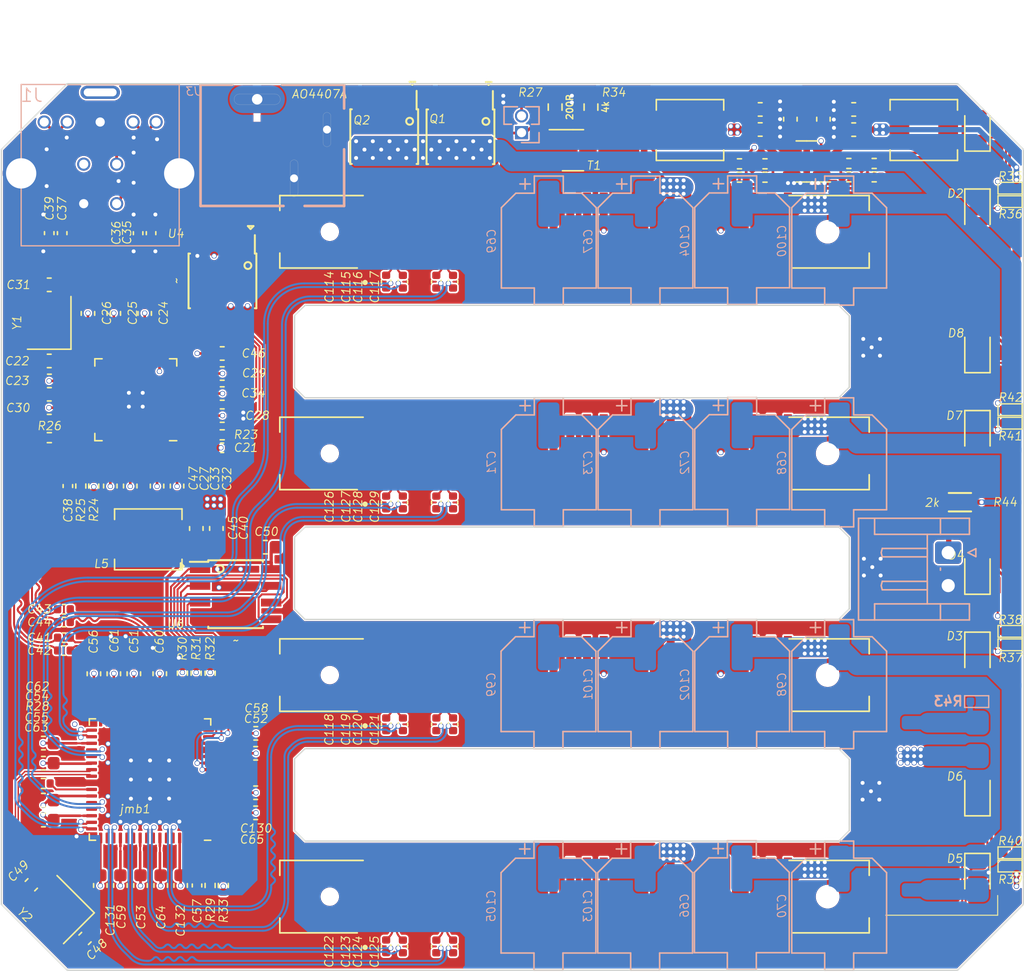
<source format=kicad_pcb>
(kicad_pcb (version 20221018) (generator pcbnew)
  (layers (0 "F.Cu" mixed) (1 "In1.Cu" power) (2 "In2.Cu" power) (31 "B.Cu" signal) (34 "B.Paste" user) (35 "F.Paste" user) (36 "B.SilkS" user "B.Silkscreen") (37 "F.SilkS" user "F.Silkscreen") (38 "B.Mask" user) (39 "F.Mask" user) (44 "Edge.Cuts" user))
  (net 0 "")
  (net 1 "GND")
  (net 2 "Vin_12V")
  (net 3 "Net-(U7-ADJ)")
  (net 4 "unconnected-(U7-ON{slash}OFF-Pad1)")
  (net 5 "+5V")
  (net 6 "/cap_100ohn_ATXP0")
  (net 7 "/cap_100ohn_ATXN0")
  (net 8 "/cap_100ohn_ARXN0")
  (net 9 "/cap_100ohn_ARXP0")
  (net 10 "/cap_100ohn_ATXP1")
  (net 11 "/cap_100ohn_ATXN1")
  (net 12 "+1V2")
  (net 13 "+3V3")
  (net 14 "/vout3.3")
  (net 15 "Net-(U5-TME)")
  (net 16 "/XIN")
  (net 17 "/vout1.2")
  (net 18 "/XOUT")
  (net 19 "/RST")
  (net 20 "/AXOUT")
  (net 21 "/AXIN")
  (net 22 "/ARESETn")
  (net 23 "/cap_100ohn_ARXN1")
  (net 24 "/cap_100ohn_ARXP1")
  (net 25 "/cap_100ohn_ATXP2")
  (net 26 "/cap_100ohn_ATXN2")
  (net 27 "/cap_100ohn_ARXN2")
  (net 28 "/cap_100ohn_ARXP2")
  (net 29 "/cap_100ohn_ATXP3")
  (net 30 "/cap_100ohn_ATXN3")
  (net 31 "/cap_100ohn_ARXN3")
  (net 32 "/cap_100ohn_ARXP3")
  (net 33 "/90ohm_SSTX0+")
  (net 34 "/90ohm_cap-SSTX1-")
  (net 35 "/90ohm_SSTX0-")
  (net 36 "/90ohm_cap-SSTX1+")
  (net 37 "/90ohm_SSRX0-")
  (net 38 "/90ohm_cap-SSRX1-")
  (net 39 "/90ohm_SSRX0+")
  (net 40 "/90ohm_cap-SSRX1+")
  (net 41 "/100ohm_RX_N")
  (net 42 "/100ohm_net-RX_N")
  (net 43 "/100ohm_RX_P")
  (net 44 "/100ohm_net-RX_P")
  (net 45 "/100ohm_TX_P")
  (net 46 "/HOT1")
  (net 47 "Net-(D1-A)")
  (net 48 "/DAS1")
  (net 49 "Net-(D2-A)")
  (net 50 "/DAS2")
  (net 51 "Net-(D3-A)")
  (net 52 "/HOT2")
  (net 53 "Net-(D4-A)")
  (net 54 "/DAS3")
  (net 55 "Net-(D5-A)")
  (net 56 "/HOT3")
  (net 57 "Net-(D6-A)")
  (net 58 "/DAS4")
  (net 59 "Net-(D7-A)")
  (net 60 "/HOT4")
  (net 61 "Net-(D8-A)")
  (net 62 "VBUS")
  (net 63 "/100ohm_net-TX_P")
  (net 64 "/100ohm_TX_N")
  (net 65 "VDC")
  (net 66 "Net-(J2-Pin_2)")
  (net 79 "Net-(J9-Pin_1)")
  (net 80 "/AGPIO10")
  (net 81 "/AGPIO9")
  (net 82 "/AGPIO8")
  (net 83 "/AGPIO7")
  (net 84 "/AGPIO6")
  (net 85 "/AGPIO5")
  (net 86 "/AGPIO4")
  (net 87 "/AGPIO3")
  (net 88 "/AGPIO2")
  (net 89 "/AGPIO1")
  (net 90 "/AGPIO0")
  (net 91 "/AGPIO14")
  (net 92 "/AGPIO13")
  (net 93 "/ATESTn")
  (net 98 "/AREXT")
  (net 99 "/AGPIO12")
  (net 100 "/AGPIO11")
  (net 101 "Net-(U3-SW1)")
  (net 102 "Net-(U3-SW2)")
  (net 103 "/LXO")
  (net 104 "Net-(Q1-G)")
  (net 105 "/100ohm_net-TX_N")
  (net 106 "/100ohm_ATXP0")
  (net 107 "/100ohm_ATXN0")
  (net 108 "/100ohm_ARXN0")
  (net 109 "/100ohm_ARXP0")
  (net 110 "/100ohm_ATXP1")
  (net 111 "/100ohm_ATXN1")
  (net 112 "/100ohm_ARXN1")
  (net 113 "Net-(U3-EN1)")
  (net 114 "Net-(U3-FB1)")
  (net 115 "Net-(U3-FB2)")
  (net 116 "Net-(U3-EN2)")
  (net 117 "Net-(U5-UAO{slash}GPIO8)")
  (net 118 "Net-(U5-REXT)")
  (net 119 "Net-(T1-C)")
  (net 120 "/GPIO3")
  (net 121 "/GPIO0")
  (net 122 "/GPIO2")
  (net 123 "/GPIO1")
  (net 124 "/GPIO4")
  (net 125 "/GPIO5")
  (net 126 "/GPIO6")
  (net 133 "/100ohm_ARXP1")
  (net 134 "/100ohm_ATXP2")
  (net 135 "/100ohm_ATXN2")
  (net 136 "/100ohm_ARXN2")
  (net 137 "/100ohm_ARXP2")
  (net 138 "/100ohm_ATXP3")
  (net 139 "/100ohm_ATXN3")
  (net 140 "/100ohm_ARXN3")
  (net 141 "/100ohm_ARXP3")
  (net 142 "/90ohm_HSD0-")
  (net 143 "/90ohm_HSD0+")
  (footprint "PCM_4ms_Resistor:R_0402" (layer "F.Cu") (at 183.8909 93.56598 180)
    (fp_text reference "R41")
    (fp_text value "2k")
  )
  (footprint "PCM_4ms_Package_SOIC:SOIC-8_3.9x4.9mm_Pitch1.27mm" (layer "F.Cu") (at 125.08992 106.553)
    (fp_text reference "U6")
    (fp_text value "~")
  )
  (footprint "LED_SMD:LED_0805_2012Metric" (layer "F.Cu") (at 181.41556 77.4713 -90)
    (fp_text reference "D2")
    (fp_text value "LED")
  )
  (footprint "Resistor_SMD:R_0402_1005Metric" (layer "F.Cu") (at 123.15444 128.66772 -90)
    (fp_text reference "R29")
    (fp_text value "4.7K")
  )
  (footprint "LED_SMD:LED_0805_2012Metric" (layer "F.Cu") (at 181.4156 121.6949 90)
    (fp_text reference "D6")
    (fp_text value "LED")
  )
  (footprint "Capacitor_SMD:C_0603_1608Metric" (layer "F.Cu") (at 119.40032 128.66772 90)
    (fp_text reference "C64")
    (fp_text value "100nF")
  )
  (footprint "Capacitor_SMD:C_0603_1608Metric" (layer "F.Cu") (at 110.95228 90.35796)
    (fp_text reference "C23")
    (fp_text value "100nF")
  )
  (footprint "PCM_4ms_Resistor:R_0402" (layer "F.Cu") (at 183.8909 126.1872 180)
    (fp_text reference "R40")
    (fp_text value "2k")
  )
  (footprint "Capacitor_SMD:C_0603_1608Metric" (layer "F.Cu") (at 119.126 98.34012 90)
    (fp_text reference "C47")
    (fp_text value "100nF")
  )
  (footprint "Capacitor_SMD:C_0402_1005Metric" (layer "F.Cu") (at 110.93958 79.13772 -90)
    (fp_text reference "C39")
    (fp_text value "0R")
  )
  (footprint "Capacitor_SMD:C_0402_1005Metric" (layer "F.Cu") (at 137.7899 82.8242 -90)
    (fp_text reference "C115")
    (fp_text value "10nF")
  )
  (footprint "Capacitor_SMD:C_0603_1608Metric" (layer "F.Cu") (at 122.1075 101.56246 90)
    (fp_text reference "C40")
    (fp_text value "10uF")
  )
  (footprint "Capacitor_SMD:C_0402_1005Metric" (layer "F.Cu") (at 137.7899 133.2966 -90)
    (fp_text reference "C123")
    (fp_text value "10nF")
  )
  (footprint "Capacitor_SMD:C_0603_1608Metric" (layer "F.Cu") (at 124.0739 88.27516 180)
    (fp_text reference "C46")
    (fp_text value "100nF")
  )
  (footprint "Connector_SATA_SAS:SATA 29pin smd" (layer "F.Cu") (at 132.24232 95.86414)
    (fp_text reference "J7" hide)
    (fp_text value "SATA硬盘插头")
  )
  (footprint "Package_TO_SOT_SMD:SOT-23-8" (layer "F.Cu") (at 168.4528 73.696996 180)
    (fp_text reference "U3" hide)
    (fp_text value "~")
  )
  (footprint "Inductor_SMD:L_Chilisin_BMRA00040420" (layer "F.Cu") (at 177.3428 71.308202)
    (fp_text reference "L4" hide)
    (fp_text value "2uH")
  )
  (footprint "Capacitor_SMD:C_0603_1608Metric" (layer "F.Cu") (at 124.0739 89.79642 180)
    (fp_text reference "C29")
    (fp_text value "100nF")
  )
  (footprint "Resistor_SMD:R_0402_1005Metric" (layer "F.Cu") (at 173.5761 73.848202 180)
    (fp_text reference "R22" hide)
    (fp_text value "43k")
  )
  (footprint "Capacitor_SMD:C_0603_1608Metric" (layer "F.Cu") (at 110.49762 122.1867)
    (fp_text reference "C55")
    (fp_text value "100nF")
  )
  (footprint "Resistor_SMD:R_0402_1005Metric" (layer "F.Cu") (at 171.6532 74.864202)
    (fp_text reference "R19" hide)
    (fp_text value "600K")
  )
  (footprint "Capacitor_SMD:C_0603_1608Metric" (layer "F.Cu") (at 124.0739 92.99194 180)
    (fp_text reference "C28")
    (fp_text value "100nF")
  )
  (footprint "Capacitor_SMD:C_0402_1005Metric" (layer "F.Cu") (at 122.1613 128.66772 -90)
    (fp_text reference "C57")
    (fp_text value "1uF")
  )
  (footprint "Capacitor_SMD:C_0603_1608Metric" (layer "F.Cu") (at 126.6139 118.63324 180)
    (fp_text reference "C52")
    (fp_text value "100nF")
  )
  (footprint "Capacitor_SMD:C_0603_1608Metric" (layer "F.Cu") (at 127.35022 102.98176)
    (fp_text reference "C50")
    (fp_text value "100nF")
  )
  (footprint "Capacitor_SMD:C_0603_1608Metric" (layer "F.Cu") (at 126.6139 121.6279 180)
    (fp_text reference "C130")
    (fp_text value "100nF")
  )
  (footprint "Capacitor_SMD:C_0603_1608Metric" (layer "F.Cu") (at 110.9421 92.39074)
    (fp_text reference "C30")
    (fp_text value "100nF")
  )
  (footprint "PCM_4ms_Resistor:R_0402" (layer "F.Cu") (at 183.8909 75.72248 180)
    (fp_text reference "R35")
    (fp_text value "2k")
  )
  (footprint "Resistor_SMD:R_0402_1005Metric" (layer "F.Cu") (at 163.3474 73.873602)
    (fp_text reference "R16" hide)
    (fp_text value "43k")
  )
  (footprint "Capacitor_SMD:C_0603_1608Metric" (layer "F.Cu") (at 114.33048 112.59282 -90)
    (fp_text reference "C56")
    (fp_text value "100nF")
  )
  (footprint "Capacitor_SMD:C_0402_1005Metric" (layer "F.Cu") (at 141.5999 82.8242 -90)
    (fp_text reference "C117")
    (fp_text value "10nF")
  )
  (footprint "Resistor_SMD:R_0402_1005Metric" (layer "F.Cu") (at 165.2853 73.873602)
    (fp_text reference "R18" hide)
    (fp_text value "712K")
  )
  (footprint "LED_SMD:LED_0805_2012Metric" (layer "F.Cu") (at 181.41556 127.9203 -90)
    (fp_text reference "D5")
    (fp_text value "LED")
  )
  (footprint "Connector_SATA_SAS:SATA 29pin smd" (layer "F.Cu") (at 132.24232 129.51714)
    (fp_text reference "J6" hide)
    (fp_text value "SATA硬盘插头")
  )
  (footprint "Capacitor_SMD:C_0402_1005Metric" (layer "F.Cu") (at 141.5999 99.5856 -90)
    (fp_text reference "C129")
    (fp_text value "10nF")
  )
  (footprint "PCM_4ms_Package_SOIC:SOIC-8_3.9x4.9mm_Pitch1.27mm" (layer "F.Cu") (at 124.0917 82.76502 -90)
    (fp_text reference "U4")
    (fp_text value "~")
  )
  (footprint "Capacitor_SMD:C_0603_1608Metric" (layer "F.Cu") (at 117.09146 98.34012 90)
    (fp_text reference "C27")
    (fp_text value "100nF")
  )
  (footprint "Resistor_SMD:R_0402_1005Metric" (layer "F.Cu") (at 124.15774 128.66772 -90)
    (fp_text reference "R33")
    (fp_text value "10k")
  )
  (footprint "Capacitor_SMD:C_0402_1005Metric" (layer "F.Cu") (at 112.05464 108.66882)
    (fp_text reference "C44")
    (fp_text value "10nF")
  )
  (footprint "Connector_SATA_SAS:SATA 29pin smd" (layer "F.Cu") (at 132.24232 112.69414)
    (fp_text reference "J5" hide)
    (fp_text value "SATA硬盘插头")
  )
  (footprint "Capacitor_SMD:C_0402_1005Metric" (layer "F.Cu") (at 137.795 116.431 -90)
    (fp_text reference "C119")
    (fp_text value "10nF")
  )
  (footprint "PCM_4ms_Resistor:R_0402" (layer "F.Cu") (at 183.8909 92.5449 180)
    (fp_text reference "R42")
    (fp_text value "2k")
  )
  (footprint "Capacitor_SMD:C_0603_1608Metric" (layer "F.Cu") (at 110.49762 119.38254)
    (fp_text reference "C54")
    (fp_text value "100nF")
  )
  (footprint "Capacitor_SMD:C_0603_1608Metric" (layer "F.Cu") (at 109.579452 128.615283 45)
    (fp_text reference "C49")
    (fp_text value "25pF")
  )
  (footprint "Resistor_SMD:R_0402_1005Metric" (layer "F.Cu") (at 163.3474 74.889602 180)
    (fp_text reference "R15" hide)
    (fp_text value "100k")
  )
  (footprint "Capacitor_SMD:C_0603_1608Metric" (layer "F.Cu") (at 169.7228 70.486617 -90)
    (fp_text reference "C18" hide)
    (fp_text value "22uF")
  )
  (footprint "Capacitor_SMD:C_0603_1608Metric" (layer "F.Cu") (at 119.33174 112.58952 -90)
    (fp_text reference "C60")
    (fp_text value "100nF")
  )
  (footprint "Capacitor_SMD:C_0603_1608Metric" (layer "F.Cu") (at 120.64492 98.34012 90)
    (fp_text reference "C32")
    (fp_text value "100nF")
  )
  (footprint "Resistor_SMD:R_0402_1005Metric" (layer "F.Cu") (at 114.32032 98.34012 90)
    (fp_text reference "R24")
    (fp_text value "330K")
  )
  (footprint "LED_SMD:LED_0805_2012Metric" (layer "F.Cu") (at 181.41556 111.1173 -90)
    (fp_text reference "D3")
    (fp_text value "LED")
  )
  (footprint "Capacitor_SMD:C_0402_1005Metric" (layer "F.Cu") (at 117.68836 79.14132 -90)
    (fp_text reference "C36")
    (fp_text value "100nF")
  )
  (footprint "PCM_4ms_Package_SOIC:SOIC-8_3.9x4.9mm_Pitch1.27mm" (layer "F.Cu") (at 136.3726 71.81 -90)
    (fp_text reference "Q2")
    (fp_text value "AO4407A")
  )
  (footprint "Capacitor_SMD:C_0603_1608Metric" (layer "F.Cu") (at 120.9167 128.66772 90)
    (fp_text reference "C132")
    (fp_text value "100nF")
  )
  (footprint "Capacitor_SMD:C_0603_1608Metric" (layer "F.Cu") (at 110.49762 123.70562)
    (fp_text reference "C63")
    (fp_text value "100nF")
  )
  (footprint "Capacitor_SMD:C_0402_1005Metric" (layer "F.Cu") (at 111.92256 79.13772 -90)
    (fp_text reference "C37")
    (fp_text value "0R")
  )
  (footprint "Capacitor_SMD:C_0603_1608Metric" (layer "F.Cu") (at 126.62154 117.11686 180)
    (fp_text reference "C58")
    (fp_text value "100nF")
  )
  (footprint "Resistor_SMD:R_0402_1005Metric" (layer "F.Cu") (at 110.9472 94.6658 180)
    (fp_text reference "R26")
    (fp_text value "12K")
  )
  (footprint "Resistor_SMD:R_0402_1005Metric" (layer "F.Cu") (at 171.6532 73.848202 180)
    (fp_text reference "R20" hide)
    (fp_text value "140K")
  )
  (footprint "Capacitor_SMD:C_0402_1005Metric" (layer "F.Cu") (at 118.67134 79.13878 -90)
    (fp_text reference "C35")
    (fp_text value "100nF")
  )
  (footprint "Capacitor_SMD:C_0402_1005Metric" (layer "F.Cu") (at 140.3299 133.2966 -90)
    (fp_text reference "C124")
    (fp_text value "10nF")
  )
  (footprint "Resistor_SMD:R_0402_1005Metric" (layer "F.Cu") (at 173.5761 74.864202)
    (fp_text reference "R21" hide)
    (fp_text value "100k")
  )
  (footprint "Capacitor_SMD:C_0603_1608Metric" (layer "F.Cu") (at 117.8687 128.66772 90)
    (fp_text reference "C53")
    (fp_text value "100nF")
  )
  (footprint "Capacitor_SMD:C_0603_1608Metric" (layer "F.Cu") (at 167.2128 70.486617 -90)
    (fp_text reference "C17" hide)
    (fp_text value "22uF")
  )
  (footprint "PCM_4ms_Package_SOIC:SOIC-8_3.9x4.9mm_Pitch1.27mm" (layer "F.Cu") (at 142.1638 71.82252 -90)
    (fp_text reference "Q1")
    (fp_text value "AO4407A" hide)
  )
  (footprint "Resistor_SMD:R_0402_1005Metric" (layer "F.Cu") (at 122.09272 112.55248 90)
    (fp_text reference "R31")
    (fp_text value "4.7K")
  )
  (footprint "Package_DFN_QFN:QFN-64-1EP_9x9mm_P0.5mm_EP3.4x3.4mm_ThermalVias" (layer "F.Cu") (at 118.5926 120.6246 180)
    (fp_text reference "jmb1")
    (fp_text value "~")
  )
  (footprint "Resistor_SMD:R_0402_1005Metric" (layer "F.Cu") (at 124.0739 94.4499)
    (fp_text reference "R23")
    (fp_text value "100K")
  )
  (footprint "Capacitor_SMD:C_0402_1005Metric" (layer "F.Cu") (at 136.525 116.431 -90)
    (fp_text reference "C118")
    (fp_text value "10nF")
  )
  (footprint "PCM_4ms_Resistor:R_0402" (layer "F.Cu") (at 183.8909 127.19558 180)
    (fp_text reference "R39")
    (fp_text value "2k")
  )
  (footprint "Resistor_SMD:R_0402_1005Metric" (layer "F.Cu") (at 123.15698 112.55248 90)
    (fp_text reference "R32")
    (fp_text value "4.7K")
  )
  (footprint "Capacitor_SMD:C_0603_1608Metric" (layer "F.Cu") (at 115.84432 112.59282 -90)
    (fp_text reference "C61")
    (fp_text value "100nF")
  )
  (footprint "Resistor_SMD:R_0402_1005Metric" (layer "F.Cu") (at 165.2853 74.889602 180)
    (fp_text reference "R17" hide)
    (fp_text value "600K")
  )
  (footprint "Capacitor_SMD:C_0603_1608Metric" (layer "F.Cu") (at 124.0739 91.31554 180)
    (fp_text reference "C34")
    (fp_text value "100nF")
  )
  (footprint "Inductor_SMD:L_Chilisin_BMRA00040420" (layer "F.Cu") (at 159.5924 71.308202)
    (fp_text reference "L3" hide)
    (fp_text value "1uH")
  )
  (footprint "Package_TO_SOT_SMD:SOT-23-3" (layer "F.Cu") (at 150.70582 72.84212)
    (fp_text reference "T1")
    (fp_text value "T-BJT-NPN")
  )
  (footprint "Capacitor_SMD:C_0603_1608Metric" (layer "F.Cu") (at 113.87934 85.23372 -90)
    (fp_text reference "C26")
    (fp_text value "100nF")
  )
  (footprint "Capacitor_SMD:C_0402_1005Metric" (layer "F.Cu") (at 140.3299 99.5856 -90)
    (fp_text reference "C128")
    (fp_text value "10nF")
  )
  (footprint "PCM_4ms_Resistor:R_0402" (layer "F.Cu") (at 183.8909 76.7461 180)
    (fp_text reference "R36")
    (fp_text value "2k")
  )
  (footprint "PCM_4ms_Resistor:R_0402" (layer "F.Cu") (at 183.8909 110.39348 180)
    (fp_text reference "R37")
    (fp_text value "2k")
  )
  (footprint "Resistor_SMD:R_0402_1005Metric" (layer "F.Cu") (at 113.33734 98.34012 -90)
    (fp_text reference "R25")
    (fp_text value "4.7K")
  )
  (footprint "Capacitor_SMD:C_0603_1608Metric" (layer "F.Cu") (at 164.9222 69.745116 180)
    (fp_text reference "C15" hide)
    (fp_text value "10uF")
  )
  (footprint "Package_DFN_QFN:QFN-48-1EP_6x6mm_P0.4mm_EP4.2x4.2mm_ThermalVias" (layer "F.Cu") (at 117.51232 91.78798 180)
    (fp_text reference "U5" hide)
    (fp_text value "~" hide)
  )
  (footprint "Capacitor_SMD:C_0603_1608Metric" (layer "F.Cu") (at 115.84178 85.23372 -90)
    (fp_text reference "C25")
    (fp_text value "100nF")
  )
  (footprint "Capacitor_SMD:C_0402_1005Metric" (layer "F.Cu") (at 140.335 116.431 -90)
    (fp_text reference "C120")
    (fp_text value "10nF")
  )
  (footprint "Capacitor_SMD:C_0603_1608Metric" (layer "F.Cu") (at 172.0218 71.278316)
    (fp_text reference "C19" hide)
    (fp_text value "10uF")
  )
  (footprint "Capacitor_SMD:C_0603_1608Metric" (layer "F.Cu") (at 113.657223 132.690912 45)
    (fp_text reference "C48")
    (fp_text value "25pF")
  )
  (footprint "Capacitor_SMD:C_0402_1005Metric" (layer "F.Cu") (at 141.605 133.2966 -90)
    (fp_text reference "C125")
    (fp_text value "10nF")
  )
  (footprint "Capacitor_SMD:C_0402_1005Metric" (layer "F.Cu") (at 112.05464 110.82828)
    (fp_text reference "C42")
    (fp_text value "10nF")
  )
  (footprint "Capacitor_SMD:C_0603_1608Metric" (layer "F.Cu") (at 172.0218 69.745116)
    (fp_text reference "C20" hide)
    (fp_text value "10uF")
  )
  (footprint "Capacitor_SMD:C_0402_1005Metric" (layer "F.Cu") (at 140.3299 82.8242 -90)
    (fp_text reference "C116")
    (fp_text value "10nF")
  )
  (footprint "Capacitor_SMD:C_0402_1005Metric" (layer "F.Cu") (at 112.05464 107.696)
    (fp_text reference "C43")
    (fp_text value "10nF")
  )
  (footprint "Capacitor_SMD:C_0402_1005Metric" (layer "F.Cu") (at 137.7899 99.5856 -90)
    (fp_text reference "C127")
    (fp_text value "10nF")
  )
  (footprint "Capacitor_SMD:C_0603_1608Metric" (layer "F.Cu") (at 123.62896 101.56022 90)
    (fp_text reference "C45")
    (fp_text value "0.1uF")
  )
  (footprint "Capacitor_SMD:C_0402_1005Metric" (layer "F.Cu") (at 141.605 116.431 -90)
    (fp_text reference "C121")
    (fp_text value "10nF")
  )
  (footprint "Resistor_SMD:R_0603_1608Metric" (layer "F.Cu") (at 149.352 69.56756 -90)
    (fp_text reference "R27")
    (fp_text value "200R")
  )
  (footprint "LED_SMD:LED_0805_2012Metric" (layer "F.Cu") (at 181.41556 94.2943 -90)
    (fp_text reference "D7")
    (fp_text value "LED")
  )
  (footprint "PCM_4ms_Resistor:R_0603" (layer "F.Cu") (at 180.086 99.568 180)
    (fp_text reference "R44")
    (fp_text value "2k")
  )
  (footprint "Capacitor_SMD:C_0402_1005Metric" (layer "F.Cu") (at 136.5199 133.28532 -90)
    (fp_text reference "C122")
    (fp_text value "10nF")
  )
  (footprint "Capacitor_SMD:C_0603_1608Metric" (layer "F.Cu") (at 117.36324 112.58952 -90)
    (fp_text reference "C51")
    (fp_text value "100nF")
  )
  (footprint "Resistor_SMD:R_0402_1005Metric" (layer "F.Cu") (at 121.05132 112.55248 90)
    (fp_text reference "R30")
    (fp_text value "4.7K")
  )
  (footprint "Capacitor_SMD:C_0402_1005Metric" (layer "F.Cu") (at 112.05464 109.855)
    (fp_text reference "C41")
    (fp_text value "10nF")
  )
  (footprint "LED_SMD:LED_0805_2012Metric" (layer "F.Cu") (at 181.4156 71.2259 90)
    (fp_text reference "D1" hide)
    (fp_text value "LED")
  )
  (footprint "Capacitor_SMD:C_0603_1608Metric" (layer "F.Cu") (at 118.1862 85.23372 -90)
    (fp_text reference "C24")
    (fp_text value "100nF")
  )
  (footprint "LED_SMD:LED_0805_2012Metric" (layer "F.Cu") (at 181.4156 88.0489 90)
    (fp_text reference "D8")
    (fp_text value "LED")
  )
  (footprint "Resistor_SMD:R_0402_1005Metric" (layer "F.Cu") (at 110.49762 120.92432 180)
    (fp_text reference "R28")
    (fp_text value "12k")
  )
  (footprint "Resistor_SMD:R_0603_1608Metric" (layer "F.Cu") (at 152.07234 69.56756 -90)
    (fp_text reference "R34")
    (fp_text value "4k")
  )
  (footprint "Capacitor_SMD:C_0603_1608Metric" (layer "F.Cu") (at 126.6139 123.1519 180)
    (fp_text reference "C65")
    (fp_text value "100nF")
  )
  (footprint "Capacitor_SMD:C_0402_1005Metric" (layer "F.Cu") (at 136.5199 99.5856 -90)
    (fp_text reference "C126")
    (fp_text value "10nF")
  )
  (footprint "Capacitor_SMD:C_0603_1608Metric" (layer "F.Cu") (at 110.93958 88.84158)
    (fp_text reference "C22")
    (fp_text value "33pF")
  )
  (footprint "Connector_SATA_SAS:SATA 29pin smd" (layer "F.Cu") (at 132.24232 79.03414)
    (fp_text reference "J4" hide)
    (fp_text value "SATA硬盘插头")
  )
  (footprint "PCM_4ms_Resistor:R_0402" (layer "F.Cu") (at 183.8909 109.3724 180)
    (fp_text reference "R38")
    (fp_text value "2k")
  )
  (footprint "LED_SMD:LED_0805_2012Metric" (layer "F.Cu") (at 181.4156 104.8719 90)
    (fp_text reference "D4")
    (fp_text value "LED")
  )
  (footprint "Capacitor_SMD:C_0603_1608Metric" (layer "F.Cu") (at 164.9222 71.269116 180)
    (fp_text reference "C16" hide)
    (fp_text value "10uF")
  )
  (footprint "Capacitor_SMD:C_0402_1005Metric" (layer "F.Cu") (at 136.5199 82.81552 -90)
    (fp_text reference "C114")
    (fp_text value "10nF")
  )
  (footprint "Capacitor_SMD:C_0603_1608Metric" (layer "F.Cu") (at 114.81816 128.66772 90)
    (fp_text reference "C131")
    (fp_text value "100nF")
  )
  (footprint "Capacitor_SMD:C_0603_1608Metric" (layer "F.Cu") (at 110.49762 117.85854)
    (fp_text reference "C62")
    (fp_text value "100nF")
  )
  (footprint "Capacitor_SMD:C_0402_1005Metric" (layer "F.Cu") (at 124.0739 95.43542)
    (fp_text reference "C21")
    (fp_text value "1uF")
  )
  (footprint "Crystal:Crystal_SMD_Abracon_ABM8AIG-4Pin_3.2x2.5mm" (layer "F.Cu") (at 111.78032 130.49758 135)
    (fp_text reference "Y2")
    (fp_text value "Crystal_GND24_Small")
  )
  (footprint "Capacitor_SMD:C_0603_1608Metric" (layer "F.Cu") (at 115.57762 98.34012 90)
    (fp_text reference "C33")
    (fp_text value "100nF")
  )
  (footprint "Crystal:Crystal_SMD_Abracon_ABM8AIG-4Pin_3.2x2.5mm" (layer "F.Cu") (at 110.93958 85.95166 90)
    (fp_text reference "Y1")
    (fp_text value "Crystal_GND24_Small")
  )
  (footprint "Capacitor_SMD:C_0402_1005Metric" (layer "F.Cu") (at 112.35436 98.34012 -90)
    (fp_text reference "C38")
    (fp_text value "1uF")
  )
  (footprint "Capacitor_SMD:C_0603_1608Metric" (layer "F.Cu") (at 110.93958 83.06054)
    (fp_text reference "C31")
    (fp_text value "33pF")
  )
  (footprint "Inductor_SMD:L_Chilisin_BMRA00040420" (layer "F.Cu") (at 118.46052 102.38994)
    (fp_text reference "L5")
    (fp_text value "4.7uH")
  )
  (footprint "Capacitor_SMD:C_0603_1608Metric" (layer "F.Cu") (at 116.34216 128.66772 90)
    (fp_text reference "C59")
    (fp_text value "100nF")
  )
  (footprint "PCM_Capacitor_SMD_AKL:CP_Elec_6.3x5.3" (layer "B.Cu") (at 156.21102 113.38164 -90)
    (fp_text reference "C101")
    (fp_text value "22uF" hide)
  )
  (footprint "PCM_Capacitor_SMD_AKL:CP_Elec_6.3x5.3" (layer "B.Cu") (at 170.91762 113.38164 -90)
    (fp_text reference "C98")
    (fp_text value "22uF" hide)
  )
  (footprint "PCM_Capacitor_SMD_AKL:CP_Elec_6.3x5.3" (layer "B.Cu") (at 163.5506 79.686876 -90)
    (fp_text reference "C104")
    (fp_text value "22uF" hide)
  )
  (footprint "Converter_DCDC:ZXDN10" (layer "B.Cu") (at 177.673 129.0066 90)
    (fp_text reference "U7" hide)
    (fp_text value "ZXDN10" hide)
  )
  (footprint "PCM_Capacitor_SMD_AKL:CP_Elec_6.3x5.3" (layer "B.Cu") (at 148.84502 130.19664 -90)
    (fp_text reference "C105")
    (fp_text value "22uF" hide)
  )
  (footprint "PCM_Capacitor_SMD_AKL:CP_Elec_6.3x5.4" (layer "B.Cu") (at 170.91762 130.19664 -90)
    (fp_text reference "C70")
    (fp_text value "270uF" hide)
  )
  (footprint "PCM_Capacitor_SMD_AKL:CP_Elec_6.3x5.4" (layer "B.Cu") (at 156.21 79.7052 -90)
    (fp_text reference "C67")
    (fp_text value "270uF" hide)
  )
  (footprint "PCM_Capacitor_SMD_AKL:CP_Elec_6.3x5.4" (layer "B.Cu") (at 148.87042 96.54124 -90)
    (fp_text reference "C71")
    (fp_text value "270uF" hide)
  )
  (footprint "LOGO" (layer "B.Cu") (at 115.316 101.092 180)
    (fp_text reference "G***" hide)
    (fp_text value "LOGO" hide)
  )
  (footprint "PCM_Capacitor_SMD_AKL:CP_Elec_6.3x5.3" (layer "B.Cu") (at 148.84502 113.38164 -90)
    (fp_text reference "C99")
    (fp_text value "22uF" hide)
  )
  (footprint "PCM_Capacitor_SMD_AKL:CP_Elec_6.3x5.4" (layer "B.Cu") (at 163.55162 96.522916 -90)
    (fp_text reference "C72")
    (fp_text value "270uF" hide)
  )
  (footprint "PCM_Capacitor_SMD_AKL:CP_Elec_6.3x5.4" (layer "B.Cu") (at 148.8694 79.7052 -90)
    (fp_text reference "C69")
    (fp_text value "270uF" hide)
  )
  (footprint "PCM_Capacitor_SMD_AKL:CP_Elec_6.3x5.3" (layer "B.Cu") (at 170.9166 79.7052 -90)
    (fp_text reference "C100")
    (fp_text value "22uF" hide)
  )
  (footprint "PCM_4ms_Resistor:R_0402" (layer "B.Cu") (at 181.356 114.7064)
    (fp_text reference "R43")
    (fp_text value "100R 1%")
  )
  (footprint "PCM_Capacitor_SMD_AKL:CP_Elec_6.3x5.4" (layer "B.Cu") (at 170.91762 96.54124 -90)
    (fp_text reference "C68")
    (fp_text value "270uF" hide)
  )
  (footprint "Connector_JST:JST_EH_S2B-EH_1x02_P2.50mm_Horizontal" (layer "B.Cu") (at 179.197 103.398 -90)
    (fp_text reference "J9" hide)
    (fp_text value "fan2")
  )
  (footprint "PCM_Capacitor_SMD_AKL:CP_Elec_6.3x5.4" (layer "B.Cu") (at 163.52622 130.17124 -90)
    (fp_text reference "C66")
    (fp_text value "270uF" hide)
  )
  (footprint "LOGO" (layer "B.Cu") (at 116.91 89.789 180)
    (fp_text reference "G***" hide)
    (fp_text value "LOGO" hide)
  )
  (footprint "PCM_Capacitor_SMD_AKL:CP_Elec_6.3x5.3" (layer "B.Cu") (at 163.55162 113.38164 -90)
    (fp_text reference "C102")
    (fp_text value "22uF" hide)
  )
  (footprint "Connector:DC socket 5.5mm" (layer "B.Cu") (at 126.72822 72.47382 -90)
    (property "VALUE" "694108402002")
    (fp_text reference "J3")
    (fp_text value "dc 5.5mm")
    (fp_line (start -3.9 -1.35) (end -3.9 1.35) (stroke (width 0.01)) (layer "Edge.Cuts"))
    (fp_line (start -3.1 1.35) (end -3.1 -1.35) (stroke (width 0.01)) (layer "Edge.Cuts"))
    (fp_line (start -2.2 -5) (end -0.2 -5) (stroke (width 0.01)) (layer "Edge.Cuts"))
    (fp_line (start -0.2 -5.6) (end -2.2 -5.6) (stroke (width 0.01)) (layer "Edge.Cuts"))
    (fp_line (start 1.4 -2.5) (end 3.6 -2.5) (stroke (width 0.01)) (layer "Edge.Cuts"))
    (fp_line (start 3.6 -3.1) (end 1.4 -3.1) (stroke (width 0.01)) (layer "Edge.Cuts"))
    (fp_arc (start -3.9 -1.35) (mid -3.5 -1.75) (end -3.1 -1.35) (stroke (width 0.01)) (layer "Edge.Cuts"))
    (fp_arc (start -3.1 1.35) (mid -3.5 1.75) (end -3.9 1.35) (stroke (width 0.01)) (layer "Edge.Cuts"))
    (fp_arc (start -2.2 -5) (mid -2.5 -5.3) (end -2.2 -5.6) (stroke (width 0.01)) (layer "Edge.Cuts"))
    (fp_arc (start -0.2 -5.6) (mid 0.1 -5.3) (end -0.2 -5) (stroke (width 0.01)) (layer "Edge.Cuts"))
    (fp_arc (start 1.4 -2.5) (mid 1.1 -2.8) (end 1.4 -3.1) (stroke (width 0.01)) (layer "Edge.Cuts"))
    (fp_arc (start 3.6 -3.1) (mid 3.9 -2.8) (end 3.6 -2.5) (stroke (width 0.01)) (layer "Edge.Cuts"))
  )
  (footprint "Connector_PinSocket_1.27mm:PinSocket_1x02_P1.27mm_Vertical" (layer "B.Cu") (at 146.800334 71.506782)
    (fp_text reference "J2" hide)
    (fp_text value "SWITCH")
  )
  (footprint "PCM_Capacitor_SMD_AKL:CP_Elec_6.3x5.4" (layer "B.Cu") (at 156.21102 96.54124 -90)
    (fp_text reference "C73")
    (fp_text value "270uF" hide)
  )
  (footprint "PCM_Capacitor_SMD_AKL:CP_Elec_6.3x5.3" (layer "B.Cu") (at 156.18562 130.19664 -90)
    (fp_text reference "C103")
    (fp_text value "22uF" hide)
  )
  (footprint "Connector_USB:USB B 母座 直立" (layer "B.Cu") (at 114.80768 70.7009 180)
    (property "VALUE" "692221030100")
    (fp_text reference "J1")
    (fp_text value "USB 3.1 B")
  )
  (gr_line (start 182.9523 130.92682) (end 182.9523 129.42682) (stroke (width 0.0762)) (layer "F.SilkS"))
  (gr_line locked (start 174.45228 130.92684) (end 182.9523 130.92682) (stroke (width 0.0762)) (layer "F.SilkS"))
  (gr_line (start 129.56772 119.043025) (end 130.36772 118.27734) (stroke (width 0.1)) (layer "Edge.Cuts"))
  (gr_line locked (start 130.365799 125.2989) (end 170.88272 125.2989) (stroke (width 0.1)) (layer "Edge.Cuts"))
  (gr_line locked (start 171.68272 124.5059) (end 171.68464 119.07734) (stroke (width 0.1)) (layer "Edge.Cuts"))
  (gr_line (start 129.565799 107.6759) (end 129.56772 102.213025) (stroke (width 0.1)) (layer "Edge.Cuts"))
  (gr_line locked (start 170.88272 108.4689) (end 171.68272 107.6689) (stroke (width 0.1)) (layer "Edge.Cuts"))
  (gr_line (start 129.565799 124.5059) (end 129.56772 119.043025) (stroke (width 0.1)) (layer "Edge.Cuts"))
  (gr_line locked (start 170.88464 118.27734) (end 171.68464 119.07734) (stroke (width 0.1)) (layer "Edge.Cuts"))
  (gr_line locked (start 171.68272 90.8459) (end 171.68464 85.41734) (stroke (width 0.1)) (layer "Edge.Cuts"))
  (gr_line (start 129.565799 90.8459) (end 129.56772 85.383025) (stroke (width 0.1)) (layer "Edge.Cuts"))
  (gr_line (start 107.30832 130.10034) (end 112.30832 135.10034) (stroke (width 0.1)) (layer "Edge.Cuts"))
  (gr_line locked (start 170.88464 118.27734) (end 130.36772 118.27734) (stroke (width 0.1)) (layer "Edge.Cuts"))
  (gr_line locked (start 170.88464 101.44734) (end 171.68464 102.24734) (stroke (width 0.1)) (layer "Edge.Cuts"))
  (gr_line locked (start 170.88464 101.44734) (end 130.36772 101.44734) (stroke (width 0.1)) (layer "Edge.Cuts"))
  (gr_line locked (start 171.68272 107.6759) (end 171.68464 102.24734) (stroke (width 0.1)) (layer "Edge.Cuts"))
  (gr_line locked (start 179.90922 135.10034) (end 112.30832 135.10034) (stroke (width 0.1)) (layer "Edge.Cuts"))
  (gr_line locked (start 170.88464 84.61734) (end 130.36772 84.61734) (stroke (width 0.1)) (layer "Edge.Cuts"))
  (gr_line locked (start 170.88272 91.6389) (end 171.68272 90.8389) (stroke (width 0.1)) (layer "Edge.Cuts"))
  (gr_line locked (start 170.88272 125.2989) (end 171.68272 124.4989) (stroke (width 0.1)) (layer "Edge.Cuts"))
  (gr_line (start 130.365799 108.4759) (end 129.565799 107.6759) (stroke (width 0.1)) (layer "Edge.Cuts"))
  (gr_line (start 112.3099 67.78772) (end 107.3099 72.78772) (stroke (width 0.1)) (layer "Edge.Cuts"))
  (gr_line (start 179.90922 135.10034) (end 184.90922 130.10034) (stroke (width 0.1)) (layer "Edge.Cuts"))
  (gr_line locked (start 130.365799 91.6389) (end 170.88272 91.6389) (stroke (width 0.1)) (layer "Edge.Cuts"))
  (gr_line (start 184.9108 72.78772) (end 184.90922 130.10034) (stroke (width 0.1)) (layer "Edge.Cuts"))
  (gr_line (start 129.56772 102.213025) (end 130.36772 101.44734) (stroke (width 0.1)) (layer "Edge.Cuts"))
  (gr_line (start 107.30832 130.10034) (end 107.3099 72.78772) (stroke (width 0.1)) (layer "Edge.Cuts"))
  (gr_line (start 130.365799 91.6459) (end 129.565799 90.8459) (stroke (width 0.1)) (layer "Edge.Cuts"))
  (gr_line (start 130.365799 125.2989) (end 129.565799 124.5059) (stroke (width 0.1)) (layer "Edge.Cuts"))
  (gr_line locked (start 112.3099 67.78772) (end 179.9108 67.78772) (stroke (width 0.1)) (layer "Edge.Cuts"))
  (gr_line (start 184.9108 72.78772) (end 179.9108 67.78772) (stroke (width 0.1)) (layer "Edge.Cuts"))
  (gr_line locked (start 130.365799 108.4689) (end 170.88272 108.4689) (stroke (width 0.1)) (layer "Edge.Cuts"))
  (gr_line (start 129.56772 85.383025) (end 130.36772 84.61734) (stroke (width 0.1)) (layer "Edge.Cuts"))
  (gr_line locked (start 170.88464 84.61734) (end 171.68464 85.41734) (stroke (width 0.1)) (layer "Edge.Cuts"))
  (via (at 112.875487 116.424857) (size 0.4) (drill 0.3) (layers "F.Cu" "B.Cu") (net 0))
  (segment (start 117.71232 91.98798) (end 117.51232 91.78798) (width 0.2) (layer "F.Cu") (net 1))
  (segment (start 122.1867 80.06502) (end 122.1867 80.86392) (width 0.2) (layer "F.Cu") (net 1))
  (segment (start 117.31232 91.98798) (end 117.51232 91.78798) (width 0.2) (layer "F.Cu") (net 1))
  (via (at 118.999 77.724) (size 0.4) (drill 0.3) (layers "F.Cu" "B.Cu") (net 1))
  (via (at 170.521759 71.1454) (size 0.4) (drill 0.3) (layers "F.Cu" "B.Cu") (net 1))
  (via (at 167.4876 75.3364) (size 0.4) (drill 0.3) (layers "F.Cu" "B.Cu") (net 1))
  (via (at 167.9702 75.3364) (size 0.4) (drill 0.3) (layers "F.Cu" "B.Cu") (net 1))
  (via (at 120.777 111.379) (size 0.4) (drill 0.3) (layers "F.Cu" "B.Cu") (net 1))
  (via (at 173.9646 122.1486) (size 0.4) (drill 0.3) (layers "F.Cu" "B.Cu") (net 1))
  (via (at 172.7962 103.8606) (size 0.4) (drill 0.3) (layers "F.Cu" "B.Cu") (net 1))
  (via (at 173.3804 87.8078) (size 0.4) (drill 0.3) (layers "F.Cu" "B.Cu") (net 1))
  (via (at 117.348 71.882) (size 0.4) (drill 0.3) (layers "F.Cu" "B.Cu") (net 1))
  (via (at 166.43 69.1388) (size 0.4) (drill 0.3) (layers "F.Cu" "B.Cu") (net 1))
  (via (at 182.2704 127.6858) (size 0.4) (drill 0.3) (layers "F.Cu" "B.Cu") (net 1))
  (via (at 174.0662 105.1306) (size 0.4) (drill 0.3) (layers "F.Cu" "B.Cu") (net 1))
  (via (at 170.5102 70.5104) (size 0.4) (drill 0.3) (layers "F.Cu" "B.Cu") (net 1))
  (via (at 168.8592 75.3364) (size 0.4) (drill 0.3) (layers "F.Cu" "B.Cu") (net 1))
  (via (at 120.82 123.82) (size 0.4) (drill 0.3) (layers "F.Cu" "B.Cu") (net 1))
  (via (at 174.0154 87.1728) (size 0.4) (drill 0.3) (layers "F.Cu" "B.Cu") (net 1))
  (via (at 110.49 77.724) (size 0.4) (drill 0.3) (layers "F.Cu" "B.Cu") (net 1))
  (via (at 112.268 71.882) (size 0.4) (drill 0.3) (layers "F.Cu" "B.Cu") (net 1))
  (via (at 116.205 75.184) (size 0.4) (drill 0.3) (layers "F.Cu" "B.Cu") (net 1))
  (via (at 110.49 80.518) (size 0.4) (drill 0.3) (layers "F.Cu" "B.Cu") (net 1))
  (via (at 117.840936 123.852086) (size 0.4) (drill 0.3) (layers "F.Cu" "B.Cu") (net 1))
  (via (at 172.7454 88.4428) (size 0.4) (drill 0.3) (layers "F.Cu" "B.Cu") (net 1))
  (via (at 166.43 71.8058) (size 0.4) (drill 0.3) (layers "F.Cu" "B.Cu") (net 1))
  (via (at 123.698 104.648) (size 0.4) (drill 0.3) (layers "F.Cu" "B.Cu") (net 1))
  (via (at 145.415 68.707) (size 0.4) (drill 0.3) (layers "F.Cu" "B.Cu") (net 1))
  (via (at 115.408901 117.911323) (size 0.4) (drill 0.3) (layers "F.Cu" "B.Cu") (net 1))
  (via (at 150.622 68.707) (size 0.4) (drill 0.3) (layers "F.Cu" "B.Cu") (net 1))
  (via (at 115.39619 121.906205) (size 0.4) (drill 0.3) (layers "F.Cu" "B.Cu") (net 1))
  (via (at 113.014793 124.941063) (size 0.4) (drill 0.3) (layers "F.Cu" "B.Cu") (net 1))
  (via (at 116.74 109.75) (size 0.4) (drill 0.3) (layers "F.Cu" "B.Cu") (net 1))
  (via (at 115.396381 119.347972) (size 0.4) (drill 0.3) (layers "F.Cu" "B.Cu") (net 1))
  (via (at 125.67158 92.75826) (size 0.4) (drill 0.3) (layers "F.Cu" "B.Cu") (net 1))
  (via (at 173.3296 121.5136) (size 0.4) (drill 0.3) (layers "F.Cu" "B.Cu") (net 1))
  (via (at 125.67412 93.22308) (size 0.4) (drill 0.3) (layers "F.Cu" "B.Cu") (net 1))
  (via (at 110.744 75.565) (size 0.4) (drill 0.3) (layers "F.Cu" "B.Cu") (net 1))
  (via (at 123.825 106.045) (size 0.4) (drill 0.3) (layers "F.Cu" "B.Cu") (net 1))
  (via (at 116.338169 123.833647) (size 0.4) (drill 0.3) (layers "F.Cu" "B.Cu") (net 1))
  (via (at 172.6946 122.1486) (size 0.4) (drill 0.3) (layers "F.Cu" "B.Cu") (net 1))
  (via (at 173.4312 104.4956) (size 0.4) (drill 0.3) (layers "F.Cu" "B.Cu") (net 1))
  (via (at 174.0154 88.4428) (size 0.4) (drill 0.3) (layers "F.Cu" "B.Cu") (net 1))
  (via (at 166.43 69.7738) (size 0.4) (drill 0.3) (layers "F.Cu" "B.Cu") (net 1))
  (via (at 170.5102 71.8312) (size 0.4) (drill 0.3) (layers "F.Cu" "B.Cu") (net 1))
  (via (at 170.5102 69.1642) (size 0.4) (drill 0.3) (layers "F.Cu" "B.Cu") (net 1))
  (via (at 173.9646 120.8786) (size 0.4) (drill 0.3) (layers "F.Cu" "B.Cu") (net 1))
  (via (at 118.999 80.518) (size 0.4) (drill 0.3) (layers "F.Cu" "B.Cu") (net 1))
  (via (at 115.39882 123.344865) (size 0.4) (drill 0.3) (layers "F.Cu" "B.Cu") (net 1))
  (via (at 117.348 80.518) (size 0.4) (drill 0.3) (layers "F.Cu" "B.Cu") (net 1))
  (via (at 117.348 73.025) (size 0.4) (drill 0.3) (layers "F.Cu" "B.Cu") (net 1))
  (via (at 150.622 69.215) (size 0.4) (drill 0.3) (layers "F.Cu" "B.Cu") (net 1))
  (via (at 166.43 71.12) (size 0.4) (drill 0.3) (layers "F.Cu" "B.Cu") (net 1))
  (via (at 145.415 69.215) (size 0.4) (drill 0.3) (layers "F.Cu" "B.Cu") (net 1))
  (via (at 115.62 109.76) (size 0.4) (drill 0.3) (layers "F.Cu" "B.Cu") (net 1))
  (via (at 174.0662 103.8606) (size 0.4) (drill 0.3) (layers "F.Cu" "B.Cu") (net 1))
  (via (at 169.799 75.3364) (size 0.4) (drill 0.3) (layers "F.Cu" "B.Cu") (net 1))
  (via (at 119.34 123.85) (size 0.4) (drill 0.3) (layers "F.Cu" "B.Cu") (net 1))
  (via (at 172.6946 120.8786) (size 0.4) (drill 0.3) (layers "F.Cu" "B.Cu") (net 1))
  (via (at 169.3164 75.3364) (size 0.4) (drill 0.3) (layers "F.Cu" "B.Cu") (net 1))
  (via (at 170.5102 69.7992) (size 0.4) (drill 0.3) (layers "F.Cu" "B.Cu") (net 1))
  (via (at 122.1867 80.86392) (size 0.4) (drill 0.3) (layers "F.Cu" "B.Cu") (net 1))
  (via (at 119.126 72.009) (size 0.4) (drill 0.3) (layers "F.Cu" "B.Cu") (net 1))
  (via (at 117.348 77.724) (size 0.4) (drill 0.3) (layers "F.Cu" "B.Cu") (net 1))
  (via (at 166.43 70.485) (size 0.4) (drill 0.3) (layers "F.Cu" "B.Cu") (net 1))
  (via (at 172.7962 105.1306) (size 0.4) (drill 0.3) (layers "F.Cu" "B.Cu") (net 1))
  (via (at 167.0304 75.3364) (size 0.4) (drill 0.3) (layers "F.Cu" "B.Cu") (net 1))
  (via (at 118.8 110.63) (size 0.4) (drill 0.3) (layers "F.Cu" "B.Cu") (net 1))
  (via (at 110.744 72.771) (size 0.4) (drill 0.3) (layers "F.Cu" "B.Cu") (net 1))
  (via (at 172.7454 87.1728) (size 0.4) (drill 0.3) (layers "F.Cu" "B.Cu") (net 1))
  (via (at 117.348 75.311) (size 0.4) (drill 0.3) (layers "F.Cu" "B.Cu") (net 1))
  (via (at 125.476 104.648) (size 0.4) (drill 0.3) (layers "F.Cu" "B.Cu") (net 1))
  (segment (start 181.363112 123.9266) (end 177.673 123.9266) (width 1.5) (layer "B.Cu") (net 1))
  (segment (start 181.363112 121.3866) (end 177.673 121.3866) (width 1.5) (layer "B.Cu") (net 1))
  (segment (start 169.8244 110.5916) (end 167.60086 110.5916) (width 1.5) (layer "F.Cu") (net 2))
  (segment (start 167.02232 127.99314) (end 164.47232 127.99314) (width 1.5) (layer "F.Cu") (net 2))
  (segment (start 167.02232 77.51014) (end 164.47232 77.51014) (width 1.5) (layer "F.Cu") (net 2))
  (segment (start 167.60906 127.4064) (end 167.02232 127.99314) (width 1.5) (layer "F.Cu") (net 2))
  (segment (start 180.936 99.568) (end 181.737 99.568) (width 0.4) (layer "F.Cu") (net 2))
  (segment (start 167.02232 111.17014) (end 164.47232 111.17014) (width 1.5) (layer "F.Cu") (net 2))
  (segment (start 169.8244 127.4064) (end 167.60906 127.4064) (width 1.5) (layer "F.Cu") (net 2))
  (segment (start 167.63646 93.726) (end 167.02232 94.34014) (width 1.5) (layer "F.Cu") (net 2))
  (segment (start 169.8244 76.9112) (end 167.62126 76.9112) (width 1.5) (layer "F.Cu") (net 2))
  (segment (start 169.8244 93.726) (end 167.63646 93.726) (width 1.5) (layer "F.Cu") (net 2))
  (segment (start 167.60086 110.5916) (end 167.02232 111.17014) (width 1.5) (layer "F.Cu") (net 2))
  (segment (start 167.02232 94.34014) (end 164.47232 94.34014) (width 1.5) (layer "F.Cu") (net 2))
  (segment (start 167.62126 76.9112) (end 167.02232 77.51014) (width 1.5) (layer "F.Cu") (net 2))
  (via (at 143.764 72.7964) (size 0.4) (drill 0.3) (layers "F.Cu" "B.Cu") (net 2))
  (via (at 135.509 72.1614) (size 0.4) (drill 0.3) (layers "F.Cu" "B.Cu") (net 2))
  (via (at 139.319 73.4314) (size 0.4) (drill 0.3) (layers "F.Cu" "B.Cu") (net 2))
  (via (at 169.8244 127.4064) (size 0.4) (drill 0.3) (layers "F.Cu" "B.Cu") (net 2))
  (via (at 169.3164 111.05896) (size 0.4) (drill 0.3) (layers "F.Cu" "B.Cu") (net 2))
  (via (at 169.3164 110.04296) (size 0.4) (drill 0.3) (layers "F.Cu" "B.Cu") (net 2))
  (via (at 168.8084 111.05896) (size 0.4) (drill 0.3) (layers "F.Cu" "B.Cu") (net 2))
  (via (at 139.319 72.1614) (size 0.4) (drill 0.3) (layers "F.Cu" "B.Cu") (net 2))
  (via (at 134.874 72.7964) (size 0.4) (drill 0.3) (layers "F.Cu" "B.Cu") (net 2))
  (via (at 141.224 72.7964) (size 0.4) (drill 0.3) (layers "F.Cu" "B.Cu") (net 2))
  (via (at 168.3004 76.9112) (size 0.4) (drill 0.3) (layers "F.Cu" "B.Cu") (net 2))
  (via (at 143.129 73.4314) (size 0.4) (drill 0.3) (layers "F.Cu" "B.Cu") (net 2))
  (via (at 169.3164 76.9112) (size 0.4) (drill 0.3) (layers "F.Cu" "B.Cu") (net 2))
  (via (at 169.3164 94.234) (size 0.4) (drill 0.3) (layers "F.Cu" "B.Cu") (net 2))
  (via (at 168.3004 94.234) (size 0.4) (drill 0.3) (layers "F.Cu" "B.Cu") (net 2))
  (via (at 168.8084 77.4192) (size 0.4) (drill 0.3) (layers "F.Cu" "B.Cu") (net 2))
  (via (at 168.3004 111.05896) (size 0.4) (drill 0.3) (layers "F.Cu" "B.Cu") (net 2))
  (via (at 169.3164 127.9144) (size 0.4) (drill 0.3) (layers "F.Cu" "B.Cu") (net 2))
  (via (at 140.589 73.4314) (size 0.4) (drill 0.3) (layers "F.Cu" "B.Cu") (net 2))
  (via (at 168.3004 77.4192) (size 0.4) (drill 0.3) (layers "F.Cu" "B.Cu") (net 2))
  (via (at 168.8084 127.9144) (size 0.4) (drill 0.3) (layers "F.Cu" "B.Cu") (net 2))
  (via (at 168.3004 110.55096) (size 0.4) (drill 0.3) (layers "F.Cu" "B.Cu") (net 2))
  (via (at 136.779 73.4314) (size 0.4) (drill 0.3) (layers "F.Cu" "B.Cu") (net 2))
  (via (at 168.8084 127.4064) (size 0.4) (drill 0.3) (layers "F.Cu" "B.Cu") (net 2))
  (via (at 169.3164 93.218) (size 0.4) (drill 0.3) (layers "F.Cu" "B.Cu") (net 2))
  (via (at 142.494 72.7964) (size 0.4) (drill 0.3) (layers "F.Cu" "B.Cu") (net 2))
  (via (at 136.779 72.1614) (size 0.4) (drill 0.3) (layers "F.Cu" "B.Cu") (net 2))
  (via (at 169.8244 76.4032) (size 0.4) (drill 0.3) (layers "F.Cu" "B.Cu") (net 2))
  (via (at 169.8244 76.9112) (size 0.4) (drill 0.3) (layers "F.Cu" "B.Cu") (net 2))
  (via (at 134.239 73.4314) (size 0.4) (drill 0.3) (layers "F.Cu" "B.Cu") (net 2))
  (via (at 143.129 72.1614) (size 0.4) (drill 0.3) (layers "F.Cu" "B.Cu") (net 2))
  (via (at 144.399 72.1614) (size 0.4) (drill 0.3) (layers "F.Cu" "B.Cu") (net 2))
  (via (at 138.684 72.7964) (size 0.4) (drill 0.3) (layers "F.Cu" "B.Cu") (net 2))
  (via (at 181.737 99.568) (size 0.4) (drill 0.3) (layers "F.Cu" "B.Cu") (net 2))
  (via (at 137.414 72.7964) (size 0.4) (drill 0.3) (layers "F.Cu" "B.Cu") (net 2))
  (via (at 168.3004 93.218) (size 0.4) (drill 0.3) (layers "F.Cu" "B.Cu") (net 2))
  (via (at 169.3164 76.4032) (size 0.4) (drill 0.3) (layers "F.Cu" "B.Cu") (net 2))
  (via (at 141.859 72.1614) (size 0.4) (drill 0.3) (layers "F.Cu" "B.Cu") (net 2))
  (via (at 169.8244 77.4192) (size 0.4) (drill 0.3) (layers "F.Cu" "B.Cu") (net 2))
  (via (at 140.589 72.1614) (size 0.4) (drill 0.3) (layers "F.Cu" "B.Cu") (net 2))
  (via (at 168.3004 76.4032) (size 0.4) (drill 0.3) (layers "F.Cu" "B.Cu") (net 2))
  (via (at 168.3004 126.8984) (size 0.4) (drill 0.3) (layers "F.Cu" "B.Cu") (net 2))
  (via (at 168.8084 93.726) (size 0.4) (drill 0.3) (layers "F.Cu" "B.Cu") (net 2))
  (via (at 169.8244 93.218) (size 0.4) (drill 0.3) (layers "F.Cu" "B.Cu") (net 2))
  (via (at 168.3004 127.9144) (size 0.4) (drill 0.3) (layers "F.Cu" "B.Cu") (net 2))
  (via (at 169.3164 93.726) (size 0.4) (drill 0.3) (layers "F.Cu" "B.Cu") (net 2))
  (via (at 138.049 72.1614) (size 0.4) (drill 0.3) (layers "F.Cu" "B.Cu") (net 2))
  (via (at 168.8084 76.4032) (size 0.4) (drill 0.3) (layers "F.Cu" "B.Cu") (net 2))
  (via (at 168.8084 93.218) (size 0.4) (drill 0.3) (layers "F.Cu" "B.Cu") (net 2))
  (via (at 169.8244 127.9144) (size 0.4) (drill 0.3) (layers "F.Cu" "B.Cu") (net 2))
  (via (at 134.239 72.1614) (size 0.4) (drill 0.3) (layers "F.Cu" "B.Cu") (net 2))
  (via (at 168.8084 110.04296) (size 0.4) (drill 0.3) (layers "F.Cu" "B.Cu") (net 2))
  (via (at 169.8244 111.05896) (size 0.4) (drill 0.3) (layers "F.Cu" "B.Cu") (net 2))
  (via (at 168.3004 110.04296) (size 0.4) (drill 0.3) (layers "F.Cu" "B.Cu") (net 2))
  (via (at 136.144 72.7964) (size 0.4) (drill 0.3) (layers "F.Cu" "B.Cu") (net 2))
  (via (at 168.8084 76.9112) (size 0.4) (drill 0.3) (layers "F.Cu" "B.Cu") (net 2))
  (via (at 169.8244 110.55096) (size 0.4) (drill 0.3) (layers "F.Cu" "B.Cu") (net 2))
  (via (at 144.399 73.4314) (size 0.4) (drill 0.3) (layers "F.Cu" "B.Cu") (net 2))
  (via (at 169.3164 110.55096) (size 0.4) (drill 0.3) (layers "F.Cu" "B.Cu") (net 2))
  (via (at 139.954 72.7964) (size 0.4) (drill 0.3) (layers "F.Cu" "B.Cu") (net 2))
  (via (at 168.8084 126.8984) (size 0.4) (drill 0.3) (layers "F.Cu" "B.Cu") (net 2))
  (via (at 168.3004 127.4064) (size 0.4) (drill 0.3) (layers "F.Cu" "B.Cu") (net 2))
  (via (at 169.3164 127.4064) (size 0.4) (drill 0.3) (layers "F.Cu" "B.Cu") (net 2))
  (via (at 169.8244 93.726) (size 0.4) (drill 0.3) (layers "F.Cu" "B.Cu") (net 2))
  (via (at 169.8244 126.8984) (size 0.4) (drill 0.3) (layers "F.Cu" "B.Cu") (net 2))
  (via (at 141.859 73.4314) (size 0.4) (drill 0.3) (layers "F.Cu" "B.Cu") (net 2))
  (via (at 135.509 73.4314) (size 0.4) (drill 0.3) (layers "F.Cu" "B.Cu") (net 2))
  (via (at 169.3164 77.4192) (size 0.4) (drill 0.3) (layers "F.Cu" "B.Cu") (net 2))
  (via (at 168.8084 94.234) (size 0.4) (drill 0.3) (layers "F.Cu" "B.Cu") (net 2))
  (via (at 168.8084 110.55096) (size 0.4) (drill 0.3) (layers "F.Cu" "B.Cu") (net 2))
  (via (at 169.8244 110.04296) (size 0.4) (drill 0.3) (layers "F.Cu" "B.Cu") (net 2))
  (via (at 169.8244 94.234) (size 0.4) (drill 0.3) (layers "F.Cu" "B.Cu") (net 2))
  (via (at 138.049 73.4314) (size 0.4) (drill 0.3) (layers "F.Cu" "B.Cu") (net 2))
  (via (at 169.3164 126.8984) (size 0.4) (drill 0.3) (layers "F.Cu" "B.Cu") (net 2))
  (via (at 168.3004 93.726) (size 0.4) (drill 0.3) (layers "F.Cu" "B.Cu") (net 2))
  (segment (start 170.91762 110.58164) (end 163.55162 110.58164) (width 1.5) (layer "B.Cu") (net 2))
  (segment (start 184.004159 99.568) (end 184.004159 113.4872) (width 1.5) (layer "B.Cu") (net 2))
  (segment (start 145.1864 72.7964) (end 146.080796 73.690796) (width 1.5) (layer "B.Cu") (net 2))
  (segment (start 170.91762 93.74124) (end 172.29582 95.11944) (width 1.5) (layer "B.Cu") (net 2))
  (segment (start 163.568924 76.9052) (end 163.5506 76.886876) (width 1.5) (layer "B.Cu") (net 2))
  (segment (start 184.004159 95.6056) (end 184.004159 99.568) (width 1.5) (layer "B.Cu") (net 2))
  (segment (start 170.9166 76.9052) (end 163.568924 76.9052) (width 1.5) (layer "B.Cu") (net 2))
  (segment (start 146.080796 73.690796) (end 176.179796 73.690796) (width 1.5) (layer "B.Cu") (net 2))
  (segment (start 176.179796 73.690796) (end 178.562 76.073) (width 1.5) (layer "B.Cu") (net 2))
  (segment (start 182.2704 126.4666) (end 181.363112 126.4666) (width 1.5) (layer "B.Cu") (net 2))
  (segment (start 184.004159 113.4872) (end 184.004159 124.732841) (width 1.5) (layer "B.Cu") (net 2))
  (segment (start 178.562 76.073) (end 184.004159 81.515159) (width 1.5) (layer "B.Cu") (net 2))
  (segment (start 143.764 72.7964) (end 145.1864 72.7964) (width 1.5) (layer "B.Cu") (net 2))
  (segment (start 184.004159 81.515159) (end 184.004159 95.6056) (width 1.5) (layer "B.Cu") (net 2))
  (segment (start 172.282971 111.946991) (end 182.46395 111.946991) (width 1.5) (layer "B.Cu") (net 2))
  (segment (start 163.569944 93.74124) (end 163.55162 93.722916) (width 1.5) (layer "B.Cu") (net 2))
  (segment (start 170.9166 76.9052) (end 179.3942 76.9052) (width 1.5) (layer "B.Cu") (net 2))
  (segment (start 163.55162 127.39664) (end 163.52622 127.37124) (width 1.5) (layer "B.Cu") (net 2))
  (segment (start 184.004159 124.732841) (end 182.2704 126.4666) (width 1.5) (layer "B.Cu") (net 2))
  (segment (start 172.29582 95.11944) (end 183.517999 95.11944) (width 1.5) (layer "B.Cu") (net 2))
  (segment (start 182.46395 111.946991) (end 184.004159 113.4872) (width 1.5) (layer "B.Cu") (net 2))
  (segment (start 177.673 126.4666) (end 171.84766 126.4666) (width 1.5) (layer "B.Cu") (net 2))
  (segment (start 171.84766 126.4666) (end 170.91762 127.39664) (width 1.5) (layer "B.Cu") (net 2))
  (segment (start 181.737 99.568) (end 184.004159 99.568) (width 0.4) (layer "B.Cu") (net 2))
  (segment (start 170.91762 127.39664) (end 163.55162 127.39664) (width 1.5) (layer "B.Cu") (net 2))
  (segment (start 179.3942 76.9052) (end 178.562 76.073) (width 1.5) (layer "B.Cu") (net 2))
  (segment (start 170.91762 110.58164) (end 172.282971 111.946991) (width 1.5) (layer "B.Cu") (net 2))
  (segment (start 170.91762 93.74124) (end 163.569944 93.74124) (width 1.5) (layer "B.Cu") (net 2))
  (segment (start 183.517999 95.11944) (end 184.004159 95.6056) (width 1.5) (layer "B.Cu") (net 2))
  (segment (start 177.673 126.4666) (end 181.363112 126.4666) (width 1.5) (layer "B.Cu") (net 2))
  (segment (start 181.363112 116.3066) (end 177.673 116.3066) (width 1.5) (layer "B.Cu") (net 3))
  (segment (start 180.871 114.7064) (end 180.871 115.814488) (width 0.4) (layer "B.Cu") (net 3))
  (segment (start 180.871 115.814488) (end 181.363112 116.3066) (width 0.4) (layer "B.Cu") (net 3))
  (segment (start 181.363112 129.0066) (end 177.673 129.0066) (width 1.5) (layer "B.Cu") (net 4))
  (segment (start 163.213262 75.735662) (end 162.9315 75.4539) (width 0.2) (layer "F.Cu") (net 5))
  (segment (start 174.0861 75.3927) (end 174.0861 74.864202) (width 0.2) (layer "F.Cu") (net 5))
  (segment (start 167.2801 73.873602) (end 167.3153 73.908802) (width 0.2) (layer "F.Cu") (net 5))
  (segment (start 167.3153 74.021996) (end 168.4528 74.021996) (width 0.2) (layer "F.Cu") (net 5))
  (segment (start 157.5147 92.5229) (end 159.1056 92.5229) (width 1.5) (layer "F.Cu") (net 5))
  (segment (start 157.5816 75.6412) (end 159.1056 75.6412) (width 1.5) (layer "F.Cu") (net 5))
  (segment (start 157.5421 126.1759) (end 159.1056 126.1759) (width 1.5) (layer "F.Cu") (net 5))
  (segment (start 168.4528 74.516344) (end 168.4528 75.710262) (width 0.2) (layer "F.Cu") (net 5))
  (segment (start 156.85232 94.34014) (end 156.85232 93.18528) (width 1.5) (layer "F.Cu") (net 5))
  (segment (start 157.5816 75.1332) (end 156.85232 75.86248) (width 0.5) (layer "F.Cu") (net 5))
  (segment (start 156.85232 127.99314) (end 156.85232 126.86568) (width 1.5) (layer "F.Cu") (net 5))
  (segment (start 168.4528 71.261617) (end 169.7228 71.261617) (width 0.5) (layer "F.Cu") (net 5))
  (segment (start 156.110492 73.662092) (end 157.5816 75.1332) (width 0.5) (layer "F.Cu") (net 5))
  (segment (start 173.743138 75.735662) (end 174.0861 75.3927) (width 0.2) (layer "F.Cu") (net 5))
  (segment (start 168.4528 75.710262) (end 168.4782 75.735662) (width 0.2) (layer "F.Cu") (net 5))
  (segment (start 162.9315 75.4539) (end 162.9315 74.889602) (width 0.2) (layer "F.Cu") (net 5))
  (segment (start 168.4528 74.021996) (end 168.4528 74.516344) (width 0.2) (layer "F.Cu") (net 5))
  (segment (start 168.4528 71.261617) (end 168.4528 68.9102) (width 0.5) (layer "F.Cu") (net 5))
  (segment (start 156.85232 110.00008) (end 157.499533 109.352867) (width 1.5) (layer "F.Cu") (net 5))
  (segment (start 156.85232 75.86248) (end 156.85232 77.51014) (width 0.5) (layer "F.Cu") (net 5))
  (segment (start 168.4782 75.735662) (end 163.213262 75.735662) (width 0.2) (layer "F.Cu") (net 5))
  (segment (start 156.85232 93.18528) (end 157.5147 92.5229) (width 1.5) (layer "F.Cu") (net 5))
  (segment (start 168.4528 71.261617) (end 167.2128 71.261617) (width 0.5) (layer "F.Cu") (net 5))
  (segment (start 167.7924 68.2498) (end 156.9212 68.2498) (width 0.5) (layer "F.Cu") (net 5))
  (segment (start 168.4528 68.9102) (end 167.7924 68.2498) (width 0.5) (layer "F.Cu") (net 5))
  (segment (start 156.85232 111.17014) (end 156.85232 110.00008) (width 1.5) (layer "F.Cu") (net 5))
  (segment (start 157.499533 109.352867) (end 159.1056 109.352867) (width 1.5) (layer "F.Cu") (net 5))
  (segment (start 168.4528 72.501617) (end 168.4528 71.261617) (width 0.5) (layer "F.Cu") (net 5))
  (segment (start 168.4528 72.524756) (end 168.4528 72.501617) (width 0.5) (layer "F.Cu") (net 5))
  (segment (start 168.4528 74.516344) (end 168.4528 72.524756) (width 0.5) (layer "F.Cu") (net 5))
  (segment (start 156.110492 69.060508) (end 156.110492 73.662092) (width 0.5) (layer "F.Cu") (net 5))
  (segment (start 156.85232 77.51014) (end 156.85232 76.37048) (width 1.5) (layer "F.Cu") (net 5))
  (segment (start 156.9212 68.2498) (end 156.110492 69.060508) (width 0.5) (layer "F.Cu") (net 5))
  (segment (start 168.4782 75.735662) (end 173.743138 75.735662) (width 0.2) (layer "F.Cu") (net 5))
  (segment (start 156.85232 126.86568) (end 157.5421 126.1759) (width 1.5) (layer "F.Cu") (net 5))
  (segment (start 156.85232 76.37048) (end 157.5816 75.6412) (width 1.5) (layer "F.Cu") (net 5))
  (via (at 158.0896 125.6284) (size 0.4) (drill 0.3) (layers "F.Cu" "B.Cu") (net 5))
  (via (at 158.5976 92.964) (size 0.4) (drill 0.3) (layers "F.Cu" "B.Cu") (net 5))
  (via (at 158.0896 126.6444) (size 0.4) (drill 0.3) (layers "F.Cu" "B.Cu") (net 5))
  (via (at 158.0896 76.1492) (size 0.4) (drill 0.3) (layers "F.Cu" "B.Cu") (net 5))
  (via (at 159.1056 126.6444) (size 0.4) (drill 0.3) (layers "F.Cu" "B.Cu") (net 5))
  (via (at 157.5816 75.6412) (size 0.4) (drill 0.3) (layers "F.Cu" "B.Cu") (net 5))
  (via (at 159.1056 109.7788) (size 0.4) (drill 0.3) (layers "F.Cu" "B.Cu") (net 5))
  (via (at 177.1142 118.8466) (size 0.4) (drill 0.3) (layers "F.Cu" "B.Cu") (net 5))
  (via (at 158.5976 125.6284) (size 0.4) (drill 0.3) (layers "F.Cu" "B.Cu") (net 5))
  (via (at 157.5816 108.7628) (size 0.4) (drill 0.3) (layers "F.Cu" "B.Cu") (net 5))
  (via (at 175.5902 118.3386) (size 0.4) (drill 0.3) (layers "F.Cu" "B.Cu") (net 5))
  (via (at 158.5976 75.6412) (size 0.4) (drill 0.3) (layers "F.Cu" "B.Cu") (net 5))
  (via (at 158.5976 109.7788) (size 0.4) (drill 0.3) (layers "F.Cu" "B.Cu") (net 5))
  (via (at 177.1142 119.3546) (size 0.4) (drill 0.3) (layers "F.Cu" "B.Cu") (net 5))
  (via (at 158.0896 92.456) (size 0.4) (drill 0.3) (layers "F.Cu" "B.Cu") (net 5))
  (via (at 159.1056 125.6284) (size 0.4) (drill 0.3) (layers "F.Cu" "B.Cu") (net 5))
  (via (at 159.1056 75.6412) (size 0.4) (drill 0.3) (layers "F.Cu" "B.Cu") (net 5))
  (via (at 158.5976 126.1364) (size 0.4) (drill 0.3) (layers "F.Cu" "B.Cu") (net 5))
  (via (at 158.5976 92.456) (size 0.4) (drill 0.3) (layers "F.Cu" "B.Cu") (net 5))
  (via (at 158.5976 108.7628) (size 0.4) (drill 0.3) (layers "F.Cu" "B.Cu") (net 5))
  (via (at 157.5816 126.1364) (size 0.4) (drill 0.3) (layers "F.Cu" "B.Cu") (net 5))
  (via (at 176.0982 118.3386) (size 0.4) (drill 0.3) (layers "F.Cu" "B.Cu") (net 5))
  (via (at 158.0896 109.2708) (size 0.4) (drill 0.3) (layers "F.Cu" "B.Cu") (net 5))
  (via (at 176.6062 119.3546) (size 0.4) (drill 0.3) (layers "F.Cu" "B.Cu") (net 5))
  (via (at 175.5902 119.3546) (size 0.4) (drill 0.3) (layers "F.Cu" "B.Cu") (net 5))
  (via (at 159.1056 92.456) (size 0.4) (drill 0.3) (layers "F.Cu" "B.Cu") (net 5))
  (via (at 159.1056 75.1332) (size 0.4) (drill 0.3) (layers "F.Cu" "B.Cu") (net 5))
  (via (at 177.1142 118.3386) (size 0.4) (drill 0.3) (layers "F.Cu" "B.Cu") (net 5))
  (via (at 157.5816 76.1492) (size 0.4) (drill 0.3) (layers "F.Cu" "B.Cu") (net 5))
  (via (at 157.5816 92.456) (size 0.4) (drill 0.3) (layers "F.Cu" "B.Cu") (net 5))
  (via (at 158.0896 75.1332) (size 0.4) (drill 0.3) (layers "F.Cu" "B.Cu") (net 5))
  (via (at 158.0896 91.948) (size 0.4) (drill 0.3) (layers "F.Cu" "B.Cu") (net 5))
  (via (at 158.0896 92.964) (size 0.4) (drill 0.3) (layers "F.Cu" "B.Cu") (net 5))
  (via (at 158.5976 91.948) (size 0.4) (drill 0.3) (layers "F.Cu" "B.Cu") (net 5))
  (via (at 159.1056 91.948) (size 0.4) (drill 0.3) (layers "F.Cu" "B.Cu") (net 5))
  (via (at 157.5816 125.6284) (size 0.4) (drill 0.3) (layers "F.Cu" "B.Cu") (net 5))
  (via (at 157.5816 109.2708) (size 0.4) (drill 0.3) (layers "F.Cu" "B.Cu") (net 5))
  (via (at 158.0896 108.7628) (size 0.4) (drill 0.3) (layers "F.Cu" "B.Cu") (net 5))
  (via (at 157.5816 91.948) (size 0.4) (drill 0.3) (layers "F.Cu" "B.Cu") (net 5))
  (via (at 157.5816 126.6444) (size 0.4) (drill 0.3) (layers "F.Cu" "B.Cu") (net 5))
  (via (at 176.0982 119.3546) (size 0.4) (drill 0.3) (layers "F.Cu" "B.Cu") (net 5))
  (via (at 158.5976 76.1492) (size 0.4) (drill 0.3) (layers "F.Cu" "B.Cu") (net 5))
  (via (at 158.0896 75.6412) (size 0.4) (drill 0.3) (layers "F.Cu" "B.Cu") (net 5))
  (via (at 176.6062 118.3386) (size 0.4) (drill 0.3) (layers "F.Cu" "B.Cu") (net 5))
  (via (at 158.0896 126.1364) (size 0.4) (drill 0.3) (layers "F.Cu" "B.Cu") (net 5))
  (via (at 175.5902 118.8466) (size 0.4) (drill 0.3) (layers "F.Cu" "B.Cu") (net 5))
  (via (at 157.5816 92.964) (size 0.4) (drill 0.3) (layers "F.Cu" "B.Cu") (net 5))
  (via (at 159.1056 76.1492) (size 0.4) (drill 0.3) (layers "F.Cu" "B.Cu") (net 5))
  (via (at 159.1056 108.7628) (size 0.4) (drill 0.3) (layers "F.Cu" "B.Cu") (net 5))
  (via (at 157.5816 109.7788) (size 0.4) (drill 0.3) (layers "F.Cu" "B.Cu") (net 5))
  (via (at 158.5976 75.1332) (size 0.4) (drill 0.3) (layers "F.Cu" "B.Cu") (net 5))
  (via (at 158.5976 126.6444) (size 0.4) (drill 0.3) (layers "F.Cu" "B.Cu") (net 5))
  (via (at 159.1056 92.964) (size 0.4) (drill 0.3) (layers "F.Cu" "B.Cu") (net 5))
  (via (at 158.0896 109.7788) (size 0.4) (drill 0.3) (layers "F.Cu" "B.Cu") (net 5))
  (via (at 159.1056 109.2708) (size 0.4) (drill 0.3) (layers "F.Cu" "B.Cu") (net 5))
  (via (at 158.5976 109.2708) (size 0.4) (drill 0.3) (layers "F.Cu" "B.Cu") (net 5))
  (via (at 176.0982 118.8466) (size 0.4) (drill 0.3) (layers "F.Cu" "B.Cu") (net 5))
  (via (at 159.1056 126.1364) (size 0.4) (drill 0.3) (layers "F.Cu" "B.Cu") (net 5))
  (via (at 157.5816 75.1332) (size 0.4) (drill 0.3) (layers "F.Cu" "B.Cu") (net 5))
  (via (at 176.6062 118.8466) (size 0.4) (drill 0.3) (layers "F.Cu" "B.Cu") (net 5))
  (segment (start 157.474 75.6412) (end 156.21 76.9052) (width 1.5) (layer "B.Cu") (net 5))
  (segment (start 157.40636 126.1759) (end 159.1056 126.1759) (width 1.5) (layer "B.Cu") (net 5))
  (segment (start 157.42936 92.5229) (end 159.1056 92.5229) (width 1.5) (layer "B.Cu") (net 5))
  (segment (start 148.8694 76.9052) (end 156.21 76.9052) (width 1.5) (layer "B.Cu") (net 5))
  (segment (start 157.439793 109.352867) (end 159.1056 109.352867) (width 1.5) (layer "B.Cu") (net 5))
  (segment (start 181.363112 118.8466) (end 177.673 118.8466) (width 1.5) (layer "B.Cu") (net 5))
  (segment (start 156.18562 127.39664) (end 157.40636 126.1759) (width 1.5) (layer "B.Cu") (net 5))
  (segment (start 156.18562 127.39664) (end 148.84502 127.39664) (width 1.5) (layer "B.Cu") (net 5))
  (segment (start 156.21102 93.74124) (end 157.42936 92.5229) (width 1.5) (layer "B.Cu") (net 5))
  (segment (start 148.84502 110.58164) (end 156.21102 110.58164) (width 1.5) (layer "B.Cu") (net 5))
  (segment (start 148.87042 93.74124) (end 156.21102 93.74124) (width 1.5) (layer "B.Cu") (net 5))
  (segment (start 156.21102 110.58164) (end 157.439793 109.352867) (width 1.5) (layer "B.Cu") (net 5))
  (segment (start 159.1056 75.6412) (end 157.474 75.6412) (width 1.5) (layer "B.Cu") (net 5))
  (segment (start 136.76885 82.078869) (end 136.5148 82.33292) (width 0.151638) (layer "F.Cu") (net 6))
  (segment (start 137.022901 79.51692) (end 137.022901 81.465537) (width 0.151638) (layer "F.Cu") (net 6))
  (segment (start 136.53232 77.51014) (end 136.53232 78.66014) (width 0.136652) (layer "F.Cu") (net 6))
  (segment (start 136.77506 78.91858) (end 136.52722 78.67074) (width 0.151638) (layer "F.Cu") (net 6))
  (arc (start 137.022901 81.465537) (mid 136.956875 81.79747) (end 136.76885 82.078869) (width 0.151638) (layer "F.Cu") (net 6))
  (arc (start 136.77506 78.91858) (mid 136.958489 79.1931) (end 137.022901 79.51692) (width 0.151638) (layer "F.Cu") (net 6))
  (segment (start 137.543169 82.102569) (end 137.7848 82.3442) (width 0.151638) (layer "F.Cu") (net 7))
  (segment (start 137.80232 77.51014) (end 137.80232 78.66014) (width 0.136652) (layer "F.Cu") (net 7))
  (segment (start 137.301539 81.519221) (end 137.301539 79.51692) (width 0.151638) (layer "F.Cu") (net 7))
  (segment (start 137.549379 78.91858) (end 137.79722 78.67074) (width 0.151638) (layer "F.Cu") (net 7))
  (arc (start 137.549379 78.91858) (mid 137.36595 79.1931) (end 137.301539 79.51692) (width 0.151638) (layer "F.Cu") (net 7))
  (arc (start 137.301539 81.519221) (mid 137.364336 81.834926) (end 137.543169 82.102569) (width 0.151638) (layer "F.Cu") (net 7))
  (segment (start 140.838001 81.465537) (end 140.838001 79.51692) (width 0.151638) (layer "F.Cu") (net 8))
  (segment (start 140.59016 78.91858) (end 140.34232 78.67074) (width 0.151638) (layer "F.Cu") (net 8))
  (segment (start 140.58395 82.078869) (end 140.3299 82.33292) (width 0.151638) (layer "F.Cu") (net 8))
  (arc (start 140.59016 78.91858) (mid 140.773589 79.1931) (end 140.838001 79.51692) (width 0.151638) (layer "F.Cu") (net 8))
  (arc (start 140.838001 81.465537) (mid 140.771975 81.79747) (end 140.58395 82.078869) (width 0.151638) (layer "F.Cu") (net 8))
  (segment (start 141.116639 81.519221) (end 141.116639 79.51692) (width 0.151638) (layer "F.Cu") (net 9))
  (segment (start 141.364479 78.91858) (end 141.61232 78.67074) (width 0.151638) (layer "F.Cu") (net 9))
  (segment (start 141.358269 82.102569) (end 141.5999 82.3442) (width 0.151638) (layer "F.Cu") (net 9))
  (arc (start 141.116639 81.519221) (mid 141.179436 81.834926) (end 141.358269 82.102569) (width 0.151638) (layer "F.Cu") (net 9))
  (arc (start 141.364479 78.91858) (mid 141.18105 79.1931) (end 141.116639 79.51692) (width 0.151638) (layer "F.Cu") (net 9))
  (segment (start 137.028001 113.12372) (end 137.028001 115.072337) (width 0.151638) (layer "F.Cu") (net 10))
  (segment (start 136.77395 115.685669) (end 136.5199 115.93972) (width 0.151638) (layer "F.Cu") (net 10))
  (segment (start 136.53232 111.17014) (end 136.53232 112.47286) (width 0.10922) (layer "F.Cu") (net 10))
  (segment (start 136.78016 112.52538) (end 136.53232 112.27754) (width 0.151638) (layer "F.Cu") (net 10))
  (arc (start 136.78016 112.52538) (mid 136.963589 112.7999) (end 137.028001 113.12372) (width 0.151638) (layer "F.Cu") (net 10))
  (arc (start 137.028001 115.072337) (mid 136.961975 115.40427) (end 136.77395 115.685669) (width 0.151638) (layer "F.Cu") (net 10))
  (segment (start 137.548269 115.709369) (end 137.7899 115.951) (width 0.151638) (layer "F.Cu") (net 11))
  (segment (start 137.554479 112.52538) (end 137.80232 112.27754) (width 0.151638) (layer "F.Cu") (net 11))
  (segment (start 137.306639 113.12372) (end 137.306639 115.126021) (width 0.151638) (layer "F.Cu") (net 11))
  (segment (start 137.80232 111.17014) (end 137.80232 112.47286) (width 0.10922) (layer "F.Cu") (net 11))
  (arc (start 137.554479 112.52538) (mid 137.37105 112.7999) (end 137.306639 113.12372) (width 0.151638) (layer "F.Cu") (net 11))
  (arc (start 137.306639 115.126021) (mid 137.369436 115.441726) (end 137.548269 115.709369) (width 0.151638) (layer "F.Cu") (net 11))
  (segment (start 164.1472 71.269116) (end 163.445716 71.269116) (width 0.4) (layer "F.Cu") (net 12))
  (segment (start 162.687 71.5264) (end 163.195 71.5264) (width 0.4) (layer "F.Cu") (net 12))
  (segment (start 157.0228 73.0758) (end 163.0172 73.0758) (width 0.2) (layer "F.Cu") (net 12))
  (segment (start 110.88116 123.70562) (end 111.27262 123.70562) (width 0.2) (layer "F.Cu") (net 12))
  (segment (start 158.3436 69.4182) (end 157.7424 70.0194) (width 0.5) (layer "F.Cu") (net 12))
  (segment (start 111.60364 123.3746) (end 113.28146 123.3746) (width 0.2) (layer "F.Cu") (net 12))
  (segment (start 115.84432 113.36782) (end 115.84432 112.56892) (width 0.2) (layer "F.Cu") (net 12))
  (segment (start 163.195 71.0184) (end 162.687 71.5264) (width 0.4) (layer "F.Cu") (net 12))
  (segment (start 113.50752 117.8722) (end 113.41354 117.8722) (width 0.2) (layer "F.Cu") (net 12))
  (segment (start 163.0172 73.0758) (end 163.3474 73.406) (width 0.2) (layer "F.Cu") (net 12))
  (segment (start 116.40736 116.12234) (end 116.3426 116.1871) (width 0.10922) (layer "F.Cu") (net 12))
  (segment (start 113.931566 123.3746) (end 114.1551 123.3746) (width 0.10922) (layer "F.Cu") (net 12))
  (segment (start 157.7424 70.0194) (end 157.7424 71.308202) (width 0.5) (layer "F.Cu") (net 12))
  (segment (start 162.687 71.0184) (end 163.195 71.0184) (width 0.4) (layer "F.Cu") (net 12))
  (segment (start 116.3426 125.684703) (end 116.3426 126.064285) (width 0.15) (layer "F.Cu") (net 12))
  (segment (start 157.1244 68.834) (end 156.6164 69.342) (width 0.2) (layer "F.Cu") (net 12))
  (segment (start 119.3426 116.1871) (end 119.3426 113.37538) (width 0.2) (layer "F.Cu") (net 12))
  (segment (start 125.5616 122.8746) (end 125.8389 123.1519) (width 0.2) (layer "F.Cu") (net 12))
  (segment (start 116.34216 127.89272) (end 116.34216 126.064725) (width 0.2) (layer "F.Cu") (net 12))
  (segment (start 116.3426 125.0621) (end 116.3426 125.684703) (width 0.2) (layer "F.Cu") (net 12))
  (segment (start 116.3426 125.684703) (end 116.3402 125.687103) (width 0.2) (layer "F.Cu") (net 12))
  (segment (start 164.671484 71.269116) (end 164.9222 71.0184) (width 0.2) (layer "F.Cu") (net 12))
  (segment (start 164.600898 75.436602) (end 164.7753 75.2622) (width 0.2) (layer "F.Cu") (net 12))
  (segment (start 164.5158 68.834) (end 157.1244 68.834) (width 0.2) (layer "F.Cu") (net 12))
  (segment (start 114.1527 117.8722) (end 113.50752 117.8722) (width 0.2) (layer "F.Cu") (net 12))
  (segment (start 116.34216 127.89272) (end 116.34216 128.69162) (width 0.2) (layer "F.Cu") (net 12))
  (segment (start 164.9222 71.0184) (end 164.9222 69.2404) (width 0.2) (layer "F.Cu") (net 12))
  (segment (start 164.1472 71.269116) (end 164.671484 71.269116) (width 0.2) (layer "F.Cu") (net 12))
  (segment (start 156.6164 69.342) (end 156.6164 72.6694) (width 0.2) (layer "F.Cu") (net 12))
  (segment (start 119.3426 126.176045) (end 119.3426 125.684703) (width 0.15) (layer "F.Cu") (net 12))
  (segment (start 125.84654 117.11686) (end 126.64544 117.11686) (width 0.2) (layer "F.Cu") (net 12))
  (segment (start 110.47222 123.29668) (end 110.88116 123.70562) (width 0.2) (layer "F.Cu") (net 12))
  (segment (start 113.00968 117.8722) (end 111.29452 117.8722) (width 0.2) (layer "F.Cu") (net 12))
  (segment (start 119.40032 127.89272) (end 119.40032 128.69162) (width 0.2) (layer "F.Cu") (net 12))
  (segment (start 163.820284 69.4182) (end 158.3436 69.4182) (width 0.5) (layer "F.Cu") (net 12))
  (segment (start 114.1551 117.8746) (end 114.1527 117.8722) (width 0.2) (layer "F.Cu") (net 12))
  (segment (start 164.7753 75.2622) (end 164.7753 74.889602) (width 0.2) (layer "F.Cu") (net 12))
  (segment (start 119.3426 113.37538) (end 119.33174 113.36452) (width 0.2) (layer "F.Cu") (net 12))
  (segment (start 163.549202 75.436602) (end 164.600898 75.436602) (width 0.2) (layer "F.Cu") (net 12))
  (segment (start 123.0301 117.8746) (end 125.0888 117.8746) (width 0.2) (layer "F.Cu") (net 12))
  (segment (start 111.27262 123.70562) (end 111.60364 123.3746) (width 0.15) (layer "F.Cu") (net 12))
  (segment (start 163.445716 71.269116) (end 163.195 71.0184) (width 0.4) (layer "F.Cu") (net 12))
  (segment (start 119.34444 126.177885) (end 119.3426 126.176045) (width 0.15) (layer "F.Cu") (net 12))
  (segment (start 163.452284 71.269116) (end 163.195 71.5264) (width 0.4) (layer "F.Cu") (net 12))
  (segment (start 119.33174 113.36452) (end 119.33174 112.56562) (width 0.2) (layer "F.Cu") (net 12))
  (segment (start 119.3426 125.0621) (end 119.3426 125.684703) (width 0.2) (layer "F.Cu") (net 12))
  (segment (start 111.27262 117.85854) (end 110.47372 117.85854) (width 0.2) (layer "F.Cu") (net 12))
  (segment (start 164.1472 69.745116) (end 163.820284 69.4182) (width 0.5) (layer "F.Cu") (net 12))
  (segment (start 113.28146 123.3746) (end 113.532497 123.3746) (width 0.15) (layer "F.Cu") (net 12))
  (segment (start 162.687 71.0184) (end 162.687 71.5264) (width 0.4) (layer "F.Cu") (net 12))
  (segment (start 164.1472 71.269116) (end 163.452284 71.269116) (width 0.4) (layer "F.Cu") (net 12))
  (segment (start 113.50752 117.8722) (end 113.00968 117.8722) (width 0.15) (layer "F.Cu") (net 12))
  (segment (start 119.34444 127.83684) (end 119.34444 126.177885) (width 0.2) (layer "F.Cu") (net 12))
  (segment (start 163.3474 73.406) (end 163.3474 75.2348) (width 0.2) (layer "F.Cu") (net 12))
  (segment (start 114.1551 123.3746) (end 113.532497 123.3746) (width 0.2) (layer "F.Cu") (net 12))
  (segment (start 125.8389 123.1519) (end 126.6378 123.1519) (width 0.2) (layer "F.Cu") (net 12))
  (segment (start 164.9222 69.2404) (end 164.5158 68.834) (width 0.2) (layer "F.Cu") (net 12))
  (segment (start 156.6164 72.6694) (end 157.0228 73.0758) (width 0.2) (layer "F.Cu") (net 12))
  (segment (start 119.40032 127.89272) (end 119.34444 127.83684) (width 0.2) (layer "F.Cu") (net 12))
  (segment (start 163.3474 75.2348) (end 163.549202 75.436602) (width 0.2) (layer "F.Cu") (net 12))
  (segment (start 116.3426 113.8661) (end 116.3426 116.1871) (width 0.2) (layer "F.Cu") (net 12))
  (segment (start 115.84432 113.36782) (end 116.3426 113.8661) (width 0.2) (layer "F.Cu") (net 12))
  (segment (start 164.1472 69.745116) (end 164.1472 71.269116) (width 0.5) (layer "F.Cu") (net 12))
  (segment (start 116.34216 126.064725) (end 116.3426 126.064285) (width 0.2) (layer "F.Cu") (net 12))
  (segment (start 123.0301 122.8746) (end 125.5616 122.8746) (width 0.2) (layer "F.Cu") (net 12))
  (segment (start 125.0888 117.8746) (end 125.84654 117.11686) (width 0.2) (layer "F.Cu") (net 12))
  (via (at 163.195 71.0184) (size 0.4) (drill 0.3) (layers "F.Cu" "B.Cu") (net 12))
  (via (at 110.47222 123.29668) (size 0.4) (drill 0.3) (layers "F.Cu" "B.Cu") (net 12))
  (via (at 115.84432 112.56892) (size 0.4) (drill 0.3) (layers "F.Cu" "B.Cu") (net 12))
  (via (at 116.34216 128.69162) (size 0.4) (drill 0.3) (layers "F.Cu" "B.Cu") (net 12))
  (via (at 119.40032 128.69162) (size 0.4) (drill 0.3) (layers "F.Cu" "B.Cu") (net 12))
  (via (at 119.33174 112.56562) (size 0.4) (drill 0.3) (layers "F.Cu" "B.Cu") (net 12))
  (via (at 126.6378 123.1519) (size 0.4) (drill 0.3) (layers "F.Cu" "B.Cu") (net 12))
  (via (at 162.687 71.5264) (size 0.4) (drill 0.3) (layers "F.Cu" "B.Cu") (net 12))
  (via (at 126.64544 117.11686) (size 0.4) (drill 0.3) (layers "F.Cu" "B.Cu") (net 12))
  (via (at 162.687 71.0184) (size 0.4) (drill 0.3) (layers "F.Cu" "B.Cu") (net 12))
  (via (at 163.195 71.5264) (size 0.4) (drill 0.3) (layers "F.Cu" "B.Cu") (net 12))
  (via (at 110.47372 117.85854) (size 0.4) (drill 0.3) (layers "F.Cu" "B.Cu") (net 12))
  (segment (start 125.59754 118.8746) (end 125.8389 118.63324) (width 0.2) (layer "F.Cu") (net 13))
  (segment (start 117.8426 116.1871) (end 117.81188 116.15638) (width 0.2) (layer "F.Cu") (net 13))
  (segment (start 172.7968 69.745116) (end 173.149116 69.3928) (width 0.5) (layer "F.Cu") (net 13))
  (segment (start 180.3146 69.3166) (end 180.3146 72.644) (width 0.2) (layer "F.Cu") (net 13))
  (segment (start 119.87872 109.513866) (end 121.418774 111.05392) (width 0.25) (layer "F.Cu") (net 13))
  (segment (start 184.3786 75.0824) (end 184.3786 74.1426) (width 0.4) (layer "F.Cu") (net 13))
  (segment (start 110.88624 122.1867) (end 111.27262 122.1867) (width 0.2) (layer "F.Cu") (net 13))
  (segment (start 184.3759 127.580284) (end 184.3759 127.19558) (width 0.6) (layer "F.Cu") (net 13))
  (segment (start 117.8433 127.86732) (end 117.8433 126.115785) (width 0.2) (layer "F.Cu") (net 13))
  (segment (start 125.8389 118.63324) (end 126.6378 118.63324) (width 0.2) (layer "F.Cu") (net 13))
  (segment (start 172.7968 71.278316) (end 173.476084 71.278316) (width 0.4) (layer "F.Cu") (net 13))
  (segment (start 172.217916 71.278316) (end 172.0088 71.0692) (width 0.2) (layer "F.Cu") (net 13))
  (segment (start 122.70768 111.05392) (end 123.15698 111.50322) (width 0.25) (layer "F.Cu") (net 13))
  (segment (start 114.1527 121.8722) (end 114.1551 121.8746) (width 0.2) (layer "F.Cu") (net 13))
  (segment (start 173.149116 69.3928) (end 178.6636 69.3928) (width 0.5) (layer "F.Cu") (net 13))
  (segment (start 111.27262 119.38254) (end 110.47372 119.38254) (width 0.2) (layer "F.Cu") (net 13))
  (segment (start 127.78992 104.15396) (end 127.77596 104.14) (width 0.25) (layer "F.Cu") (net 13))
  (segment (start 110.48746 122.58548) (end 110.88624 122.1867) (width 0.2) (layer "F.Cu") (net 13))
  (segment (start 114.1551 121.8746) (end 113.931566 121.8746) (width 0.10922) (layer "F.Cu") (net 13))
  (segment (start 184.3786 127.8128) (end 184.3786 128.7272) (width 0.4) (layer "F.Cu") (net 13))
  (segment (start 123.41012 104.14) (end 123.39152 104.1214) (width 0.25) (layer "F.Cu") (net 13))
  (segment (start 123.15698 111.50322) (end 123.15698 112.04248) (width 0.25) (layer "F.Cu") (net 13))
  (segment (start 184.3759 75.0851) (end 184.3786 75.0824) (width 0.4) (layer "F.Cu") (net 13))
  (segment (start 179.1928 69.922) (end 179.1928 71.308202) (width 0.5) (layer "F.Cu") (net 13))
  (segment (start 111.27262 122.1867) (end 111.58712 121.8722) (width 0.2) (layer "F.Cu") (net 13))
  (segment (start 127.78992 104.648) (end 127.78992 103.31706) (width 0.25) (layer "F.Cu") (net 13))
  (segment (start 117.36324 113.36452) (end 117.36324 112.56562) (width 0.2) (layer "F.Cu") (net 13))
  (segment (start 173.9138 73.0504) (end 173.581017 73.383183) (width 0.2) (layer "F.Cu") (net 13))
  (segment (start 114.8426 116.1871) (end 114.8426 113.87994) (width 0.2) (layer "F.Cu") (net 13))
  (segment (start 120.8426 125.0621) (end 120.845 125.0645) (width 0.2) (layer "F.Cu") (net 13))
  (segment (start 114.8426 113.87994) (end 114.33048 113.36782) (width 0.2) (layer "F.Cu") (net 13))
  (segment (start 127.78992 103.31706) (end 128.12522 102.98176) (width 0.25) (layer "F.Cu") (net 13))
  (segment (start 178.6636 69.3928) (end 179.1928 69.922) (width 0.5) (layer "F.Cu") (net 13))
  (segment (start 117.8687 127.89272) (end 117.8687 128.69162) (width 0.2) (layer "F.Cu") (net 13))
  (segment (start 123.15698 112.490023) (end 123.158337 112.49138) (width 0.15) (layer "F.Cu") (net 13))
  (segment (start 117.8687 127.89272) (end 117.8433 127.86732) (width 0.2) (layer "F.Cu") (net 13))
  (segment (start 172.1632 75.2114) (end 172.1632 74.864202) (width 0.2) (layer "F.Cu") (net 13))
  (segment (start 184.3786 127.8128) (end 184.3786 127.582984) (width 0.6) (layer "F.Cu") (net 13))
  (segment (start 117.8426 125.0621) (end 117.8426 125.684703) (width 0.2) (layer "F.Cu") (net 13))
  (segment (start 127.78992 104.648) (end 127.78992 104.15396) (width 0.25) (layer "F.Cu") (net 13))
  (segment (start 119.87872 105.31768) (end 119.87872 109.513866) (width 0.25) (layer "F.Cu") (net 13))
  (segment (start 123.15698 112.04248) (end 123.15698 112.490023) (width 0.15) (layer "F.Cu") (net 13))
  (segment (start 173.581017 75.143513) (end 173.33733 75.3872) (width 0.2) (layer "F.Cu") (net 13))
  (segment (start 184.3786 127.582984) (end 184.3759 127.580284) (width 0.6) (layer "F.Cu") (net 13))
  (segment (start 114.1116 119.4181) (end 114.1551 119.3746) (width 0.2) (layer "F.Cu") (net 13))
  (segment (start 173.581017 73.383183) (end 173.581017 75.143513) (width 0.2) (layer "F.Cu") (net 13))
  (segment (start 121.05132 112.04248) (end 121.05132 112.490023) (width 0.15) (layer "F.Cu") (net 13))
  (segment (start 117.8426 125.684703) (end 117.8426 126.115085) (width 0.15) (layer "F.Cu") (net 13))
  (segment (start 173.736 71.0184) (end 174.244 71.0184) (width 0.4) (layer "F.Cu") (net 13))
  (segment (start 179.8066 68.8086) (end 180.3146 69.3166) (width 0.2) (layer "F.Cu") (net 13))
  (segment (start 121.05132 112.490023) (end 121.052677 112.49138) (width 0.15) (layer "F.Cu") (net 13))
  (segment (start 172.7968 71.278316) (end 173.487916 71.278316) (width 0.4) (layer "F.Cu") (net 13))
  (segment (start 172.7968 71.278316) (end 172.217916 71.278316) (width 0.2) (layer "F.Cu") (net 13))
  (segment (start 184.3759 127.580284) (end 184.3759 75.72248) (width 0.6) (layer "F.Cu") (net 13))
  (segment (start 114.81816 127.89272) (end 114.81816 128.69162) (width 0.2) (layer "F.Cu") (net 13))
  (segment (start 114.33048 113.36782) (end 114.33048 112.56892) (width 0.2) (layer "F.Cu") (net 13))
  (segment (start 117.8426 126.115085) (end 117.8433 126.115785) (width 0.15) (layer "F.Cu") (net 13))
  (segment (start 180.3146 72.644) (end 179.9082 73.0504) (width 0.2) (layer "F.Cu") (net 13))
  (segment (start 125.5922 121.8746) (end 125.8389 121.6279) (width 0.2) (layer "F.Cu") (net 13))
  (segment (start 122.09272 112.490023) (end 122.094077 112.49138) (width 0.15) (layer "F.Cu") (net 13))
  (segment (start 123.39152 104.1214) (end 121.075 104.1214) (width 0.25) (layer "F.Cu") (net 13))
  (segment (start 172.0088 71.0692) (end 172.0088 69.1388) (width 0.2) (layer "F.Cu") (net 13))
  (segment (start 172.0088 69.1388) (end 172.339 68.8086) (width 0.2) (layer "F.Cu") (net 13))
  (segment (start 127.77596 104.14) (end 123.41012 104.14) (width 0.25) (layer "F.Cu") (net 13))
  (segment (start 179.9082 73.0504) (end 173.9138 73.0504) (width 0.2) (layer "F.Cu") (net 13))
  (segment (start 123.0301 121.8746) (end 125.5922 121.8746) (width 0.2) (layer "F.Cu") (net 13))
  (segment (start 121.075 104.1214) (end 119.87872 105.31768) (width 0.25) (layer "F.Cu") (net 13))
  (segment (start 122.09272 112.04248) (end 122.09272 112.490023) (width 0.15) (layer "F.Cu") (net 13))
  (segment (start 125.8389 121.6279) (end 126.6378 121.6279) (width 0.2) (layer "F.Cu") (net 13))
  (segment (start 173.736 71.5264) (end 174.244 71.5264) (width 0.4) (layer "F.Cu") (net 13))
  (segment (start 172.7968 69.745116) (end 172.7968 71.278316) (width 0.5) (layer "F.Cu") (net 13))
  (segment (start 120.845 125.0645) (end 120.845 127.82102) (width 0.2) (layer "F.Cu") (net 13))
  (segment (start 120.9167 127.89272) (end 120.9167 128.69162) (width 0.2) (layer "F.Cu") (net 13))
  (segment (start 173.476084 71.278316) (end 173.736 71.0184) (width 0.4) (layer "F.Cu") (net 13))
  (segment (start 173.33733 75.3872) (end 172.339 75.3872) (width 0.2) (layer "F.Cu") (net 13))
  (segment (start 114.8426 125.0621) (end 114.81816 125.08654) (width 0.2) (layer "F.Cu") (net 13))
  (segment (start 124.15774 128.73136) (end 124.1552 128.72882) (width 0.15) (layer "F.Cu") (net 13))
  (segment (start 172.339 75.3872) (end 172.1632 75.2114) (width 0.2) (layer "F.Cu") (net 13))
  (segment (start 117.81188 113.81316) (end 117.36324 113.36452) (width 0.2) (layer "F.Cu") (net 13))
  (segment (start 114.81816 125.08654) (end 114.81816 127.89272) (width 0.2) (layer "F.Cu") (net 13))
  (segment (start 173.736 71.5264) (end 174.244 71.0184) (width 0.4) (layer "F.Cu") (net 13))
  (segment (start 184.3759 75.72248) (end 184.3759 75.0851) (width 0.4) (layer "F.Cu") (net 13))
  (segment (start 120.845 127.82102) (end 120.9167 127.89272) (width 0.2) (layer "F.Cu") (net 13))
  (segment (start 172.339 68.8086) (end 179.8066 68.8086) (width 0.2) (layer "F.Cu") (net 13))
  (segment (start 117.81188 116.15638) (end 117.81188 113.81316) (width 0.2) (layer "F.Cu") (net 13))
  (segment (start 111.27262 119.4181) (end 114.1116 119.4181) (width 0.2) (layer "F.Cu") (net 13))
  (segment (start 173.487916 71.278316) (end 173.736 71.5264) (width 0.4) (layer "F.Cu") (net 13))
  (segment (start 174.244 71.0184) (end 174.244 71.5264) (width 0.4) (layer "F.Cu") (net 13))
  (segment (start 121.418774 111.05392) (end 122.70768 111.05392) (width 0.25) (layer "F.Cu") (net 13))
  (segment (start 111.58712 121.8722) (end 114.1527 121.8722) (width 0.2) (layer "F.Cu") (net 13))
  (segment (start 123.0301 118.8746) (end 125.59754 118.8746) (width 0.2) (layer "F.Cu") (net 13))
  (segment (start 124.15774 129.17772) (end 124.15774 128.73136) (width 0.15) (layer "F.Cu") (net 13))
  (via (at 174.244 71.5264) (size 0.4) (drill 0.3) (layers "F.Cu" "B.Cu") (net 13))
  (via (at 114.81816 128.69162) (size 0.4) (drill 0.3) (layers "F.Cu" "B.Cu") (net 13))
  (via (at 173.736 71.5264) (size 0.4) (drill 0.3) (layers "F.Cu" "B.Cu") (net 13))
  (via (at 122.094077 112.49138) (size 0.4) (drill 0.3) (layers "F.Cu" "B.Cu") (net 13))
  (via (at 126.6378 121.6279) (size 0.4) (drill 0.3) (layers "F.Cu" "B.Cu") (net 13))
  (via (at 184.3786 74.6252) (size 0.4) (drill 0.3) (layers "F.Cu" "B.Cu") (net 13))
  (via (at 124.1552 128.72882) (size 0.4) (drill 0.3) (layers "F.Cu" "B.Cu") (net 13))
  (via (at 184.3786 128.7272) (size 0.4) (drill 0.3) (layers "F.Cu" "B.Cu") (net 13))
  (via (at 174.244 71.0184) (size 0.4) (drill 0.3) (layers "F.Cu" "B.Cu") (net 13))
  (via (at 110.48746 122.58548) (size 0.4) (drill 0.3) (layers "F.Cu" "B.Cu") (net 13))
  (via (at 114.33048 112.56892) (size 0.4) (drill 0.3) (layers "F.Cu" "B.Cu") (net 13))
  (via (at 120.9167 128.69162) (size 0.4) (drill 0.3) (layers "F.Cu" "B.Cu") (net 13))
  (via (at 123.158337 112.49138) (size 0.4) (drill 0.3) (layers "F.Cu" "B.Cu") (net 13))
  (via (at 126.6378 118.63324) (size 0.4) (drill 0.3) (layers "F.Cu" "B.Cu") (net 13))
  (via (at 184.3786 75.0824) (size 0.4) (drill 0.3) (layers "F.Cu" "B.Cu") (net 13))
  (via (at 110.47372 119.38254) (size 0.4) (drill 0.3) (layers "F.Cu" "B.Cu") (net 13))
  (via (at 117.36324 112.56562) (size 0.4) (drill 0.3) (layers "F.Cu" "B.Cu") (net 13))
  (via (at 173.736 71.0184) (size 0.4) (drill 0.3) (layers "F.Cu" "B.Cu") (net 13))
  (via (at 184.3786 128.27) (size 0.4) (drill 0.3) (layers "F.Cu" "B.Cu") (net 13))
  (via (at 121.052677 112.49138) (size 0.4) (drill 0.3) (layers "F.Cu" "B.Cu") (net 13))
  (via (at 184.3786 127.8128) (size 0.4) (drill 0.3) (layers "F.Cu" "B.Cu") (net 13))
  (via (at 117.8687 128.69162) (size 0.4) (drill 0.3) (layers "F.Cu" "B.Cu") (net 13))
  (via (at 184.3786 74.1426) (size 0.4) (drill 0.3) (layers "F.Cu" "B.Cu") (net 13))
  (segment (start 174.666992 71.281208) (end 181.517208 71.281208) (width 0.4) (layer "B.Cu") (net 13))
  (segment (start 174.244 71.0184) (end 174.404184 71.0184) (width 0.4) (layer "B.Cu") (net 13))
  (segment (start 173.736 71.0184) (end 174.244 71.5264) (width 0.4) (layer "B.Cu") (net 13))
  (segment (start 174.4218 71.5264) (end 174.666992 71.281208) (width 0.4) (layer "B.Cu") (net 13))
  (segment (start 181.517208 71.281208) (end 184.3786 74.1426) (width 0.4) (layer "B.Cu") (net 13))
  (segment (start 173.736 71.5264) (end 174.4218 71.5264) (width 0.4) (layer "B.Cu") (net 13))
  (segment (start 184.3786 74.1426) (end 184.3786 75.0824) (width 0.4) (layer "B.Cu") (net 13))
  (segment (start 174.244 71.0184) (end 174.244 71.5264) (width 0.4) (layer "B.Cu") (net 13))
  (segment (start 173.736 71.5264) (end 174.244 71.0184) (width 0.4) (layer "B.Cu") (net 13))
  (segment (start 173.736 71.0184) (end 174.244 71.0184) (width 0.4) (layer "B.Cu") (net 13))
  (segment (start 173.736 71.0184) (end 173.736 71.5264) (width 0.4) (layer "B.Cu") (net 13))
  (segment (start 174.404184 71.0184) (end 174.666992 71.281208) (width 0.4) (layer "B.Cu") (net 13))
  (segment (start 120.46232 91.58798) (end 123.02646 91.58798) (width 0.2) (layer "F.Cu") (net 14))
  (segment (start 115.57762 97.52838) (end 116.11232 96.99368) (width 0.2) (layer "F.Cu") (net 14))
  (segment (start 119.31232 89.63316) (end 119.30888 89.6366) (width 0.2) (layer "F.Cu") (net 14))
  (segment (start 119.31232 88.83798) (end 119.31232 89.63316) (width 0.2) (layer "F.Cu") (net 14))
  (segment (start 118.91232 95.05599) (end 118.91232 94.73798) (width 0.10922) (layer "F.Cu") (net 14))
  (segment (start 118.91232 94.73798) (end 118.91232 96.12598) (width 0.2) (layer "F.Cu") (net 14))
  (segment (start 120.31472 97.52838) (end 120.63984 97.52838) (width 0.2) (layer "F.Cu") (net 14))
  (segment (start 114.32032 98.85012) (end 114.32032 98.401472) (width 0.15) (layer "F.Cu") (net 14))
  (segment (start 123.02646 91.58798) (end 123.2989 91.31554) (width 0.2) (layer "F.Cu") (net 14))
  (segment (start 123.4567 80.06502) (end 123.4567 80.86392) (width 0.2) (layer "F.Cu") (net 14))
  (segment (start 118.91232 96.12598) (end 120.31472 97.52838) (width 0.2) (layer "F.Cu") (net 14))
  (segment (start 123.2989 91.31554) (end 124.0978 91.31554) (width 0.2) (layer "F.Cu") (net 14))
  (segment (start 115.57762 97.56512) (end 115.57762 98.36402) (width 0.2) (layer "F.Cu") (net 14))
  (segment (start 125.9967 85.46502) (end 125.9967 84.66612) (width 0.2) (layer "F.Cu") (net 14))
  (segment (start 120.64492 97.56512) (end 120.64492 98.36402) (width 0.2) (layer "F.Cu") (net 14))
  (segment (start 123.5939 95.43542) (end 123.972639 95.43542) (width 0.15) (layer "F.Cu") (net 14))
  (segment (start 124.7267 85.46502) (end 124.7267 84.66612) (width 0.2) (layer "F.Cu") (net 14))
  (segment (start 114.32032 98.401472) (end 114.320573 98.401219) (width 0.15) (layer "F.Cu") (net 14))
  (segment (start 116.11232 96.99368) (end 116.11232 94.73798) (width 0.2) (layer "F.Cu") (net 14))
  (segment (start 123.972639 95.43542) (end 123.972801 95.435582) (width 0.15) (layer "F.Cu") (net 14))
  (segment (start 114.32032 98.85012) (end 113.33734 98.85012) (width 0.15) (layer "F.Cu") (net 14))
  (via (at 124.7267 84.66612) (size 0.4) (drill 0.3) (layers "F.Cu" "B.Cu") (net 14))
  (via (at 120.64492 98.36402) (size 0.4) (drill 0.3) (layers "F.Cu" "B.Cu") (net 14))
  (via (at 123.972801 95.435582) (size 0.4) (drill 0.3) (layers "F.Cu" "B.Cu") (net 14))
  (via (at 123.4567 80.86392) (size 0.4) (drill 0.3) (layers "F.Cu" "B.Cu") (net 14))
  (via (at 115.57762 98.36402) (size 0.4) (drill 0.3) (layers "F.Cu" "B.Cu") (net 14))
  (via (at 125.9967 84.66612) (size 0.4) (drill 0.3) (layers "F.Cu" "B.Cu") (net 14))
  (via (at 114.320573 98.401219) (size 0.4) (drill 0.3) (layers "F.Cu" "B.Cu") (net 14))
  (via (at 119.30888 89.6366) (size 0.4) (drill 0.3) (layers "F.Cu" "B.Cu") (net 14))
  (via (at 124.0978 91.31554) (size 0.4) (drill 0.3) (layers "F.Cu" "B.Cu") (net 14))
  (segment (start 123.56838 94.4499) (end 124.5539 95.43542) (width 0.15) (layer "F.Cu") (net 15))
  (segment (start 122.81662 94.4499) (end 123.5639 94.4499) (width 0.15) (layer "F.Cu") (net 15))
  (segment (start 120.46232 93.98798) (end 122.3547 93.98798) (width 0.15) (layer "F.Cu") (net 15))
  (segment (start 122.3547 93.98798) (end 122.81662 94.4499) (width 0.15) (layer "F.Cu") (net 15))
  (segment (start 123.5639 94.4499) (end 123.56838 94.4499) (width 0.15) (layer "F.Cu") (net 15))
  (segment (start 112.83188 86.42858) (end 112.83188 89.82456) (width 0.10922) (layer "F.Cu") (net 16))
  (segment (start 112.83188 89.82456) (end 113.67008 90.66276) (width 0.10922) (layer "F.Cu") (net 16))
  (segment (start 114.4371 90.66276) (end 114.56232 90.78798) (width 0.10922) (layer "F.Cu") (net 16))
  (segment (start 112.49914 86.09584) (end 112.83188 86.42858) (width 0.10922) (layer "F.Cu") (net 16))
  (segment (start 111.73958 87.05166) (end 111.73958 86.27374) (width 0.10922) (layer "F.Cu") (net 16))
  (segment (start 111.73958 86.27374) (end 111.91748 86.09584) (width 0.10922) (layer "F.Cu") (net 16))
  (segment (start 111.71458 88.84158) (end 111.71458 87.07666) (width 0.10922) (layer "F.Cu") (net 16))
  (segment (start 113.67008 90.66276) (end 114.4371 90.66276) (width 0.10922) (layer "F.Cu") (net 16))
  (segment (start 111.91748 86.09584) (end 112.49914 86.09584) (width 0.10922) (layer "F.Cu") (net 16))
  (segment (start 111.71458 87.07666) (end 111.73958 87.05166) (width 0.10922) (layer "F.Cu") (net 16))
  (segment (start 122.936 100.09226) (end 123.444 100.60026) (width 0.8) (layer "F.Cu") (net 17))
  (segment (start 123.09494 92.78798) (end 123.2989 92.99194) (width 0.2) (layer "F.Cu") (net 17))
  (segment (start 113.726236 91.18798) (end 114.56232 91.18798) (width 0.2) (layer "F.Cu") (net 17))
  (segment (start 122.936 99.822) (end 123.952 99.822) (width 0.8) (layer "F.Cu") (net 17))
  (segment (start 123.952 100.46218) (end 123.62896 100.78522) (width 0.8) (layer "F.Cu") (net 17))
  (segment (start 118.1862 86.00872) (end 117.71232 86.4826) (width 0.2) (layer "F.Cu") (net 17))
  (segment (start 115.84178 86.00872) (end 115.84178 85.20982) (width 0.2) (layer "F.Cu") (net 17))
  (segment (start 121.19076 100.78746) (end 120.31052 101.6677) (width 0.5) (layer "F.Cu") (net 17))
  (segment (start 122.936 99.314) (end 123.952 99.314) (width 0.8) (layer "F.Cu") (net 17))
  (segment (start 122.70734 90.38798) (end 123.2989 89.79642) (width 0.2) (layer "F.Cu") (net 17))
  (segment (start 118.1862 86.00872) (end 118.1862 85.20982) (width 0.2) (layer "F.Cu") (net 17))
  (segment (start 113.87934 86.50576) (end 115.31232 87.93874) (width 0.2) (layer "F.Cu") (net 17))
  (segment (start 123.952 99.314) (end 123.952 100.46218) (width 0.8) (layer "F.Cu") (net 17))
  (segment (start 122.10974 100.78522) (end 122.1075 100.78746) (width 0.5) (layer "F.Cu") (net 17))
  (segment (start 116.51232 96.94894) (end 116.51232 94.73798) (width 0.2) (layer "F.Cu") (net 17))
  (segment (start 115.31232 87.93874) (end 115.31232 88.83798) (width 0.2) (layer "F.Cu") (net 17))
  (segment (start 122.1075 100.78746) (end 121.19076 100.78746) (width 0.5) (layer "F.Cu") (net 17))
  (segment (start 123.444 99.822) (end 123.444 100.60026) (width 0.8) (layer "F.Cu") (net 17))
  (segment (start 111.7171 92.39074) (end 110.9182 92.39074) (width 0.2) (layer "F.Cu") (net 17))
  (segment (start 120.46232 90.38798) (end 122.70734 90.38798) (width 0.2) (layer "F.Cu") (net 17))
  (segment (start 122.936 99.822) (end 122.936 100.09226) (width 0.8) (layer "F.Cu") (net 17))
  (segment (start 111.72728 90.35796) (end 112.896216 90.35796) (width 0.2) (layer "F.Cu") (net 17))
  (segment (start 117.09146 97.56512) (end 117.09146 98.36402) (width 0.2) (layer "F.Cu") (net 17))
  (segment (start 116.51232 86.67926) (end 116.51232 88.83798) (width 0.2) (layer "F.Cu") (net 17))
  (segment (start 117.09146 97.52808) (end 116.51232 96.94894) (width 0.2) (layer "F.Cu") (net 17))
  (segment (start 113.87934 86.00872) (end 113.87934 85.20982) (width 0.2) (layer "F.Cu") (net 17))
  (segment (start 123.2989 89.79642) (end 124.0978 89.79642) (width 0.2) (layer "F.Cu") (net 17))
  (segment (start 115.84178 86.00872) (end 116.51232 86.67926) (width 0.2) (layer "F.Cu") (net 17))
  (segment (start 117.71232 86.4826) (end 117.71232 88.83798) (width 0.2) (layer "F.Cu") (net 17))
  (segment (start 112.896216 90.35796) (end 113.726236 91.18798) (width 0.2) (layer "F.Cu") (net 17))
  (segment (start 111.72728 90.35796) (end 110.92838 90.35796) (width 0.2) (layer "F.Cu") (net 17))
  (segment (start 120.46232 92.78798) (end 123.09494 92.78798) (width 0.2) (layer "F.Cu") (net 17))
  (segment (start 111.72066 92.1768) (end 111.93184 92.38798) (width 0.10922) (layer "F.Cu") (net 17))
  (segment (start 114.55956 92.39074) (end 114.56232 92.38798) (width 0.2) (layer "F.Cu") (net 17))
  (segment (start 122.936 99.314) (end 122.936 99.822) (width 0.8) (layer "F.Cu") (net 17))
  (segment (start 111.7171 92.39074) (end 114.55956 92.39074) (width 0.2) (layer "F.Cu") (net 17))
  (segment (start 123.2989 92.99194) (end 124.0978 92.99194) (width 0.2) (layer "F.Cu") (net 17))
  (segment (start 120.31052 101.6677) (end 120.31052 102.38994) (width 0.5) (layer "F.Cu") (net 17))
  (segment (start 123.444 100.60026) (end 123.62896 100.78522) (width 0.8) (layer "F.Cu") (net 17))
  (segment (start 123.62896 100.78522) (end 122.10974 100.78522) (width 0.5) (layer "F.Cu") (net 17))
  (segment (start 123.444 99.314) (end 123.444 99.822) (width 0.8) (layer "F.Cu") (net 17))
  (segment (start 113.87934 86.00872) (end 113.87934 86.50576) (width 0.2) (layer "F.Cu") (net 17))
  (via (at 110.92838 90.35796) (size 0.4) (drill 0.3) (layers "F.Cu" "B.Cu") (net 17))
  (via (at 113.87934 85.20982) (size 0.4) (drill 0.3) (layers "F.Cu" "B.Cu") (net 17))
  (via (at 122.936 99.314) (size 0.4) (drill 0.3) (layers "F.Cu" "B.Cu") (net 17))
  (via (at 122.936 99.822) (size 0.4) (drill 0.3) (layers "F.Cu" "B.Cu") (net 17))
  (via (at 118.1862 85.20982) (size 0.4) (drill 0.3) (layers "F.Cu" "B.Cu") (net 17))
  (via (at 115.84178 85.20982) (size 0.4) (drill 0.3) (layers "F.Cu" "B.Cu") (net 17))
  (via (at 124.0978 89.79642) (size 0.4) (drill 0.3) (layers "F.Cu" "B.Cu") (net 17))
  (via (at 123.444 99.822) (size 0.4) (drill 0.3) (layers "F.Cu" "B.Cu") (net 17))
  (via (at 117.09146 98.36402) (size 0.4) (drill 0.3) (layers "F.Cu" "B.Cu") (net 17))
  (via (at 110.9182 92.39074) (size 0.4) (drill 0.3) (layers "F.Cu" "B.Cu") (net 17))
  (via (at 123.952 99.822) (size 0.4) (drill 0.3) (layers "F.Cu" "B.Cu") (net 17))
  (via (at 123.952 99.314) (size 0.4) (drill 0.3) (layers "F.Cu" "B.Cu") (net 17))
  (via (at 123.444 99.314) (size 0.4) (drill 0.3) (layers "F.Cu" "B.Cu") (net 17))
  (via (at 124.0978 92.99194) (size 0.4) (drill 0.3) (layers "F.Cu" "B.Cu") (net 17))
  (segment (start 113.0681 89.762636) (end 113.757404 90.45194) (width 0.10922) (layer "F.Cu") (net 18))
  (segment (start 112.6363 85.8774) (end 113.0681 86.3092) (width 0.10922) (layer "F.Cu") (net 18))
  (segment (start 110.16458 84.82666) (end 110.16458 83.06054) (width 0.10922) (layer "F.Cu") (net 18))
  (segment (start 110.12932 85.8774) (end 112.6363 85.8774) (width 0.10922) (layer "F.Cu") (net 18))
  (segment (start 113.757404 90.45194) (end 114.49836 90.45194) (width 0.10922) (layer "F.Cu") (net 18))
  (segment (start 114.49836 90.45194) (end 114.56232 90.38798) (width 0.10922) (layer "F.Cu") (net 18))
  (segment (start 110.13958 84.85166) (end 110.16458 84.82666) (width 0.10922) (layer "F.Cu") (net 18))
  (segment (start 113.0681 86.3092) (end 113.0681 89.762636) (width 0.10922) (layer "F.Cu") (net 18))
  (segment (start 109.86274 84.85166) (end 109.86274 85.61082) (width 0.10922) (layer "F.Cu") (net 18))
  (segment (start 109.86274 85.61082) (end 110.12932 85.8774) (width 0.10922) (layer "F.Cu") (net 18))
  (segment (start 112.77096 98.27672) (end 113.87372 98.27672) (width 0.15) (layer "F.Cu") (net 19))
  (segment (start 112.35436 97.86012) (end 112.77096 98.27672) (width 0.15) (layer "F.Cu") (net 19))
  (segment (start 114.32032 97.46488) (end 114.32032 97.83012) (width 0.15) (layer "F.Cu") (net 19))
  (segment (start 115.71232 94.73798) (end 115.71232 96.07288) (width 0.15) (layer "F.Cu") (net 19))
  (segment (start 115.71232 96.07288) (end 114.32032 97.46488) (width 0.15) (layer "F.Cu") (net 19))
  (segment (start 113.87372 98.27672) (end 114.32032 97.83012) (width 0.15) (layer "F.Cu") (net 19))
  (segment (start 108.585 120.821144) (end 108.585 124.554088) (width 0.10922) (layer "F.Cu") (net 20))
  (segment (start 114.02918 120.24868) (end 109.157464 120.24868) (width 0.10922) (layer "F.Cu") (net 20))
  (segment (start 113.123823 131.061496) (end 114.205231 132.142904) (width 0.10922) (layer "F.Cu") (net 20))
  (segment (start 112.93348 130.519369) (end 113.123823 130.709712) (width 0.10922) (layer "F.Cu") (net 20))
  (segment (start 109.157464 120.24868) (end 108.585 120.821144) (width 0.10922) (layer "F.Cu") (net 20))
  (segment (start 112.93348 128.902568) (end 112.93348 130.519369) (width 0.10922) (layer "F.Cu") (net 20))
  (segment (start 114.1551 120.3746) (end 114.02918 120.24868) (width 0.10922) (layer "F.Cu") (net 20))
  (segment (start 108.585 124.554088) (end 112.93348 128.902568) (width 0.10922) (layer "F.Cu") (net 20))
  (segment (start 113.123823 130.709712) (end 113.123823 131.061496) (width 0.10922) (layer "F.Cu") (net 20))
  (segment (start 109.09425 120.01375) (end 108.37418 120.73382) (width 0.10922) (layer "F.Cu") (net 21))
  (segment (start 108.37418 124.641411) (end 109.858852 126.126083) (width 0.10922) (layer "F.Cu") (net 21))
  (segment (start 110.153601 130.285448) (end 109.031444 129.163291) (width 0.10922) (layer "F.Cu") (net 21))
  (segment (start 111.897087 130.285448) (end 110.436817 130.285448) (width 0.10922) (layer "F.Cu") (net 21))
  (segment (start 114.1551 119.8746) (end 114.01724 120.01246) (width 0.10922) (layer "F.Cu") (net 21))
  (segment (start 111.697316 120.01375) (end 109.09425 120.01375) (width 0.10922) (layer "F.Cu") (net 21))
  (segment (start 112.6871 129.495435) (end 111.897087 130.285448) (width 0.10922) (layer "F.Cu") (net 21))
  (segment (start 110.436817 130.285448) (end 110.153601 130.285448) (width 0.10922) (layer "F.Cu") (net 21))
  (segment (start 111.698606 120.01246) (end 111.697316 120.01375) (width 0.10922) (layer "F.Cu") (net 21))
  (segment (start 112.6871 128.954332) (end 112.6871 129.495435) (width 0.10922) (layer "F.Cu") (net 21))
  (segment (start 108.37418 120.73382) (end 108.37418 124.641411) (width 0.10922) (layer "F.Cu") (net 21))
  (segment (start 109.858852 126.126083) (end 112.6871 128.954332) (width 0.10922) (layer "F.Cu") (net 21))
  (segment (start 114.01724 120.01246) (end 111.698606 120.01246) (width 0.10922) (layer "F.Cu") (net 21))
  (segment (start 122.5779 128.60432) (end 122.1613 128.18772) (width 0.15) (layer "F.Cu") (net 22))
  (segment (start 123.71114 128.60432) (end 122.5779 128.60432) (width 0.15) (layer "F.Cu") (net 22))
  (segment (start 122.1613 127.61722) (end 122.1613 128.18772) (width 0.15) (layer "F.Cu") (net 22))
  (segment (start 121.3426 125.0621) (end 121.3426 126.79852) (width 0.15) (layer "F.Cu") (net 22))
  (segment (start 121.3426 126.79852) (end 122.1613 127.61722) (width 0.15) (layer "F.Cu") (net 22))
  (segment (start 124.15774 128.15772) (end 123.71114 128.60432) (width 0.15) (layer "F.Cu") (net 22))
  (segment (start 140.58905 115.685669) (end 140.335 115.93972) (width 0.151638) (layer "F.Cu") (net 23))
  (segment (start 140.843101 115.072337) (end 140.843101 113.12372) (width 0.151638) (layer "F.Cu") (net 23))
  (segment (start 140.34232 111.17014) (end 140.34232 112.47286) (width 0.10922) (layer "F.Cu") (net 23))
  (segment (start 140.59526 112.52538) (end 140.34742 112.27754) (width 0.151638) (layer "F.Cu") (net 23))
  (arc (start 140.843101 115.072337) (mid 140.777075 115.40427) (end 140.58905 115.685669) (width 0.151638) (layer "F.Cu") (net 23))
  (arc (start 140.59526 112.52538) (mid 140.778689 112.7999) (end 140.843101 113.12372) (width 0.151638) (layer "F.Cu") (net 23))
  (segment (start 141.121739 113.12372) (end 141.121739 115.126021) (width 0.151638) (layer "F.Cu") (net 24))
  (segment (start 141.61232 111.17014) (end 141.61232 112.47286) (width 0.10922) (layer "F.Cu") (net 24))
  (segment (start 141.363369 115.709369) (end 141.605 115.951) (width 0.151638) (layer "F.Cu") (net 24))
  (segment (start 141.369579 112.52538) (end 141.61742 112.27754) (width 0.151638) (layer "F.Cu") (net 24))
  (arc (start 141.369579 112.52538) (mid 141.18615 112.7999) (end 141.121739 113.12372) (width 0.151638) (layer "F.Cu") (net 24))
  (arc (start 141.121739 115.126021) (mid 141.184536 115.441726) (end 141.363369 115.709369) (width 0.151638) (layer "F.Cu") (net 24))
  (segment (start 136.78016 129.39098) (end 136.53232 129.14314) (width 0.151638) (layer "F.Cu") (net 25))
  (segment (start 137.028001 129.98932) (end 137.028001 131.937937) (width 0.151638) (layer "F.Cu") (net 25))
  (segment (start 136.77395 132.551269) (end 136.5199 132.80532) (width 0.151638) (layer "F.Cu") (net 25))
  (segment (start 136.53232 127.99314) (end 136.53232 129.14314) (width 0.151638) (layer "F.Cu") (net 25))
  (arc (start 137.028001 131.937937) (mid 136.961975 132.26987) (end 136.77395 132.551269) (width 0.151638) (layer "F.Cu") (net 25))
  (arc (start 136.78016 129.39098) (mid 136.963589 129.6655) (end 137.028001 129.98932) (width 0.151638) (layer "F.Cu") (net 25))
  (segment (start 137.548269 132.574969) (end 137.7899 132.8166) (width 0.151638) (layer "F.Cu") (net 26))
  (segment (start 137.554479 129.39098) (end 137.80232 129.14314) (width 0.151638) (layer "F.Cu") (net 26))
  (segment (start 137.306639 131.991621) (end 137.306639 129.98932) (width 0.151638) (layer "F.Cu") (net 26))
  (segment (start 137.80232 127.99314) (end 137.80232 129.14314) (width 0.151638) (layer "F.Cu") (net 26))
  (arc (start 137.554479 129.39098) (mid 137.37105 129.6655) (end 137.306639 129.98932) (width 0.151638) (layer "F.Cu") (net 26))
  (arc (start 137.306639 131.991621) (mid 137.369436 132.307326) (end 137.548269 132.574969) (width 0.151638) (layer "F.Cu") (net 26))
  (segment (start 140.843101 129.98932) (end 140.843101 131.937937) (width 0.151638) (layer "F.Cu") (net 27))
  (segment (start 140.58905 132.551269) (end 140.335 132.80532) (width 0.151638) (layer "F.Cu") (net 27))
  (segment (start 140.59526 129.39098) (end 140.34742 129.14314) (width 0.151638) (layer "F.Cu") (net 27))
  (arc (start 140.59526 129.39098) (mid 140.778689 129.6655) (end 140.843101 129.98932) (width 0.151638) (layer "F.Cu") (net 27))
  (arc (start 140.843101 131.937937) (mid 140.777075 132.26987) (end 140.58905 132.551269) (width 0.151638) (layer "F.Cu") (net 27))
  (segment (start 141.121739 131.991621) (end 141.121739 129.98932) (width 0.151638) (layer "F.Cu") (net 28))
  (segment (start 141.369579 129.39098) (end 141.61742 129.14314) (width 0.151638) (layer "F.Cu") (net 28))
  (segment (start 141.363369 132.574969) (end 141.605 132.8166) (width 0.151638) (layer "F.Cu") (net 28))
  (arc (start 141.369579 129.39098) (mid 141.18615 129.6655) (end 141.121739 129.98932) (width 0.151638) (layer "F.Cu") (net 28))
  (arc (start 141.121739 131.991621) (mid 141.184536 132.307326) (end 141.363369 132.574969) (width 0.151638) (layer "F.Cu") (net 28))
  (segment (start 136.76885 98.840269) (end 136.5148 99.09432) (width 0.151638) (layer "F.Cu") (net 29))
  (segment (start 136.77506 95.67998) (end 136.52722 95.43214) (width 0.151638) (layer "F.Cu") (net 29))
  (segment (start 137.022901 96.27832) (end 137.022901 98.226937) (width 0.151638) (layer "F.Cu") (net 29))
  (arc (start 137.022901 98.226937) (mid 136.956875 98.55887) (end 136.76885 98.840269) (width 0.151638) (layer "F.Cu") (net 29))
  (arc (start 136.77506 95.67998) (mid 136.958489 95.9545) (end 137.022901 96.27832) (width 0.151638) (layer "F.Cu") (net 29))
  (segment (start 137.543169 98.863969) (end 137.7848 99.1056) (width 0.151638) (layer "F.Cu") (net 30))
  (segment (start 137.549379 95.67998) (end 137.79722 95.43214) (width 0.151638) (layer "F.Cu") (net 30))
  (segment (start 137.301539 98.280621) (end 137.301539 96.27832) (width 0.151638) (layer "F.Cu") (net 30))
  (arc (start 137.301539 98.280621) (mid 137.364336 98.596326) (end 137.543169 98.863969) (width 0.151638) (layer "F.Cu") (net 30))
  (arc (start 137.549379 95.67998) (mid 137.36595 95.9545) (end 137.301539 96.27832) (width 0.151638) (layer "F.Cu") (net 30))
  (segment (start 140.58395 98.840269) (end 140.3299 99.09432) (width 0.151638) (layer "F.Cu") (net 31))
  (segment (start 140.59016 95.67998) (end 140.34232 95.43214) (width 0.151638) (layer "F.Cu") (net 31))
  (segment (start 140.838001 98.226937) (end 140.838001 96.27832) (width 0.151638) (layer "F.Cu") (net 31))
  (arc (start 140.838001 98.226937) (mid 140.771975 98.55887) (end 140.58395 98.840269) (width 0.151638) (layer "F.Cu") (net 31))
  (arc (start 140.59016 95.67998) (mid 140.773589 95.9545) (end 140.838001 96.27832) (width 0.151638) (layer "F.Cu") (net 31))
  (segment (start 141.116639 98.280621) (end 141.116639 96.27832) (width 0.151638) (layer "F.Cu") (net 32))
  (segment (start 141.358269 98.863969) (end 141.5999 99.1056) (width 0.151638) (layer "F.Cu") (net 32))
  (segment (start 141.364479 95.67998) (end 141.61232 95.43214) (width 0.151638) (layer "F.Cu") (net 32))
  (arc (start 141.364479 95.67998) (mid 141.18105 95.9545) (end 141.116639 96.27832) (width 0.151638) (layer "F.Cu") (net 32))
  (arc (start 141.116639 98.280621) (mid 141.179436 98.596326) (end 141.358269 98.863969) (width 0.151638) (layer "F.Cu") (net 32))
  (segment (start 118.67134 78.421787) (end 118.67134 78.65878) (width 0.211074) (layer "F.Cu") (net 33))
  (segment (start 118.350497 76.639295) (end 118.350497 71.907114) (width 0.211074) (layer "F.Cu") (net 33))
  (segment (start 118.348887 76.643182) (end 118.348887 77.643317) (width 0.211074) (layer "F.Cu") (net 33))
  (segment (start 118.703478 71.054941) (end 119.05646 70.70196) (width 0.211074) (layer "F.Cu") (net 33))
  (arc (start 118.703478 71.054941) (mid 118.442233 71.445921) (end 118.350497 71.907114) (width 0.211074) (layer "F.Cu") (net 33))
  (arc (start 118.510113 78.032552) (mid 118.629438 78.211134) (end 118.67134 78.421787) (width 0.211074) (layer "F.Cu") (net 33))
  (arc (start 118.349692 76.641239) (mid 118.349096 76.64213) (end 118.348887 76.643182) (width 0.211074) (layer "F.Cu") (net 33))
  (arc (start 118.350497 76.639295) (mid 118.350287 76.640347) (end 118.349692 76.641239) (width 0.211074) (layer "F.Cu") (net 33))
  (arc (start 118.348887 77.643317) (mid 118.390788 77.853969) (end 118.510113 78.032552) (width 0.211074) (layer "F.Cu") (net 33))
  (segment (start 117.31232 88.222373) (end 117.31232 88.83798) (width 0.211074) (layer "F.Cu") (net 34))
  (segment (start 118.347617 80.171409) (end 118.347617 82.007479) (width 0.211074) (layer "F.Cu") (net 34))
  (segment (start 117.281357 88.147621) (end 117.281357 84.581658) (width 0.211074) (layer "F.Cu") (net 34))
  (segment (start 118.509478 79.780641) (end 118.67134 79.61878) (width 0.211074) (layer "F.Cu") (net 34))
  (arc (start 118.509478 79.780641) (mid 118.389683 79.959927) (end 118.347617 80.171409) (width 0.211074) (layer "F.Cu") (net 34))
  (arc (start 117.281357 88.147621) (mid 117.28538 88.167849) (end 117.296838 88.184997) (width 0.211074) (layer "F.Cu") (net 34))
  (arc (start 118.347617 82.007479) (mid 118.209061 82.704047) (end 117.814487 83.294569) (width 0.211074) (layer "F.Cu") (net 34))
  (arc (start 117.814487 83.294569) (mid 117.419912 83.88509) (end 117.281357 84.581658) (width 0.211074) (layer "F.Cu") (net 34))
  (arc (start 117.296838 88.184997) (mid 117.308296 88.202145) (end 117.31232 88.222373) (width 0.211074) (layer "F.Cu") (net 34))
  (segment (start 117.68836 78.421787) (end 117.68836 78.65878) (width 0.211074) (layer "F.Cu") (net 35))
  (segment (start 118.010813 76.503147) (end 118.010813 77.643317) (width 0.211074) (layer "F.Cu") (net 35))
  (segment (start 117.659441 71.054941) (end 117.30646 70.70196) (width 0.211074) (layer "F.Cu") (net 35))
  (segment (start 118.012423 71.907114) (end 118.012423 76.49926) (width 0.211074) (layer "F.Cu") (net 35))
  (arc (start 118.012423 76.49926) (mid 118.012213 76.500312) (end 118.011618 76.501204) (width 0.211074) (layer "F.Cu") (net 35))
  (arc (start 117.659441 71.054941) (mid 117.920685 71.445921) (end 118.012423 71.907114) (width 0.211074) (layer "F.Cu") (net 35))
  (arc (start 118.011618 76.501204) (mid 118.011022 76.502095) (end 118.010813 76.503147) (width 0.211074) (layer "F.Cu") (net 35))
  (arc (start 118.010813 77.643317) (mid 117.968911 77.853969) (end 117.849586 78.032552) (width 0.211074) (layer "F.Cu") (net 35))
  (arc (start 117.849586 78.032552) (mid 117.730261 78.211134) (end 117.68836 78.421787) (width 0.211074) (layer "F.Cu") (net 35))
  (segment (start 116.943283 88.147621) (end 116.943283 84.44162) (width 0.211074) (layer "F.Cu") (net 36))
  (segment (start 116.91232 88.222373) (end 116.91232 88.83798) (width 0.211074) (layer "F.Cu") (net 36))
  (segment (start 118.009543 81.867441) (end 118.009543 80.169613) (width 0.211074) (layer "F.Cu") (net 36))
  (segment (start 117.848951 79.781911) (end 117.68836 79.62132) (width 0.211074) (layer "F.Cu") (net 36))
  (arc (start 118.009543 81.867441) (mid 117.870987 82.564009) (end 117.476413 83.154531) (width 0.211074) (layer "F.Cu") (net 36))
  (arc (start 117.476413 83.154531) (mid 117.081838 83.745052) (end 116.943283 84.44162) (width 0.211074) (layer "F.Cu") (net 36))
  (arc (start 117.848951 79.781911) (mid 117.967806 79.95979) (end 118.009543 80.169613) (width 0.211074) (layer "F.Cu") (net 36))
  (arc (start 116.943283 88.147621) (mid 116.939259 88.167849) (end 116.927801 88.184997) (width 0.211074) (layer "F.Cu") (net 36))
  (arc (start 116.927801 88.184997) (mid 116.916343 88.202145) (end 116.91232 88.222373) (width 0.211074) (layer "F.Cu") (net 36))
  (segment (start 111.601717 76.638235) (end 111.601717 71.906054) (width 0.211074) (layer "F.Cu") (net 37))
  (segment (start 111.954698 71.053881) (end 112.30768 70.7009) (width 0.211074) (layer "F.Cu") (net 37))
  (segment (start 111.92256 78.420727) (end 111.92256 78.65772) (width 0.211074) (layer "F.Cu") (net 37))
  (segment (start 111.600107 76.642122) (end 111.600107 77.642257) (width 0.211074) (layer "F.Cu") (net 37))
  (arc (start 111.601717 76.638235) (mid 111.601507 76.639287) (end 111.600912 76.640179) (width 0.211074) (layer "F.Cu") (net 37))
  (arc (start 111.761333 78.031492) (mid 111.880658 78.210074) (end 111.92256 78.420727) (width 0.211074) (layer "F.Cu") (net 37))
  (arc (start 111.600107 77.642257) (mid 111.642008 77.852909) (end 111.761333 78.031492) (width 0.211074) (layer "F.Cu") (net 37))
  (arc (start 111.600912 76.640179) (mid 111.600316 76.64107) (end 111.600107 76.642122) (width 0.211074) (layer "F.Cu") (net 37))
  (arc (start 111.954698 71.053881) (mid 111.693453 71.444861) (end 111.601717 71.906054) (width 0.211074) (layer "F.Cu") (net 37))
  (segment (start 116.11232 88.222373) (end 116.11232 88.83798) (width 0.211074) (layer "F.Cu") (net 38))
  (segment (start 111.761333 79.808946) (end 111.911953 79.658326) (width 0.211074) (layer "F.Cu") (net 38))
  (segment (start 116.081357 88.147621) (end 116.081357 87.885908) (width 0.211074) (layer "F.Cu") (net 38))
  (segment (start 115.880816 87.40176) (end 115.565197 87.086141) (width 0.211074) (layer "F.Cu") (net 38))
  (segment (start 111.600107 80.198181) (end 111.600107 80.713031) (width 0.211074) (layer "F.Cu") (net 38))
  (segment (start 111.92256 79.63272) (end 111.92256 79.61772) (width 0.211074) (layer "F.Cu") (net 38))
  (segment (start 115.049037 85.84002) (end 115.049037 84.396943) (width 0.211074) (layer "F.Cu") (net 38))
  (segment (start 114.108344 82.468343) (end 114.350482 82.710481) (width 0.211074) (layer "F.Cu") (net 38))
  (segment (start 112.899001 82.011926) (end 113.006454 82.011926) (width 0.211074) (layer "F.Cu") (net 38))
  (arc (start 111.761333 79.808946) (mid 111.642008 79.987528) (end 111.600107 80.198181) (width 0.211074) (layer "F.Cu") (net 38))
  (arc (start 115.049037 85.84002) (mid 115.183182 86.514415) (end 115.565197 87.086141) (width 0.211074) (layer "F.Cu") (net 38))
  (arc (start 116.096838 88.184997) (mid 116.108296 88.202145) (end 116.11232 88.222373) (width 0.211074) (layer "F.Cu") (net 38))
  (arc (start 115.880816 87.40176) (mid 116.029238 87.623889) (end 116.081357 87.885908) (width 0.211074) (layer "F.Cu") (net 38))
  (arc (start 111.600107 80.713031) (mid 111.698979 81.210096) (end 111.980544 81.631488) (width 0.211074) (layer "F.Cu") (net 38))
  (arc (start 111.92256 79.63272) (mid 111.919803 79.646578) (end 111.911953 79.658326) (width 0.211074) (layer "F.Cu") (net 38))
  (arc (start 114.108344 82.468343) (mid 113.602792 82.130544) (end 113.006454 82.011926) (width 0.211074) (layer "F.Cu") (net 38))
  (arc (start 114.350482 82.710481) (mid 114.867488 83.484236) (end 115.049037 84.396943) (width 0.211074) (layer "F.Cu") (net 38))
  (arc (start 116.081357 88.147621) (mid 116.08538 88.167849) (end 116.096838 88.184997) (width 0.211074) (layer "F.Cu") (net 38))
  (arc (start 111.980544 81.631488) (mid 112.401935 81.913053) (end 112.899001 82.011926) (width 0.211074) (layer "F.Cu") (net 38))
  (segment (start 110.93958 78.420727) (end 110.93958 78.65772) (width 0.211074) (layer "F.Cu") (net 39))
  (segment (start 110.910661 71.053881) (end 110.55768 70.7009) (width 0.211074) (layer "F.Cu") (net 39))
  (segment (start 111.263643 71.906054) (end 111.263643 76.4982) (width 0.211074) (layer "F.Cu") (net 39))
  (segment (start 111.262033 77.642257) (end 111.262033 76.502087) (width 0.211074) (layer "F.Cu") (net 39))
  (arc (start 111.263643 76.4982) (mid 111.263433 76.499252) (end 111.262838 76.500144) (width 0.211074) (layer "F.Cu") (net 39))
  (arc (start 111.100806 78.031492) (mid 110.981481 78.210074) (end 110.93958 78.420727) (width 0.211074) (layer "F.Cu") (net 39))
  (arc (start 111.262838 76.500144) (mid 111.262242 76.501035) (end 111.262033 76.502087) (width 0.211074) (layer "F.Cu") (net 39))
  (arc (start 111.262033 77.642257) (mid 111.220131 77.852909) (end 111.100806 78.031492) (width 0.211074) (layer "F.Cu") (net 39))
  (arc (start 110.910661 71.053881) (mid 111.171905 71.444861) (end 111.263643 71.906054) (width 0.211074) (layer "F.Cu") (net 39))
  (segment (start 111.262033 80.713036) (end 111.262033 80.198181) (width 0.211074) (layer "F.Cu") (net 40))
  (segment (start 110.950186 79.658326) (end 111.100806 79.808946) (width 0.211074) (layer "F.Cu") (net 40))
  (segment (start 115.743283 88.147621) (end 115.743283 87.955927) (width 0.211074) (layer "F.Cu") (net 40))
  (segment (start 114.111427 82.949535) (end 113.968311 82.806419) (width 0.211074) (layer "F.Cu") (net 40))
  (segment (start 115.71232 88.222373) (end 115.71232 88.83798) (width 0.211074) (layer "F.Cu") (net 40))
  (segment (start 111.764524 81.89358) (end 111.741488 81.870544) (width 0.211074) (layer "F.Cu") (net 40))
  (segment (start 114.710963 84.396942) (end 114.710963 85.980058) (width 0.211074) (layer "F.Cu") (net 40))
  (segment (start 115.592253 87.591309) (end 115.227123 87.226179) (width 0.211074) (layer "F.Cu") (net 40))
  (segment (start 110.93958 79.63272) (end 110.93958 79.61772) (width 0.211074) (layer "F.Cu") (net 40))
  (arc (start 111.764524 81.89358) (mid 112.270077 82.23138) (end 112.866418 82.35) (width 0.211074) (layer "F.Cu") (net 40))
  (arc (start 111.100806 79.808946) (mid 111.220131 79.987528) (end 111.262033 80.198181) (width 0.211074) (layer "F.Cu") (net 40))
  (arc (start 110.93958 79.63272) (mid 110.942336 79.646578) (end 110.950186 79.658326) (width 0.211074) (layer "F.Cu") (net 40))
  (arc (start 115.592253 87.591309) (mid 115.704031 87.758597) (end 115.743283 87.955927) (width 0.211074) (layer "F.Cu") (net 40))
  (arc (start 115.727801 88.184997) (mid 115.716343 88.202145) (end 115.71232 88.222373) (width 0.211074) (layer "F.Cu") (net 40))
  (arc (start 115.743283 88.147621) (mid 115.739259 88.167849) (end 115.727801 88.184997) (width 0.211074) (layer "F.Cu") (net 40))
  (arc (start 113.968311 82.806419) (mid 113.462758 82.468619) (end 112.866418 82.35) (width 0.211074) (layer "F.Cu") (net 40))
  (arc (start 114.710963 85.980058) (mid 114.845108 86.654453) (end 115.227123 87.226179) (width 0.211074) (layer "F.Cu") (net 40))
  (arc (start 111.262033 80.713036) (mid 111.386639 81.339475) (end 111.741488 81.870544) (width 0.211074) (layer "F.Cu") (net 40))
  (arc (start 114.111427 82.949535) (mid 114.555148 83.613611) (end 114.710963 84.396942) (width 0.211074) (layer "F.Cu") (net 40))
  (segment (start 111.96916 91.569319) (end 110.270266 91.569319) (width 0.151638) (layer "F.Cu") (net 41))
  (segment (start 108.765965 107.115388) (end 108.613011 106.962435) (width 0.151638) (layer "F.Cu") (net 41))
  (segment (start 108.851055 109.474027) (end 109.064674 109.687646) (width 0.151638) (layer "F.Cu") (net 41))
  (segment (start 113.967726 91.98798) (end 114.56232 91.98798) (width 0.151638) (layer "F.Cu") (net 41))
  (segment (start 113.82123 91.927299) (end 112.833401 91.927299) (width 0.151638) (layer "F.Cu") (net 41))
  (segment (start 108.689488 105.210111) (end 108.765965 105.286588) (width 0.151638) (layer "F.Cu") (net 41))
  (segment (start 108.55 93.289585) (end 108.55 104.873357) (width 0.151638) (layer "F.Cu") (net 41))
  (segment (start 110.307208 110.202321) (end 110.951725 110.202321) (width 0.151638) (layer "F.Cu") (net 41))
  (segment (start 108.689488 108.410511) (end 108.765965 108.334035) (width 0.151638) (layer "F.Cu") (net 41))
  (segment (start 108.765965 108.029788) (end 108.613011 107.876835) (width 0.151638) (layer "F.Cu") (net 41))
  (segment (start 108.613011 105.743788) (end 108.765965 105.590835) (width 0.151638) (layer "F.Cu") (net 41))
  (segment (start 108.613011 106.658188) (end 108.765965 106.505235) (width 0.151638) (layer "F.Cu") (net 41))
  (segment (start 111.534033 109.865606) (end 111.370979 110.02866) (width 0.151638) (layer "F.Cu") (net 41))
  (segment (start 108.613011 107.572588) (end 108.765965 107.419635) (width 0.151638) (layer "F.Cu") (net 41))
  (segment (start 111.55964 109.855) (end 111.57464 109.855) (width 0.151638) (layer "F.Cu") (net 41))
  (segment (start 108.613011 106.048035) (end 108.765965 106.200988) (width 0.151638) (layer "F.Cu") (net 41))
  (arc (start 111.55964 109.855) (mid 111.545781 109.857756) (end 111.534033 109.865606) (width 0.151638) (layer "F.Cu") (net 41))
  (arc (start 108.765965 107.115388) (mid 108.8126 107.185183) (end 108.828977 107.267512) (width 0.151638) (layer "F.Cu") (net 41))
  (arc (start 108.765965 106.200988) (mid 108.8126 106.270783) (end 108.828977 106.353112) (width 0.151638) (layer "F.Cu") (net 41))
  (arc (start 108.765965 108.029788) (mid 108.8126 108.099583) (end 108.828977 108.181912) (width 0.151638) (layer "F.Cu") (net 41))
  (arc (start 108.55 106.810312) (mid 108.566376 106.89264) (end 108.613011 106.962435) (width 0.151638) (layer "F.Cu") (net 41))
  (arc (start 108.828977 108.181912) (mid 108.8126 108.26424) (end 108.765965 108.334035) (width 0.151638) (layer "F.Cu") (net 41))
  (arc (start 108.613011 106.658188) (mid 108.566376 106.727983) (end 108.55 106.810312) (width 0.151638) (layer "F.Cu") (net 41))
  (arc (start 109.053854 92.073173) (mid 108.680947 92.631267) (end 108.55 93.289585) (width 0.151638) (layer "F.Cu") (net 41))
  (arc (start 109.064674 109.687646) (mid 109.634753 110.068561) (end 110.307208 110.202321) (width 0.151638) (layer "F.Cu") (net 41))
  (arc (start 108.689488 108.410511) (mid 108.586251 108.565015) (end 108.55 108.747266) (width 0.151638) (layer "F.Cu") (net 41))
  (arc (start 111.370979 110.02866) (mid 111.178623 110.157187) (end 110.951725 110.202321) (width 0.151638) (layer "F.Cu") (net 41))
  (arc (start 108.613011 105.743788) (mid 108.566376 105.813583) (end 108.55 105.895912) (width 0.151638) (layer "F.Cu") (net 41))
  (arc (start 108.828977 106.353112) (mid 108.8126 106.43544) (end 108.765965 106.505235) (width 0.151638) (layer "F.Cu") (net 41))
  (arc (start 108.613011 107.572588) (mid 108.566376 107.642383) (end 108.55 107.724712) (width 0.151638) (layer "F.Cu") (net 41))
  (arc (start 112.401281 91.748309) (mid 112.599539 91.880781) (end 112.833401 91.927299) (width 0.151638) (layer "F.Cu") (net 41))
  (arc (start 108.55 108.747266) (mid 108.628254 109.140595) (end 108.851055 109.474027) (width 0.151638) (layer "F.Cu") (net 41))
  (arc (start 112.401281 91.748309) (mid 112.203022 91.615836) (end 111.96916 91.569319) (width 0.151638) (layer "F.Cu") (net 41))
  (arc (start 108.765965 105.286588) (mid 108.8126 105.356383) (end 108.828977 105.438712) (width 0.151638) (layer "F.Cu") (net 41))
  (arc (start 113.894478 91.957639) (mid 113.860871 91.935184) (end 113.82123 91.927299) (width 0.151638) (layer "F.Cu") (net 41))
  (arc (start 108.55 104.873357) (mid 108.586251 105.055607) (end 108.689488 105.210111) (width 0.151638) (layer "F.Cu") (net 41))
  (arc (start 108.55 107.724712) (mid 108.566376 107.80704) (end 108.613011 107.876835) (width 0.151638) (layer "F.Cu") (net 41))
  (arc (start 108.828977 105.438712) (mid 108.8126 105.52104) (end 108.765965 105.590835) (width 0.151638) (layer "F.Cu") (net 41))
  (arc (start 110.270266 91.569319) (mid 109.611948 91.700266) (end 109.053854 92.073173) (width 0.151638) (layer "F.Cu") (net 41))
  (arc (start 113.894478 91.957639) (mid 113.928084 91.980094) (end 113.967726 91.98798) (width 0.151638) (layer "F.Cu") (net 41))
  (arc (start 108.55 105.895912) (mid 108.566376 105.97824) (end 108.613011 106.048035) (width 0.151638) (layer "F.Cu") (net 41))
  (arc (start 108.828977 107.267512) (mid 108.8126 107.34984) (end 108.765965 107.419635) (width 0.151638) (layer "F.Cu") (net 41))
  (segment (start 118.479319 114.043675) (end 118.479319 111.585026) (width 0.151638) (layer "F.Cu") (net 42))
  (segment (start 118.8426 115.646612) (end 118.8426 116.1871) (width 0.151638) (layer "F.Cu") (net 42))
  (segment (start 118.731919 115.379404) (end 118.731919 114.653506) (width 0.151638) (layer "F.Cu") (net 42))
  (segment (start 112.54964 109.855) (end 112.53464 109.855) (width 0.151638) (layer "F.Cu") (net 42))
  (segment (start 117.096613 110.202321) (end 112.911961 110.202321) (width 0.151638) (layer "F.Cu") (net 42))
  (segment (start 112.575246 109.865606) (end 112.911961 110.202321) (width 0.151638) (layer "F.Cu") (net 42))
  (arc (start 118.074334 110.607306) (mid 118.374066 111.055887) (end 118.479319 111.585026) (width 0.151638) (layer "F.Cu") (net 42))
  (arc (start 112.575246 109.865606) (mid 112.563498 109.857756) (end 112.54964 109.855) (width 0.151638) (layer "F.Cu") (net 42))
  (arc (start 118.479319 114.043675) (mid 118.512143 114.208694) (end 118.605619 114.348591) (width 0.151638) (layer "F.Cu") (net 42))
  (arc (start 118.074334 110.607306) (mid 117.625751 110.307573) (end 117.096613 110.202321) (width 0.151638) (layer "F.Cu") (net 42))
  (arc (start 118.787259 115.513008) (mid 118.828217 115.574306) (end 118.8426 115.646612) (width 0.151638) (layer "F.Cu") (net 42))
  (arc (start 118.731919 115.379404) (mid 118.746301 115.45171) (end 118.787259 115.513008) (width 0.151638) (layer "F.Cu") (net 42))
  (arc (start 118.605619 114.348591) (mid 118.699094 114.488487) (end 118.731919 114.653506) (width 0.151638) (layer "F.Cu") (net 42))
  (segment (start 108.27 108.734595) (end 108.27 93.29191) (width 0.151638) (layer "F.Cu") (net 43))
  (segment (start 110.951725 110.480959) (end 110.308167 110.480959) (width 0.151638) (layer "F.Cu") (net 43))
  (segment (start 110.271229 91.290681) (end 112.084578 91.290681) (width 0.151638) (layer "F.Cu") (net 43))
  (segment (start 108.866965 109.883993) (end 108.660607 109.677627) (width 0.151638) (layer "F.Cu") (net 43))
  (segment (start 111.55964 110.82828) (end 111.57464 110.82828) (width 0.151638) (layer "F.Cu") (net 43))
  (segment (start 113.967726 91.58798) (end 114.56232 91.58798) (width 0.151638) (layer "F.Cu") (net 43))
  (segment (start 111.370979 110.654619) (end 111.534033 110.817673) (width 0.151638) (layer "F.Cu") (net 43))
  (segment (start 112.948819 91.648661) (end 113.82123 91.648661) (width 0.151638) (layer "F.Cu") (net 43))
  (arc (start 113.967726 91.58798) (mid 113.928084 91.595865) (end 113.894478 91.61832) (width 0.151638) (layer "F.Cu") (net 43))
  (arc (start 110.271229 91.290681) (mid 109.505391 91.443015) (end 108.856146 91.876827) (width 0.151638) (layer "F.Cu") (net 43))
  (arc (start 111.534033 110.817673) (mid 111.545781 110.825523) (end 111.55964 110.82828) (width 0.151638) (layer "F.Cu") (net 43))
  (arc (start 112.516699 91.469671) (mid 112.714957 91.602143) (end 112.948819 91.648661) (width 0.151638) (layer "F.Cu") (net 43))
  (arc (start 108.856146 91.876827) (mid 108.422334 92.526072) (end 108.27 93.29191) (width 0.151638) (layer "F.Cu") (net 43))
  (arc (start 113.894478 91.61832) (mid 113.860871 91.640775) (end 113.82123 91.648661) (width 0.151638) (layer "F.Cu") (net 43))
  (arc (start 108.866965 109.883993) (mid 109.528194 110.325812) (end 110.308167 110.480959) (width 0.151638) (layer "F.Cu") (net 43))
  (arc (start 111.370979 110.654619) (mid 111.178623 110.526091) (end 110.951725 110.480959) (width 0.151638) (layer "F.Cu") (net 43))
  (arc (start 112.516699 91.469671) (mid 112.31844 91.337198) (end 112.084578 91.290681) (width 0.151638) (layer "F.Cu") (net 43))
  (arc (start 108.27 108.734595) (mid 108.371515 109.244959) (end 108.660607 109.677627) (width 0.151638) (layer "F.Cu") (net 43))
  (segment (start 118.200681 114.159093) (end 118.200681 111.58503) (width 0.151638) (layer "F.Cu") (net 44))
  (segment (start 118.453281 114.768924) (end 118.453281 115.379404) (width 0.151638) (layer "F.Cu") (net 44))
  (segment (start 118.3426 115.646612) (end 118.3426 116.1871) (width 0.151638) (layer "F.Cu") (net 44))
  (segment (start 114.137529 110.544088) (end 114.289912 110.696472) (width 0.151638) (layer "F.Cu") (net 44))
  (segment (start 113.247694 110.568654) (end 113.375512 110.696472) (width 0.151638) (layer "F.Cu") (net 44))
  (segment (start 112.824265 110.568653) (end 112.575246 110.817673) (width 0.151638) (layer "F.Cu") (net 44))
  (segment (start 113.680329 110.696471) (end 113.832712 110.544088) (width 0.151638) (layer "F.Cu") (net 44))
  (segment (start 114.594729 110.696472) (end 114.810242 110.480959) (width 0.151638) (layer "F.Cu") (net 44))
  (segment (start 112.54964 110.82828) (end 112.53464 110.82828) (width 0.151638) (layer "F.Cu") (net 44))
  (segment (start 117.096609 110.480959) (end 114.810242 110.480959) (width 0.151638) (layer "F.Cu") (net 44))
  (arc (start 113.03598 110.480959) (mid 112.921401 110.503749) (end 112.824265 110.568653) (width 0.151638) (layer "F.Cu") (net 44))
  (arc (start 113.985121 110.480959) (mid 113.902637 110.497365) (end 113.832712 110.544088) (width 0.151638) (layer "F.Cu") (net 44))
  (arc (start 112.575246 110.817673) (mid 112.563498 110.825523) (end 112.54964 110.82828) (width 0.151638) (layer "F.Cu") (net 44))
  (arc (start 114.594729 110.696472) (mid 114.524803 110.743195) (end 114.442321 110.759602) (width 0.151638) (layer "F.Cu") (net 44))
  (arc (start 118.326981 114.464009) (mid 118.420456 114.603905) (end 118.453281 114.768924) (width 0.151638) (layer "F.Cu") (net 44))
  (arc (start 114.289912 110.696472) (mid 114.359837 110.743195) (end 114.442321 110.759602) (width 0.151638) (layer "F.Cu") (net 44))
  (arc (start 113.247694 110.568654) (mid 113.150559 110.50375) (end 113.03598 110.480959) (width 0.151638) (layer "F.Cu") (net 44))
  (arc (start 113.375512 110.696472) (mid 113.445437 110.743195) (end 113.527921 110.759602) (width 0.151638) (layer "F.Cu") (net 44))
  (arc (start 114.137529 110.544088) (mid 114.067603 110.497365) (end 113.985121 110.480959) (width 0.151638) (layer "F.Cu") (net 44))
  (arc (start 118.200681 114.159093) (mid 118.233505 114.324112) (end 118.326981 114.464009) (width 0.151638) (layer "F.Cu") (net 44))
  (arc (start 117.877306 110.804334) (mid 117.519119 110.565001) (end 117.096609 110.480959) (width 0.151638) (layer "F.Cu") (net 44))
  (arc (start 118.453281 115.379404) (mid 118.438898 115.45171) (end 118.39794 115.513008) (width 0.151638) (layer "F.Cu") (net 44))
  (arc (start 118.39794 115.513008) (mid 118.356982 115.574306) (end 118.3426 115.646612) (width 0.151638) (layer "F.Cu") (net 44))
  (arc (start 113.680329 110.696471) (mid 113.610403 110.743194) (end 113.527921 110.759602) (width 0.151638) (layer "F.Cu") (net 44))
  (arc (start 117.877306 110.804334) (mid 118.116638 111.16252) (end 118.200681 111.58503) (width 0.151638) (layer "F.Cu") (net 44))
  (segment (start 113.040944 93.127299) (end 113.82123 93.127299) (width 0.151638) (layer "F.Cu") (net 45))
  (segment (start 109.972448 105.44247) (end 110.124832 105.290087) (width 0.151638) (layer "F.Cu") (net 45))
  (segment (start 109.909319 94.406692) (end 109.909319 102.743927) (width 0.151638) (layer "F.Cu") (net 45))
  (segment (start 109.909319 106.897963) (end 109.909319 106.61703) (width 0.151638) (layer "F.Cu") (net 45))
  (segment (start 110.04864 106.280678) (end 110.124832 106.204487) (width 0.151638) (layer "F.Cu") (net 45))
  (segment (start 109.972448 105.747287) (end 110.124832 105.89967) (width 0.151638) (layer "F.Cu") (net 45))
  (segment (start 110.888834 108.043091) (end 110.952118 108.043091) (width 0.151638) (layer "F.Cu") (net 45))
  (segment (start 111.371094 107.869545) (end 111.534033 107.706606) (width 0.151638) (layer "F.Cu") (net 45))
  (segment (start 109.972448 104.52807) (end 110.124832 104.375687) (width 0.151638) (layer "F.Cu") (net 45))
  (segment (start 111.55964 107.696) (end 111.57464 107.696) (width 0.151638) (layer "F.Cu") (net 45))
  (segment (start 109.972448 103.918487) (end 110.124832 104.07087) (width 0.151638) (layer "F.Cu") (net 45))
  (segment (start 110.04864 103.080278) (end 110.124832 103.15647) (width 0.151638) (layer "F.Cu") (net 45))
  (segment (start 109.972448 104.832887) (end 110.124832 104.98527) (width 0.151638) (layer "F.Cu") (net 45))
  (segment (start 112.335945 93.419319) (end 110.896692 93.419319) (width 0.151638) (layer "F.Cu") (net 45))
  (segment (start 109.972448 103.61367) (end 110.124832 103.461287) (width 0.151638) (layer "F.Cu") (net 45))
  (segment (start 113.967726 93.18798) (end 114.56232 93.18798) (width 0.151638) (layer "F.Cu") (net 45))
  (segment (start 110.361824 107.824796) (end 110.244719 107.707691) (width 0.151638) (layer "F.Cu") (net 45))
  (arc (start 109.909319 105.594879) (mid 109.925725 105.677361) (end 109.972448 105.747287) (width 0.151638) (layer "F.Cu") (net 45))
  (arc (start 110.187962 103.308879) (mid 110.171555 103.391361) (end 110.124832 103.461287) (width 0.151638) (layer "F.Cu") (net 45))
  (arc (start 113.040944 93.127299) (mid 112.850172 93.165245) (end 112.688445 93.273309) (width 0.151638) (layer "F.Cu") (net 45))
  (arc (start 110.187962 104.223279) (mid 110.171555 104.305761) (end 110.124832 104.375687) (width 0.151638) (layer "F.Cu") (net 45))
  (arc (start 110.896692 93.419319) (mid 110.51884 93.494478) (end 110.198514 93.708514) (width 0.151638) (layer "F.Cu") (net 45))
  (arc (start 109.972448 105.44247) (mid 109.925725 105.512395) (end 109.909319 105.594879) (width 0.151638) (layer "F.Cu") (net 45))
  (arc (start 109.909319 102.743927) (mid 109.945527 102.925959) (end 110.04864 103.080278) (width 0.151638) (layer "F.Cu") (net 45))
  (arc (start 109.972448 104.52807) (mid 109.925725 104.597995) (end 109.909319 104.680479) (width 0.151638) (layer "F.Cu") (net 45))
  (arc (start 110.198514 93.708514) (mid 109.984478 94.02884) (end 109.909319 94.406692) (width 0.151638) (layer "F.Cu") (net 45))
  (arc (start 111.371094 107.869545) (mid 111.178866 107.997987) (end 110.952118 108.043091) (width 0.151638) (layer "F.Cu") (net 45))
  (arc (start 110.187962 106.052079) (mid 110.171555 106.134561) (end 110.124832 106.204487) (width 0.151638) (layer "F.Cu") (net 45))
  (arc (start 110.124832 104.98527) (mid 110.171555 105.055195) (end 110.187962 105.137679) (width 0.151638) (layer "F.Cu") (net 45))
  (arc (start 110.124832 105.89967) (mid 110.171555 105.969595) (end 110.187962 106.052079) (width 0.151638) (layer "F.Cu") (net 45))
  (arc (start 110.124832 104.07087) (mid 110.171555 104.140795) (end 110.187962 104.223279) (width 0.151638) (layer "F.Cu") (net 45))
  (arc (start 113.894478 93.157639) (mid 113.928084 93.180094) (end 113.967726 93.18798) (width 0.151638) (layer "F.Cu") (net 45))
  (arc (start 113.894478 93.157639) (mid 113.860871 93.135184) (end 113.82123 93.127299) (width 0.151638) (layer "F.Cu") (net 45))
  (arc (start 109.972448 103.61367) (mid 109.925725 103.683595) (end 109.909319 103.766079) (width 0.151638) (layer "F.Cu") (net 45))
  (arc (start 109.909319 104.680479) (mid 109.925725 104.762961) (end 109.972448 104.832887) (width 0.151638) (layer "F.Cu") (net 45))
  (arc (start 110.187962 105.137679) (mid 110.171555 105.220161) (end 110.124832 105.290087) (width 0.151638) (layer "F.Cu") (net 45))
  (arc (start 109.909319 106.897963) (mid 109.996486 107.336184) (end 110.244719 107.707691) (width 0.151638) (layer "F.Cu") (net 45))
  (arc (start 111.55964 107.696) (mid 111.545781 107.698756) (end 111.534033 107.706606) (width 0.151638) (layer "F.Cu") (net 45))
  (arc (start 109.909319 103.766079) (mid 109.925725 103.848561) (end 109.972448 103.918487) (width 0.151638) (layer "F.Cu") (net 45))
  (arc (start 112.688445 93.273309) (mid 112.526716 93.381372) (end 112.335945 93.419319) (width 0.151638) (layer "F.Cu") (net 45))
  (arc (start 110.361824 107.824796) (mid 110.603618 107.986357) (end 110.888834 108.043091) (width 0.151638) (layer "F.Cu") (net 45))
  (arc (start 110.124832 103.15647) (mid 110.171555 103.226395) (end 110.187962 103.308879) (width 0.151638) (layer "F.Cu") (net 45))
  (arc (start 110.04864 106.280678) (mid 109.945527 106.434997) (end 109.909319 106.61703) (width 0.151638) (layer "F.Cu") (net 45))
  (segment (start 181.697 71.882) (end 182.9674 71.882) (width 0.15) (layer "F.Cu") (net 46))
  (segment (start 183.58124 74.58828) (end 182.95366 75.21586) (width 0.15) (layer "F.Cu") (net 46))
  (segment (start 182.9674 71.882) (end 183.58124 72.49584) (width 0.15) (layer "F.Cu") (net 46))
  (segment (start 153.04232 77.51014) (end 153.04232 78.96076) (width 0.15) (layer "F.Cu") (net 46))
  (segment (start 183.58124 72.49584) (end 183.58124 74.58828) (width 0.15) (layer "F.Cu") (net 46))
  (segment (start 181.4156 72.1634) (end 181.697 71.882) (width 0.15) (layer "F.Cu") (net 46))
  (via (at 153.04262 78.96106) (size 0.4) (drill 0.3) (layers "F.Cu" "B.Cu") (net 46))
  (via (at 182.95366 75.21586) (size 0.4) (drill 0.3) (layers "F.Cu" "B.Cu") (net 46))
  (segment (start 183.4059 75.72248) (end 183.8553 75.27308) (width 0.2) (layer "F.Cu") (net 47))
  (segment (start 183.8553 75.27308) (end 183.8553 72.38232) (width 0.2) (layer "F.Cu") (net 47))
  (segment (start 181.76138 70.2884) (end 181.4156 70.2884) (width 0.2) (layer "F.Cu") (net 47))
  (segment (start 183.8553 72.38232) (end 181.76138 70.2884) (width 0.2) (layer "F.Cu") (net 47))
  (segment (start 161.93232 77.51014) (end 161.93232 78.96076) (width 0.15) (layer "F.Cu") (net 48))
  (segment (start 182.9537 77.24738) (end 182.12914 77.24738) (width 0.15) (layer "F.Cu") (net 48))
  (segment (start 182.9537 77.24738) (end 182.95366 77.24742) (width 0.15) (layer "F.Cu") (net 48))
  (segment (start 182.12914 77.24738) (end 181.41556 76.5338) (width 0.15) (layer "F.Cu") (net 48))
  (via (at 161.93262 78.96106) (size 0.4) (drill 0.3) (layers "F.Cu" "B.Cu") (net 48))
  (via (at 182.9537 77.24738) (size 0.4) (drill 0.3) (layers "F.Cu" "B.Cu") (net 48))
  (segment (start 182.79464 78.4088) (end 183.4059 77.79754) (width 0.2) (layer "F.Cu") (net 49))
  (segment (start 183.4059 77.79754) (end 183.4059 76.7461) (width 0.2) (layer "F.Cu") (net 49))
  (segment (start 181.41556 78.4088) (end 182.79464 78.4088) (width 0.2) (layer "F.Cu") (net 49))
  (segment (start 182.95366 110.89937) (end 182.955099 110.897931) (width 0.15) (layer "F.Cu") (net 50))
  (segment (start 161.93232 112.62076) (end 161.93262 112.62106) (width 0.15) (layer "F.Cu") (net 50))
  (segment (start 161.93232 111.17014) (end 161.93232 112.62076) (width 0.15) (layer "F.Cu") (net 50))
  (segment (start 182.236968 110.1798) (end 181.41556 110.1798) (width 0.15) (layer "F.Cu") (net 50))
  (segment (start 182.955099 110.897931) (end 182.236968 110.1798) (width 0.15) (layer "F.Cu") (net 50))
  (via (at 182.955099 110.897931) (size 0.4) (drill 0.3) (layers "F.Cu" "B.Cu") (net 50))
  (via (at 161.93262 112.62106) (size 0.4) (drill 0.3) (layers "F.Cu" "B.Cu") (net 50))
  (segment (start 183.09082 112.44326) (end 183.85526 111.67882) (width 0.2) (layer "F.Cu") (net 51))
  (segment (start 181.80402 112.44326) (end 183.09082 112.44326) (width 0.2) (layer "F.Cu") (net 51))
  (segment (start 181.41556 112.0548) (end 181.80402 112.44326) (width 0.2) (layer "F.Cu") (net 51))
  (segment (start 183.85526 110.84284) (end 183.4059 110.39348) (width 0.2) (layer "F.Cu") (net 51))
  (segment (start 183.85526 111.67882) (end 183.85526 110.84284) (width 0.2) (layer "F.Cu") (net 51))
  (segment (start 153.04232 111.17014) (end 153.04232 112.62076) (width 0.15) (layer "F.Cu") (net 52))
  (segment (start 153.04232 112.62076) (end 153.04262 112.62106) (width 0.15) (layer "F.Cu") (net 52))
  (segment (start 182.11354 105.8094) (end 181.4156 105.8094) (width 0.15) (layer "F.Cu") (net 52))
  (segment (start 182.95366 108.204) (end 182.95366 106.64952) (width 0.15) (layer "F.Cu") (net 52))
  (segment (start 182.95366 106.64952) (end 182.11354 105.8094) (width 0.15) (layer "F.Cu") (net 52))
  (via (at 182.95366 108.204) (size 0.4) (drill 0.3) (layers "F.Cu" "B.Cu") (net 52))
  (via (at 153.04262 112.62106) (size 0.4) (drill 0.3) (layers "F.Cu" "B.Cu") (net 52))
  (segment (start 182.1664 103.9344) (end 181.4156 103.9344) (width 0.2) (layer "F.Cu") (net 53))
  (segment (start 183.4059 105.1739) (end 182.1664 103.9344) (width 0.2) (layer "F.Cu") (net 53))
  (segment (start 183.4059 109.3724) (end 183.4059 105.1739) (width 0.2) (layer "F.Cu") (net 53))
  (segment (start 161.93232 127.99314) (end 161.93232 129.318936) (width 0.15) (layer "F.Cu") (net 54))
  (segment (start 161.93232 129.318936) (end 165.570324 132.95694) (width 0.15) (layer "F.Cu") (net 54))
  (segment (start 180.51526 129.987026) (end 180.51526 127.8831) (width 0.15) (layer "F.Cu") (net 54))
  (segment (start 180.51526 127.8831) (end 181.41556 126.9828) (width 0.15) (layer "F.Cu") (net 54))
  (segment (start 165.570324 132.95694) (end 177.545346 132.95694) (width 0.15) (layer "F.Cu") (net 54))
  (segment (start 177.545346 132.95694) (end 180.51526 129.987026) (width 0.15) (layer "F.Cu") (net 54))
  (segment (start 181.74368 128.8578) (end 183.4059 127.19558) (width 0.2) (layer "F.Cu") (net 55))
  (segment (start 181.41556 128.8578) (end 181.74368 128.8578) (width 0.2) (layer "F.Cu") (net 55))
  (segment (start 180.2662 126.839508) (end 180.784468 126.32124) (width 0.15) (layer "F.Cu") (net 56))
  (segment (start 153.04232 127.99314) (end 153.04232 129.11806) (width 0.15) (layer "F.Cu") (net 56))
  (segment (start 181.57756 126.32124) (end 182.1688 125.73) (width 0.15) (layer "F.Cu") (net 56))
  (segment (start 161.45572 126.36654) (end 162.40892 126.36654) (width 0.15) (layer "F.Cu") (net 56))
  (segment (start 182.1688 125.73) (end 182.1688 123.3856) (width 0.15) (layer "F.Cu") (net 56))
  (segment (start 162.57524 129.60604) (end 165.67454 132.70534) (width 0.15) (layer "F.Cu") (net 56))
  (segment (start 161.32302 129.38252) (end 161.32302 126.49924) (width 0.15) (layer "F.Cu") (net 56))
  (segment (start 180.2662 129.88027) (end 180.2662 126.839508) (width 0.15) (layer "F.Cu") (net 56))
  (segment (start 180.784468 126.32124) (end 181.57756 126.32124) (width 0.15) (layer "F.Cu") (net 56))
  (segment (start 161.32302 126.49924) (end 161.45572 126.36654) (width 0.15) (layer "F.Cu") (net 56))
  (segment (start 182.1688 123.3856) (end 181.4156 122.6324) (width 0.15) (layer "F.Cu") (net 56))
  (segment (start 153.04232 129.11806) (end 153.544 129.61974) (width 0.15) (layer "F.Cu") (net 56))
  (segment (start 177.44113 132.70534) (end 180.2662 129.88027) (width 0.15) (layer "F.Cu") (net 56))
  (segment (start 162.40892 126.36654) (end 162.57524 126.53286) (width 0.15) (layer "F.Cu") (net 56))
  (segment (start 165.67454 132.70534) (end 177.44113 132.70534) (width 0.15) (layer "F.Cu") (net 56))
  (segment (start 162.57524 126.53286) (end 162.57524 129.60604) (width 0.15) (layer "F.Cu") (net 56))
  (segment (start 153.544 129.61974) (end 161.0858 129.61974) (width 0.15) (layer "F.Cu") (net 56))
  (segment (start 161.0858 129.61974) (end 161.32302 129.38252) (width 0.15) (layer "F.Cu") (net 56))
  (segment (start 183.4059 126.1872) (end 182.9054 126.1872) (width 0.2) (layer "F.Cu") (net 57))
  (segment (start 182.48122 121.82302) (end 181.4156 120.7574) (width 0.2) (layer "F.Cu") (net 57))
  (segment (start 182.48122 125.76302) (end 182.48122 121.82302) (width 0.2) (layer "F.Cu") (net 57))
  (segment (start 182.9054 126.1872) (end 182.48122 125.76302) (width 0.2) (layer "F.Cu") (net 57))
  (segment (start 161.93232 94.34014) (end 161.93232 95.79076) (width 0.15) (layer "F.Cu") (net 58))
  (segment (start 182.24012 93.3568) (end 182.9537 94.07038) (width 0.15) (layer "F.Cu") (net 58))
  (segment (start 181.41556 93.3568) (end 182.24012 93.3568) (width 0.15) (layer "F.Cu") (net 58))
  (via (at 161.93262 95.79106) (size 0.4) (drill 0.3) (layers "F.Cu" "B.Cu") (net 58))
  (via (at 182.9537 94.07038) (size 0.4) (drill 0.3) (layers "F.Cu" "B.Cu") (net 58))
  (segment (start 183.19792 95.2318) (end 181.41556 95.2318) (width 0.2) (layer "F.Cu") (net 59))
  (segment (start 183.85526 94.57446) (end 183.19792 95.2318) (width 0.2) (layer "F.Cu") (net 59))
  (segment (start 183.85526 94.01534) (end 183.85526 94.57446) (width 0.2) (layer "F.Cu") (net 59))
  (segment (start 183.4059 93.56598) (end 183.85526 94.01534) (width 0.2) (layer "F.Cu") (net 59))
  (segment (start 183.28748 88.9864) (end 183.58124 89.28016) (width 0.15) (layer "F.Cu") (net 60))
  (segment (start 153.04232 94.34014) (end 153.04232 95.79076) (width 0.15) (layer "F.Cu") (net 60))
  (segment (start 181.4156 88.9864) (end 183.28748 88.9864) (width 0.15) (layer "F.Cu") (net 60))
  (segment (start 183.58124 89.28016) (end 183.58124 91.41128) (width 0.15) (layer "F.Cu") (net 60))
  (segment (start 183.58124 91.41128) (end 182.95366 92.03886) (width 0.15) (layer "F.Cu") (net 60))
  (via (at 153.04262 95.79106) (size 0.4) (drill 0.3) (layers "F.Cu" "B.Cu") (net 60))
  (via (at 182.95366 92.03886) (size 0.4) (drill 0.3) (layers "F.Cu" "B.Cu") (net 60))
  (segment (start 182.9964 87.1114) (end 181.4156 87.1114) (width 0.2) (layer "F.Cu") (net 61))
  (segment (start 183.4059 92.5449) (end 183.8553 92.0955) (width 0.2) (layer "F.Cu") (net 61))
  (segment (start 183.8553 87.9703) (end 182.9964 87.1114) (width 0.2) (layer "F.Cu") (net 61))
  (segment (start 183.8553 92.0955) (end 183.8553 87.9703) (width 0.2) (layer "F.Cu") (net 61))
  (segment (start 122.18416 88.27516) (end 122.174 88.265) (width 0.2) (layer "F.Cu") (net 62))
  (segment (start 121.98608 89.58798) (end 123.2989 88.27516) (width 0.2) (layer "F.Cu") (net 62))
  (segment (start 119.126 97.53062) (end 118.56392 96.96854) (width 0.2) (layer "F.Cu") (net 62))
  (segment (start 118.56392 96.96854) (end 118.56392 94.78958) (width 0.2) (layer "F.Cu") (net 62))
  (segment (start 120.46232 89.58798) (end 121.98608 89.58798) (width 0.2) (layer "F.Cu") (net 62))
  (segment (start 118.56392 94.78958) (end 118.51232 94.73798) (width 0.2) (layer "F.Cu") (net 62))
  (segment (start 123.2989 88.27516) (end 122.18416 88.27516) (width 0.2) (layer "F.Cu") (net 62))
  (segment (start 119.126 97.56512) (end 119.126 98.36402) (width 0.2) (layer "F.Cu") (net 62))
  (via (at 122.174 88.265) (size 0.4) (drill 0.3) (layers "F.Cu" "B.Cu") (net 62))
  (via (at 119.126 98.36402) (size 0.4) (drill 0.3) (layers "F.Cu" "B.Cu") (net 62))
  (segment (start 119.804563 110.554563) (end 118.214604 108.964604) (width 0.151638) (layer "F.Cu") (net 63))
  (segment (start 120.3426 115.646612) (end 120.3426 116.1871) (width 0.151638) (layer "F.Cu") (net 63))
  (segment (start 112.575246 107.706606) (end 112.911731 108.043091) (width 0.151638) (layer "F.Cu") (net 63))
  (segment (start 115.989875 108.043091) (end 112.911731 108.043091) (width 0.151638) (layer "F.Cu") (net 63))
  (segment (start 120.329319 114.515862) (end 120.329319 111.821436) (width 0.151638) (layer "F.Cu") (net 63))
  (segment (start 112.54964 107.696) (end 112.53464 107.696) (width 0.151638) (layer "F.Cu") (net 63))
  (segment (start 120.231919 114.751007) (end 120.231919 115.379404) (width 0.151638) (layer "F.Cu") (net 63))
  (arc (start 120.280619 114.633435) (mid 120.244575 114.687377) (end 120.231919 114.751007) (width 0.151638) (layer "F.Cu") (net 63))
  (arc (start 120.329319 114.515862) (mid 120.316662 114.579492) (end 120.280619 114.633435) (width 0.151638) (layer "F.Cu") (net 63))
  (arc (start 112.575246 107.706606) (mid 112.563498 107.698756) (end 112.54964 107.696) (width 0.151638) (layer "F.Cu") (net 63))
  (arc (start 120.287259 115.513008) (mid 120.328217 115.574306) (end 120.3426 115.646612) (width 0.151638) (layer "F.Cu") (net 63))
  (arc (start 119.804563 110.554563) (mid 120.192939 111.135809) (end 120.329319 111.821436) (width 0.151638) (layer "F.Cu") (net 63))
  (arc (start 120.231919 115.379404) (mid 120.246301 115.45171) (end 120.287259 115.513008) (width 0.151638) (layer "F.Cu") (net 63))
  (arc (start 118.214604 108.964604) (mid 117.19389 108.282585) (end 115.989875 108.043091) (width 0.151638) (layer "F.Cu") (net 63))
  (segment (start 113.967726 92.78798) (end 114.56232 92.78798) (width 0.151638) (layer "F.Cu") (net 64))
  (segment (start 110.047691 107.904719) (end 110.2056 108.062628) (width 0.151638) (layer "F.Cu") (net 64))
  (segment (start 110.952118 108.321729) (end 110.831125 108.321729) (width 0.151638) (layer "F.Cu") (net 64))
  (segment (start 109.630681 94.406688) (end 109.630681 106.897967) (width 0.151638) (layer "F.Cu") (net 64))
  (segment (start 113.82123 92.848661) (end 112.925526 92.848661) (width 0.151638) (layer "F.Cu") (net 64))
  (segment (start 111.534033 108.658213) (end 111.371094 108.495274) (width 0.151638) (layer "F.Cu") (net 64))
  (segment (start 111.55964 108.66882) (end 111.57464 108.66882) (width 0.151638) (layer "F.Cu") (net 64))
  (segment (start 112.220527 93.140681) (end 110.896688 93.140681) (width 0.151638) (layer "F.Cu") (net 64))
  (arc (start 113.894478 92.81832) (mid 113.860871 92.840775) (end 113.82123 92.848661) (width 0.151638) (layer "F.Cu") (net 64))
  (arc (start 110.896688 93.140681) (mid 110.412208 93.23705) (end 110.001486 93.511486) (width 0.151638) (layer "F.Cu") (net 64))
  (arc (start 109.630681 106.897967) (mid 109.739058 107.442817) (end 110.047691 107.904719) (width 0.151638) (layer "F.Cu") (net 64))
  (arc (start 111.534033 108.658213) (mid 111.545781 108.666063) (end 111.55964 108.66882) (width 0.151638) (layer "F.Cu") (net 64))
  (arc (start 110.2056 108.062628) (mid 110.492593 108.25439) (end 110.831125 108.321729) (width 0.151638) (layer "F.Cu") (net 64))
  (arc (start 111.371094 108.495274) (mid 111.178866 108.366831) (end 110.952118 108.321729) (width 0.151638) (layer "F.Cu") (net 64))
  (arc (start 113.967726 92.78798) (mid 113.928084 92.795865) (end 113.894478 92.81832) (width 0.151638) (layer "F.Cu") (net 64))
  (arc (start 110.001486 93.511486) (mid 109.72705 93.922208) (end 109.630681 94.406688) (width 0.151638) (layer "F.Cu") (net 64))
  (arc (start 112.573027 92.994671) (mid 112.411298 93.102734) (end 112.220527 93.140681) (width 0.151638) (layer "F.Cu") (net 64))
  (arc (start 112.925526 92.848661) (mid 112.734754 92.886607) (end 112.573027 92.994671) (width 0.151638) (layer "F.Cu") (net 64))
  (segment (start 144.82318 71.53656) (end 144.0688 70.78218) (width 0.2) (layer "F.Cu") (net 65))
  (segment (start 151.12046 69.7935) (end 148.1385 69.7935) (width 0.2) (layer "F.Cu") (net 65))
  (segment (start 152.07234 68.84162) (end 151.12046 69.7935) (width 0.2) (layer "F.Cu") (net 65))
  (segment (start 148.1385 69.7935) (end 147.574 70.358) (width 0.2) (layer "F.Cu") (net 65))
  (segment (start 147.08378 71.53656) (end 144.82318 71.53656) (width 0.2) (layer "F.Cu") (net 65))
  (segment (start 147.574 70.358) (end 147.574 71.04634) (width 0.2) (layer "F.Cu") (net 65))
  (segment (start 144.0688 70.78218) (end 144.0688 69.12252) (width 0.2) (layer "F.Cu") (net 65))
  (segment (start 147.574 71.04634) (end 147.08378 71.53656) (width 0.2) (layer "F.Cu") (net 65))
  (segment (start 146.800334 69.099666) (end 146.800334 70.236782) (width 0.2) (layer "F.Cu") (net 66))
  (segment (start 147.1549 68.7451) (end 146.800334 69.099666) (width 0.2) (layer "F.Cu") (net 66))
  (segment (start 149.352 68.7451) (end 147.1549 68.7451) (width 0.2) (layer "F.Cu") (net 66))
  (segment (start 179.236 103.359) (end 179.197 103.398) (width 0.4) (layer "F.Cu") (net 79))
  (segment (start 179.236 99.568) (end 179.236 103.359) (width 0.4) (layer "F.Cu") (net 79))
  (segment (start 122.55754 119.8746) (end 123.0301 119.8746) (width 0.15) (layer "F.Cu") (net 86))
  (segment (start 124.009565 114.979035) (end 124.009565 117.4735) (width 0.15) (layer "F.Cu") (net 86))
  (segment (start 121.18672 106.78336) (end 121.18672 108.972076) (width 0.15) (layer "F.Cu") (net 86))
  (segment (start 127.39382 106.3141) (end 126.982144 106.3141) (width 0.15) (layer "F.Cu") (net 86))
  (segment (start 126.982144 106.3141) (end 126.755944 106.5403) (width 0.15) (layer "F.Cu") (net 86))
  (segment (start 121.42978 106.5403) (end 121.18672 106.78336) (width 0.15) (layer "F.Cu") (net 86))
  (segment (start 123.284336 109.74592) (end 124.69128 111.152864) (width 0.15) (layer "F.Cu") (net 86))
  (segment (start 121.960564 109.74592) (end 123.284336 109.74592) (width 0.15) (layer "F.Cu") (net 86))
  (segment (start 127.78992 105.918) (end 127.39382 106.3141) (width 0.15) (layer "F.Cu") (net 86))
  (segment (start 124.69128 111.152864) (end 124.69128 114.29732) (width 0.15) (layer "F.Cu") (net 86))
  (segment (start 121.18672 108.972076) (end 121.960564 109.74592) (width 0.15) (layer "F.Cu") (net 86))
  (segment (start 124.69128 114.29732) (end 124.009565 114.979035) (width 0.15) (layer "F.Cu") (net 86))
  (segment (start 126.755944 106.5403) (end 121.42978 106.5403) (width 0.15) (layer "F.Cu") (net 86))
  (via (at 122.55754 119.8746) (size 0.4) (drill 0.3) (layers "F.Cu" "B.Cu") (net 86))
  (via (at 124.009565 117.4735) (size 0.4) (drill 0.3) (layers "F.Cu" "B.Cu") (net 86))
  (segment (start 122.55754 117.879313) (end 122.55754 119.8746) (width 0.15) (layer "B.Cu") (net 86))
  (segment (start 122.963353 117.4735) (end 124.009565 117.4735) (width 0.15) (layer "B.Cu") (net 86))
  (arc (start 122.6764 117.59236) (mid 122.58843 117.724015) (end 122.55754 117.879313) (width 0.15) (layer "B.Cu") (net 86))
  (arc (start 122.963353 117.4735) (mid 122.808055 117.50439) (end 122.6764 117.59236) (width 0.15) (layer "B.Cu") (net 86))
  (segment (start 122.1794 119.3746) (end 122.174 119.38) (width 0.15) (layer "F.Cu") (net 87))
  (segment (start 124.54128 115.02136) (end 124.94288 114.61976) (width 0.15) (layer "F.Cu") (net 87))
  (segment (start 121.43832 107.38266) (end 121.63298 107.188) (width 0.15) (layer "F.Cu") (net 87))
  (segment (start 123.0301 119.3746) (end 122.1794 119.3746) (width 0.15) (layer "F.Cu") (net 87))
  (segment (start 122.06478 109.49432) (end 121.43832 108.86786) (width 0.15) (layer "F.Cu") (net 87))
  (segment (start 124.54128 117.03558) (end 124.54128 115.02136) (width 0.15) (layer "F.Cu") (net 87))
  (segment (start 124.94288 114.61976) (end 124.94288 111.048648) (width 0.15) (layer "F.Cu") (net 87))
  (segment (start 124.94288 111.048648) (end 123.388552 109.49432) (width 0.15) (layer "F.Cu") (net 87))
  (segment (start 121.43832 108.86786) (end 121.43832 107.38266) (width 0.15) (layer "F.Cu") (net 87))
  (segment (start 121.63298 107.188) (end 122.38992 107.188) (width 0.15) (layer "F.Cu") (net 87))
  (segment (start 124.48032 117.09654) (end 124.54128 117.03558) (width 0.15) (layer "F.Cu") (net 87))
  (segment (start 123.388552 109.49432) (end 122.06478 109.49432) (width 0.15) (layer "F.Cu") (net 87))
  (via (at 122.174 119.38) (size 0.4) (drill 0.3) (layers "F.Cu" "B.Cu") (net 87))
  (via (at 124.48032 117.09654) (size 0.4) (drill 0.3) (layers "F.Cu" "B.Cu") (net 87))
  (segment (start 122.174 117.785717) (end 122.174 119.38) (width 0.15) (layer "B.Cu") (net 87))
  (segment (start 122.862817 117.0969) (end 124.47996 117.0969) (width 0.15) (layer "B.Cu") (net 87))
  (segment (start 124.48032 117.09654) (end 124.47996 117.0969) (width 0.15) (layer "B.Cu") (net 87))
  (arc (start 122.862817 117.0969) (mid 122.599218 117.149333) (end 122.37575 117.29865) (width 0.15) (layer "B.Cu") (net 87))
  (arc (start 122.37575 117.29865) (mid 122.226433 117.522118) (end 122.174 117.785717) (width 0.15) (layer "B.Cu") (net 87))
  (segment (start 121.856348 109.99752) (end 123.18012 109.99752) (width 0.15) (layer "F.Cu") (net 88))
  (segment (start 123.282472 117.3746) (end 123.0301 117.3746) (width 0.15) (layer "F.Cu") (net 88))
  (segment (start 123.6192 114.71154) (end 123.6192 117.037872) (width 0.15) (layer "F.Cu") (net 88))
  (segment (start 120.93512 106.42282) (end 120.93512 109.076292) (width 0.15) (layer "F.Cu") (net 88))
  (segment (start 122.38992 105.918) (end 121.43994 105.918) (width 0.15) (layer "F.Cu") (net 88))
  (segment (start 121.43994 105.918) (end 120.93512 106.42282) (width 0.15) (layer "F.Cu") (net 88))
  (segment (start 123.18012 109.99752) (end 124.43968 111.25708) (width 0.15) (layer "F.Cu") (net 88))
  (segment (start 124.43968 113.89106) (end 123.6192 114.71154) (width 0.15) (layer "F.Cu") (net 88))
  (segment (start 123.6192 117.037872) (end 123.282472 117.3746) (width 0.15) (layer "F.Cu") (net 88))
  (segment (start 124.43968 111.25708) (end 124.43968 113.89106) (width 0.15) (layer "F.Cu") (net 88))
  (segment (start 120.93512 109.076292) (end 121.856348 109.99752) (width 0.15) (layer "F.Cu") (net 88))
  (segment (start 123.075904 110.24912) (end 121.752132 110.24912) (width 0.15) (layer "F.Cu") (net 89))
  (segment (start 127.08636 106.5657) (end 126.83832 106.81374) (width 0.15) (layer "F.Cu") (net 89))
  (segment (start 124.17298 113.47704) (end 124.17298 111.346196) (width 0.15) (layer "F.Cu") (net 89))
  (segment (start 128.57042 106.5657) (end 127.08636 106.5657) (width 0.15) (layer "F.Cu") (net 89))
  (segment (start 121.50274 105.37698) (end 128.57988 105.37698) (width 0.15) (layer "F.Cu") (net 89))
  (segment (start 127.01016 108.458) (end 127.78992 108.458) (width 0.15) (layer "F.Cu") (net 89))
  (segment (start 120.68352 109.180508) (end 120.68352 106.1962) (width 0.15) (layer "F.Cu") (net 89))
  (segment (start 120.68352 106.1962) (end 121.50274 105.37698) (width 0.15) (layer "F.Cu") (net 89))
  (segment (start 123.0301 116.8746) (end 123.0301 114.61992) (width 0.15) (layer "F.Cu") (net 89))
  (segment (start 124.17298 111.346196) (end 123.075904 110.24912) (width 0.15) (layer "F.Cu") (net 89))
  (segment (start 126.83832 108.28616) (end 127.01016 108.458) (width 0.15) (layer "F.Cu") (net 89))
  (segment (start 128.57988 105.37698) (end 128.74152 105.53862) (width 0.15) (layer "F.Cu") (net 89))
  (segment (start 128.74152 106.3946) (end 128.57042 106.5657) (width 0.15) (layer "F.Cu") (net 89))
  (segment (start 123.0301 114.61992) (end 124.17298 113.47704) (width 0.15) (layer "F.Cu") (net 89))
  (segment (start 128.74152 105.53862) (end 128.74152 106.3946) (width 0.15) (layer "F.Cu") (net 89))
  (segment (start 121.752132 110.24912) (end 120.68352 109.180508) (width 0.15) (layer "F.Cu") (net 89))
  (segment (start 126.83832 106.81374) (end 126.83832 108.28616) (width 0.15) (layer "F.Cu") (net 89))
  (segment (start 123.91404 111.443072) (end 123.91404 113.06983) (width 0.15) (layer "F.Cu") (net 90))
  (segment (start 128.60274 107.188) (end 128.99312 106.79762) (width 0.15) (layer "F.Cu") (net 90))
  (segment (start 128.684096 105.12538) (end 121.398524 105.12538) (width 0.15) (layer "F.Cu") (net 90))
  (segment (start 127.78992 107.188) (end 128.60274 107.188) (width 0.15) (layer "F.Cu") (net 90))
  (segment (start 123.91404 113.06983) (end 122.3426 114.64127) (width 0.15) (layer "F.Cu") (net 90))
  (segment (start 128.99312 105.434404) (end 128.684096 105.12538) (width 0.15) (layer "F.Cu") (net 90))
  (segment (start 122.971688 110.50072) (end 123.91404 111.443072) (width 0.15) (layer "F.Cu") (net 90))
  (segment (start 121.647916 110.50072) (end 122.971688 110.50072) (width 0.15) (layer "F.Cu") (net 90))
  (segment (start 120.43192 109.284724) (end 121.647916 110.50072) (width 0.15) (layer "F.Cu") (net 90))
  (segment (start 121.398524 105.12538) (end 120.43192 106.091984) (width 0.15) (layer "F.Cu") (net 90))
  (segment (start 128.99312 106.79762) (end 128.99312 105.434404) (width 0.15) (layer "F.Cu") (net 90))
  (segment (start 122.3426 114.64127) (end 122.3426 116.1871) (width 0.15) (layer "F.Cu") (net 90))
  (segment (start 120.43192 106.091984) (end 120.43192 109.284724) (width 0.15) (layer "F.Cu") (net 90))
  (segment (start 121.520088 104.648) (end 120.18032 105.987768) (width 0.15) (layer "F.Cu") (net 91))
  (segment (start 120.18032 109.38894) (end 121.5437 110.75232) (width 0.15) (layer "F.Cu") (net 91))
  (segment (start 123.15698 113.1189) (end 121.8426 114.43328) (width 0.15) (layer "F.Cu") (net 91))
  (segment (start 122.867472 110.75232) (end 123.66244 111.547288) (width 0.15) (layer "F.Cu") (net 91))
  (segment (start 122.38992 104.648) (end 121.520088 104.648) (width 0.15) (layer "F.Cu") (net 91))
  (segment (start 121.5437 110.75232) (end 122.867472 110.75232) (width 0.15) (layer "F.Cu") (net 91))
  (segment (start 123.66244 112.55702) (end 123.15698 113.06248) (width 0.15) (layer "F.Cu") (net 91))
  (segment (start 123.15698 113.06248) (end 123.15698 113.1189) (width 0.15) (layer "F.Cu") (net 91))
  (segment (start 121.8426 114.43328) (end 121.8426 116.1871) (width 0.15) (layer "F.Cu") (net 91))
  (segment (start 123.66244 111.547288) (end 123.66244 112.55702) (width 0.15) (layer "F.Cu") (net 91))
  (segment (start 120.18032 105.987768) (end 120.18032 109.38894) (width 0.15) (layer "F.Cu") (net 91))
  (segment (start 122.09272 113.50244) (end 121.3426 114.25256) (width 0.15) (layer "F.Cu") (net 92))
  (segment (start 122.09272 113.06248) (end 122.09272 113.50244) (width 0.15) (layer "F.Cu") (net 92))
  (segment (start 121.3426 114.25256) (end 121.3426 116.1871) (width 0.15) (layer "F.Cu") (net 92))
  (segment (start 120.8426 113.2712) (end 120.8426 116.1871) (width 0.15) (layer "F.Cu") (net 93))
  (segment (start 121.05132 113.06248) (end 120.8426 113.2712) (width 0.15) (layer "F.Cu") (net 93))
  (segment (start 111.00762 120.92432) (end 111.4579 121.3746) (width 0.15) (layer "F.Cu") (net 98))
  (segment (start 111.4579 121.3746) (end 114.1551 121.3746) (width 0.15) (layer "F.Cu") (net 98))
  (segment (start 123.15444 128.15772) (end 121.8426 126.84588) (width 0.15) (layer "F.Cu") (net 99))
  (segment (start 121.8426 126.84588) (end 121.8426 125.0621) (width 0.15) (layer "F.Cu") (net 99))
  (segment (start 167.3153 73.371996) (end 166.300054 73.371996) (width 0.5) (layer "F.Cu") (net 101))
  (segment (start 162.227374 72.093176) (end 161.4424 71.308202) (width 0.5) (layer "F.Cu") (net 101))
  (segment (start 165.021234 72.093176) (end 162.227374 72.093176) (width 0.5) (layer "F.Cu") (net 101))
  (segment (start 166.300054 73.371996) (end 165.021234 72.093176) (width 0.5) (layer "F.Cu") (net 101))
  (segment (start 171.5516 72.1106) (end 174.690402 72.1106) (width 0.5) (layer "F.Cu") (net 102))
  (segment (start 169.5903 73.371996) (end 170.290204 73.371996) (width 0.5) (layer "F.Cu") (net 102))
  (segment (start 174.690402 72.1106) (end 175.4928 71.308202) (width 0.5) (layer "F.Cu") (net 102))
  (segment (start 169.5975 73.266002) (end 169.5903 73.258802) (width 0.2) (layer "F.Cu") (net 102))
  (segment (start 170.290204 73.371996) (end 171.5516 72.1106) (width 0.5) (layer "F.Cu") (net 102))
  (segment (start 118.11232 100.88814) (end 116.61052 102.38994) (width 0.5) (layer "F.Cu") (net 103))
  (segment (start 118.11232 94.73798) (end 118.11232 95.41996) (width 0.25) (layer "F.Cu") (net 103))
  (segment (start 118.11232 95.41996) (end 118.11232 100.88814) (width 0.5) (layer "F.Cu") (net 103))
  (segment (start 118.11232 95.41996) (end 118.11254 95.42018) (width 0.25) (layer "F.Cu") (net 103))
  (segment (start 140.0161 68.01472) (end 140.2588 68.25742) (width 0.2) (layer "F.Cu") (net 104))
  (segment (start 140.2588 68.25742) (end 140.2588 69.12252) (width 0.2) (layer "F.Cu") (net 104))
  (segment (start 134.4676 69.11) (end 134.4676 68.28536) (width 0.2) (layer "F.Cu") (net 104))
  (segment (start 134.4676 68.28536) (end 134.73824 68.01472) (width 0.2) (layer "F.Cu") (net 104))
  (segment (start 152.07234 72.6131) (end 151.84332 72.84212) (width 0.2) (layer "F.Cu") (net 104))
  (segment (start 152.07234 70.39256) (end 152.74894 69.71596) (width 0.2) (layer "F.Cu") (net 104))
  (segment (start 140.2588 68.25234) (end 140.49642 68.01472) (width 0.2) (layer "F.Cu") (net 104))
  (segment (start 152.74894 68.36366) (end 152.4 68.01472) (width 0.2) (layer "F.Cu") (net 104))
  (segment (start 140.2588 69.12252) (end 140.2588 68.25234) (width 0.2) (layer "F.Cu") (net 104))
  (segment (start 152.07234 70.39256) (end 152.07234 72.6131) (width 0.2) (layer "F.Cu") (net 104))
  (segment (start 134.73824 68.01472) (end 140.0161 68.01472) (width 0.2) (layer "F.Cu") (net 104))
  (segment (start 152.74894 69.71596) (end 152.74894 68.36366) (width 0.2) (layer "F.Cu") (net 104))
  (segment (start 152.4 68.01472) (end 140.49642 68.01472) (width 0.2) (layer "F.Cu") (net 104))
  (segment (start 119.953281 114.635591) (end 119.953281 115.379404) (width 0.151638) (layer "F.Cu") (net 105))
  (segment (start 112.575246 108.658213) (end 112.841632 108.391827) (width 0.151638) (layer "F.Cu") (net 105))
  (segment (start 120.050681 114.400446) (end 120.050681 111.835833) (width 0.151638) (layer "F.Cu") (net 105))
  (segment (start 114.544729 108.537242) (end 114.760242 108.321729) (width 0.151638) (layer "F.Cu") (net 105))
  (segment (start 114.087529 108.384858) (end 114.239912 108.537242) (width 0.151638) (layer "F.Cu") (net 105))
  (segment (start 119.597356 110.74141) (end 118.032366 109.17642) (width 0.151638) (layer "F.Cu") (net 105))
  (segment (start 113.630329 108.537241) (end 113.782712 108.384858) (width 0.151638) (layer "F.Cu") (net 105))
  (segment (start 112.54964 108.66882) (end 112.53464 108.66882) (width 0.151638) (layer "F.Cu") (net 105))
  (segment (start 115.968958 108.321729) (end 114.760242 108.321729) (width 0.151638) (layer "F.Cu") (net 105))
  (segment (start 119.8426 115.646612) (end 119.8426 116.1871) (width 0.151638) (layer "F.Cu") (net 105))
  (segment (start 113.325512 108.537242) (end 113.180098 108.391827) (width 0.151638) (layer "F.Cu") (net 105))
  (arc (start 112.575246 108.658213) (mid 112.563498 108.666063) (end 112.54964 108.66882) (width 0.151638) (layer "F.Cu") (net 105))
  (arc (start 119.597356 110.74141) (mid 119.932866 111.243536) (end 120.050681 111.835833) (width 0.151638) (layer "F.Cu") (net 105))
  (arc (start 120.050681 114.400446) (mid 120.038024 114.464076) (end 120.001981 114.518019) (width 0.151638) (layer "F.Cu") (net 105))
  (arc (start 119.953281 115.379404) (mid 119.938898 115.45171) (end 119.89794 115.513008) (width 0.151638) (layer "F.Cu") (net 105))
  (arc (start 113.180098 108.391827) (mid 113.102453 108.339946) (end 113.010865 108.321729) (width 0.151638) (layer "F.Cu") (net 105))
  (arc (start 114.239912 108.537242) (mid 114.309837 108.583965) (end 114.392321 108.600372) (width 0.151638) (layer "F.Cu") (net 105))
  (arc (start 113.630329 108.537241) (mid 113.560403 108.583964) (end 113.477921 108.600372) (width 0.151638) (layer "F.Cu") (net 105))
  (arc (start 113.325512 108.537242) (mid 113.395437 108.583965) (end 113.477921 108.600372) (width 0.151638) (layer "F.Cu") (net 105))
  (arc (start 114.544729 108.537242) (mid 114.474803 108.583965) (end 114.392321 108.600372) (width 0.151638) (layer "F.Cu") (net 105))
  (arc (start 118.032366 109.17642) (mid 117.085666 108.543855) (end 115.968958 108.321729) (width 0.151638) (layer "F.Cu") (net 105))
  (arc (start 113.935121 108.321729) (mid 113.852637 108.338135) (end 113.782712 108.384858) (width 0.151638) (layer "F.Cu") (net 105))
  (arc (start 119.89794 115.513008) (mid 119.856982 115.574306) (end 119.8426 115.646612) (width 0.151638) (layer "F.Cu") (net 105))
  (arc (start 114.087529 108.384858) (mid 114.017603 108.338135) (end 113.935121 108.321729) (width 0.151638) (layer "F.Cu") (net 105))
  (arc (start 113.010865 108.321729) (mid 112.919276 108.339946) (end 112.841632 108.391827) (width 0.151638) (layer "F.Cu") (net 105))
  (arc (start 120.001981 114.518019) (mid 119.965937 114.571961) (end 119.953281 114.635591) (width 0.151638) (layer "F.Cu") (net 105))
  (segment (start 113.756919 124.263919) (end 113.503387 124.263919) (width 0.151638) (layer "F.Cu") (net 106))
  (segment (start 136.85902 82.9538) (end 136.5199 83.29292) (width 0.151638) (layer "F.Cu") (net 106))
  (segment (start 113.503387 124.263919) (end 113.342706 124.4246) (width 0.151638) (layer "F.Cu") (net 106))
  (segment (start 114.1551 124.3746) (end 113.8676 124.3746) (width 0.151638) (layer "F.Cu") (net 106))
  (segment (start 113.8676 124.3746) (end 113.756919 124.263919) (width 0.151638) (layer "F.Cu") (net 106))
  (via (at 113.342706 124.4246) (size 0.4) (drill 0.3) (layers "F.Cu" "B.Cu") (net 106))
  (via (at 136.85902 82.9538) (size 0.4) (drill 0.3) (layers "F.Cu" "B.Cu") (net 106))
  (segment (start 109.200889 107.721282) (end 110.032298 106.889873) (width 0.151638) (layer "B.Cu") (net 106))
  (segment (start 108.369481 122.033723) (end 108.369481 109.72848) (width 0.151638) (layer "B.Cu") (net 106))
  (segment (start 124.879481 103.354093) (end 124.879481 100.394438) (width 0.151638) (layer "B.Cu") (net 106))
  (segment (start 136.85902 82.9538) (end 130.30421 82.9538) (width 0.15) (layer "B.Cu") (net 106))
  (segment (start 127.254 95.501361) (end 127.254 86.00401) (width 0.151638) (layer "B.Cu") (net 106))
  (segment (start 113.342706 124.4246) (end 113.182025 124.263919) (width 0.151638) (layer "B.Cu") (net 106))
  (segment (start 108.599281 122.588509) (end 109.322086 123.311314) (width 0.151638) (layer "B.Cu") (net 106))
  (segment (start 124.026288 105.011683) (end 124.310686 104.727286) (width 0.151638) (layer "B.Cu") (net 106))
  (segment (start 111.621877 124.263919) (end 113.182025 124.263919) (width 0.151638) (layer "B.Cu") (net 106))
  (segment (start 113.880054 105.296081) (end 123.339692 105.296081) (width 0.151638) (layer "B.Cu") (net 106))
  (segment (start 125.47311 98.961289) (end 126.06674 98.367659) (width 0.151638) (layer "B.Cu") (net 106))
  (arc (start 130.30421 82.9538) (mid 129.136945 83.185983) (end 128.147386 83.847186) (width 0.15) (layer "B.Cu") (net 106))
  (arc (start 113.880054 105.296081) (mid 111.797663 105.710294) (end 110.032298 106.889873) (width 0.151638) (layer "B.Cu") (net 106))
  (arc (start 127.254 95.501361) (mid 126.945441 97.05259) (end 126.06674 98.367659) (width 0.151638) (layer "B.Cu") (net 106))
  (arc (start 109.322086 123.311314) (mid 110.377239 124.016345) (end 111.621877 124.263919) (width 0.151638) (layer "B.Cu") (net 106))
  (arc (start 124.026288 105.011683) (mid 123.711275 105.222168) (end 123.339692 105.296081) (width 0.151638) (layer "B.Cu") (net 106))
  (arc (start 109.200889 107.721282) (mid 108.585556 108.642192) (end 108.369481 109.72848) (width 0.151638) (layer "B.Cu") (net 106))
  (arc (start 124.879481 103.354093) (mid 124.731655 104.097259) (end 124.310686 104.727286) (width 0.151638) (layer "B.Cu") (net 106))
  (arc (start 125.47311 98.961289) (mid 125.03376 99.618823) (end 124.879481 100.394438) (width 0.151638) (layer "B.Cu") (net 106))
  (arc (start 108.369481 122.033723) (mid 108.429204 122.333971) (end 108.599281 122.588509) (width 0.151638) (layer "B.Cu") (net 106))
  (arc (start 128.147386 83.847186) (mid 127.486183 84.836745) (end 127.254 86.00401) (width 0.151638) (layer "B.Cu") (net 106))
  (segment (start 113.503387 123.985281) (end 113.342706 123.8246) (width 0.151638) (layer "F.Cu") (net 107))
  (segment (start 113.756919 123.985281) (end 113.503387 123.985281) (width 0.151638) (layer "F.Cu") (net 107))
  (segment (start 113.8676 123.8746) (end 113.756919 123.985281) (width 0.151638) (layer "F.Cu") (net 107))
  (segment (start 137.4395 82.9538) (end 137.7899 83.3042) (width 0.151638) (layer "F.Cu") (net 107))
  (segment (start 137.4394 82.9538) (end 137.4395 82.9538) (width 0.151638) (layer "F.Cu") (net 107))
  (segment (start 114.1551 123.8746) (end 113.8676 123.8746) (width 0.151638) (layer "F.Cu") (net 107))
  (via (at 113.342706 123.8246) (size 0.4) (drill 0.3) (layers "F.Cu" "B.Cu") (net 107))
  (via (at 137.4394 82.9538) (size 0.4) (drill 0.3) (layers "F.Cu" "B.Cu") (net 107))
  (segment (start 136.479117 83.2308) (end 130.317547 83.2308) (width 0.15) (layer "B.Cu") (net 107))
  (segment (start 108.648119 117.251406) (end 108.648119 109.761787) (width 0.151638) (layer "B.Cu") (net 107))
  (segment (start 108.713708 118.10681) (end 108.854213 117.966305) (width 0.151638) (layer "B.Cu") (net 107))
  (segment (start 109.421466 107.894761) (end 110.194814 107.121414) (width 0.151638) (layer "B.Cu") (net 107))
  (segment (start 124.18251 105.249516) (end 124.507713 104.924314) (width 0.151638) (layer "B.Cu") (net 107))
  (segment (start 108.713708 118.423505) (end 108.854213 118.56401) (width 0.151638) (layer "B.Cu") (net 107))
  (segment (start 127.532638 95.616777) (end 127.532638 86.015709) (width 0.151638) (layer "B.Cu") (net 107))
  (segment (start 137.4394 83.044) (end 137.4394 82.9538) (width 0.15) (layer "B.Cu") (net 107))
  (segment (start 111.621881 123.985281) (end 113.182025 123.985281) (width 0.151638) (layer "B.Cu") (net 107))
  (segment (start 108.713708 120.85001) (end 108.854213 120.709505) (width 0.151638) (layer "B.Cu") (net 107))
  (segment (start 108.713708 119.93561) (end 108.854213 119.795105) (width 0.151638) (layer "B.Cu") (net 107))
  (segment (start 137.375618 83.197981) (end 137.3286 83.245) (width 0.15) (layer "B.Cu") (net 107))
  (segment (start 125.751748 99.076705) (end 126.345378 98.483075) (width 0.151638) (layer "B.Cu") (net 107))
  (segment (start 108.713708 119.337905) (end 108.854213 119.47841) (width 0.151638) (layer "B.Cu") (net 107))
  (segment (start 108.713708 121.166705) (end 108.854213 121.30721) (width 0.151638) (layer "B.Cu") (net 107))
  (segment (start 108.854213 117.64961) (end 108.783961 117.579358) (width 0.151638) (layer "B.Cu") (net 107))
  (segment (start 108.713708 120.252305) (end 108.854213 120.39281) (width 0.151638) (layer "B.Cu") (net 107))
  (segment (start 108.804537 122.399709) (end 109.519114 123.114286) (width 0.151638) (layer "B.Cu") (net 107))
  (segment (start 113.928866 105.574719) (end 123.3974 105.574719) (width 0.151638) (layer "B.Cu") (net 107))
  (segment (start 108.713708 119.02121) (end 108.854213 118.880705) (width 0.151638) (layer "B.Cu") (net 107))
  (segment (start 108.78396 121.694157) (end 108.854213 121.623905) (width 0.151638) (layer "B.Cu") (net 107))
  (segment (start 137.061105 83.3558) (end 136.780894 83.3558) (width 0.15) (layer "B.Cu") (net 107))
  (segment (start 113.342706 123.8246) (end 113.182025 123.985281) (width 0.151638) (layer "B.Cu") (net 107))
  (segment (start 125.158119 103.354096) (end 125.158119 100.509854) (width 0.151638) (layer "B.Cu") (net 107))
  (arc (start 108.713708 119.93561) (mid 108.665165 120.00826) (end 108.648119 120.093958) (width 0.151638) (layer "B.Cu") (net 107))
  (arc (start 108.854213 121.30721) (mid 108.902756 121.37986) (end 108.919803 121.465558) (width 0.151638) (layer "B.Cu") (net 107))
  (arc (start 108.854213 118.56401) (mid 108.902756 118.63666) (end 108.919803 118.722358) (width 0.151638) (layer "B.Cu") (net 107))
  (arc (start 125.751748 99.076705) (mid 125.312398 99.734239) (end 125.158119 100.509854) (width 0.151638) (layer "B.Cu") (net 107))
  (arc (start 128.348319 84.046481) (mid 127.744626 84.94997) (end 127.532638 86.015709) (width 0.151638) (layer "B.Cu") (net 107))
  (arc (start 108.713708 120.85001) (mid 108.665165 120.92266) (end 108.648119 121.008358) (width 0.151638) (layer "B.Cu") (net 107))
  (arc (start 108.919803 117.807958) (mid 108.902756 117.893655) (end 108.854213 117.966305) (width 0.151638) (layer "B.Cu") (net 107))
  (arc (start 108.713708 119.02121) (mid 108.665165 119.09386) (end 108.648119 119.179558) (width 0.151638) (layer "B.Cu") (net 107))
  (arc (start 136.630006 83.2933) (mid 136.560777 83.247043) (end 136.479117 83.2308) (width 0.15) (layer "B.Cu") (net 107))
  (arc (start 136.630006 83.2933) (mid 136.699234 83.339556) (end 136.780894 83.3558) (width 0.15) (layer "B.Cu") (net 107))
  (arc (start 108.854213 120.39281) (mid 108.902756 120.46546) (end 108.919803 120.551158) (width 0.151638) (layer "B.Cu") (net 107))
  (arc (start 109.519114 123.114286) (mid 110.483871 123.758916) (end 111.621881 123.985281) (width 0.151638) (layer "B.Cu") (net 107))
  (arc (start 124.18251 105.249516) (mid 123.822298 105.490201) (end 123.3974 105.574719) (width 0.151638) (layer "B.Cu") (net 107))
  (arc (start 108.919803 121.465558) (mid 108.902756 121.551255) (end 108.854213 121.623905) (width 0.151638) (layer "B.Cu") (net 107))
  (arc (start 109.421466 107.894761) (mid 108.849105 108.75136) (end 108.648119 109.761787) (width 0.151638) (layer "B.Cu") (net 107))
  (arc (start 125.158119 103.354096) (mid 124.989083 104.203892) (end 124.507713 104.924314) (width 0.151638) (layer "B.Cu") (net 107))
  (arc (start 108.648119 118.265158) (mid 108.665165 118.350855) (end 108.713708 118.423505) (width 0.151638) (layer "B.Cu") (net 107))
  (arc (start 137.3286 83.245) (mid 137.205872 83.327004) (end 137.061105 83.3558) (width 0.15) (layer "B.Cu") (net 107))
  (arc (start 108.648119 120.093958) (mid 108.665165 120.179655) (end 108.713708 120.252305) (width 0.151638) (layer "B.Cu") (net 107))
  (arc (start 108.919803 118.722358) (mid 108.902756 118.808055) (end 108.854213 118.880705) (width 0.151638) (layer "B.Cu") (net 107))
  (arc (start 108.919803 120.551158) (mid 108.902756 120.636855) (end 108.854213 120.709505) (width 0.151638) (layer "B.Cu") (net 107))
  (arc (start 108.648119 122.022109) (mid 108.688771 122.226453) (end 108.804537 122.399709) (width 0.151638) (layer "B.Cu") (net 107))
  (arc (start 108.713708 118.10681) (mid 108.665165 118.17946) (end 108.648119 118.265158) (width 0.151638) (layer "B.Cu") (net 107))
  (arc (start 108.919803 119.636758) (mid 108.902756 119.722455) (end 108.854213 119.795105) (width 0.151638) (layer "B.Cu") (net 107))
  (arc (start 108.648119 119.179558) (mid 108.665165 119.265255) (end 108.713708 119.337905) (width 0.151638) (layer "B.Cu") (net 107))
  (arc (start 130.317547 83.2308) (mid 129.251808 83.442788) (end 128.348319 84.046481) (width 0.15) (layer "B.Cu") (net 107))
  (arc (start 127.532638 95.616777) (mid 127.224079 97.168006) (end 126.345378 98.483075) (width 0.151638) (layer "B.Cu") (net 107))
  (arc (start 108.648119 122.022109) (mid 108.683422 121.844623) (end 108.78396 121.694157) (width 0.151638) (layer "B.Cu") (net 107))
  (arc (start 108.854213 117.64961) (mid 108.902756 117.72226) (end 108.919803 117.807958) (width 0.151638) (layer "B.Cu") (net 107))
  (arc (start 108.854213 119.47841) (mid 108.902756 119.55106) (end 108.919803 119.636758) (width 0.151638) (layer "B.Cu") (net 107))
  (arc (start 108.648119 121.008358) (mid 108.665165 121.094055) (end 108.713708 121.166705) (width 0.151638) (layer "B.Cu") (net 107))
  (arc (start 108.648119 117.251406) (mid 108.683423 117.428892) (end 108.783961 117.579358) (width 0.151638) (layer "B.Cu") (net 107))
  (arc (start 137.4394 83.044) (mid 137.422823 83.127333) (end 137.375618 83.197981) (width 0.15) (layer "B.Cu") (net 107))
  (arc (start 113.928866 105.574719) (mid 111.908011 105.976691) (end 110.194814 107.121414) (width 0.151638) (layer "B.Cu") (net 107))
  (segment (start 140.66902 82.9538) (end 140.3299 83.29292) (width 0.151638) (layer "F.Cu") (net 108))
  (segment (start 114.806813 122.763919) (end 114.967494 122.9246) (width 0.151638) (layer "F.Cu") (net 108))
  (segment (start 114.1551 122.8746) (end 114.4426 122.8746) (width 0.151638) (layer "F.Cu") (net 108))
  (segment (start 114.553281 122.763919) (end 114.806813 122.763919) (width 0.151638) (layer "F.Cu") (net 108))
  (segment (start 114.4426 122.8746) (end 114.553281 122.763919) (width 0.151638) (layer "F.Cu") (net 108))
  (via (at 114.967494 122.9246) (size 0.4) (drill 0.3) (layers "F.Cu" "B.Cu") (net 108))
  (via (at 140.66902 82.9538) (size 0.4) (drill 0.3) (layers "F.Cu" "B.Cu") (net 108))
  (segment (start 140.74331 83.02809) (end 140.66902 82.9538) (width 0.151638) (layer "B.Cu") (net 108))
  (segment (start 126.593981 99.929391) (end 127.267081 99.256291) (width 0.151638) (layer "B.Cu") (net 108))
  (segment (start 109.55253 120.671558) (end 110.526982 121.64601) (width 0.151638) (layer "B.Cu") (net 108))
  (segment (start 125.920881 104.227685) (end 125.920881 101.554398) (width 0.151638) (layer "B.Cu") (net 108))
  (segment (start 109.926583 108.519588) (end 110.493086 107.953086) (width 0.151638) (layer "B.Cu") (net 108))
  (segment (start 114.967494 122.9246) (end 114.806813 122.763919) (width 0.151638) (layer "B.Cu") (net 108))
  (segment (start 139.950389 83.947) (end 130.758975 83.947) (width 0.151638) (layer "B.Cu") (net 108))
  (segment (start 113.225852 122.763919) (end 114.806813 122.763919) (width 0.151638) (layer "B.Cu") (net 108))
  (segment (start 140.698586 83.558013) (end 140.5636 83.693) (width 0.151638) (layer "B.Cu") (net 108))
  (segment (start 140.8176 83.27069) (end 140.8176 83.207441) (width 0.151638) (layer "B.Cu") (net 108))
  (segment (start 125.161586 106.060786) (end 124.781938 106.440433) (width 0.151638) (layer "B.Cu") (net 108))
  (segment (start 128.613281 96.006276) (end 128.613281 86.092694) (width 0.151638) (layer "B.Cu") (net 108))
  (segment (start 113.228402 106.820081) (end 123.865388 106.820081) (width 0.151638) (layer "B.Cu") (net 108))
  (segment (start 109.360081 120.206945) (end 109.360081 109.887246) (width 0.151638) (layer "B.Cu") (net 108))
  (arc (start 125.161586 106.060786) (mid 125.723546 105.219752) (end 125.920881 104.227685) (width 0.151638) (layer "B.Cu") (net 108))
  (arc (start 129.24174 84.575459) (mid 128.776612 85.271572) (end 128.613281 86.092694) (width 0.151638) (layer "B.Cu") (net 108))
  (arc (start 140.74331 83.02809) (mid 140.798292 83.110377) (end 140.8176 83.207441) (width 0.151638) (layer "B.Cu") (net 108))
  (arc (start 126.593981 99.929391) (mid 126.095813 100.67495) (end 125.920881 101.554398) (width 0.151638) (layer "B.Cu") (net 108))
  (arc (start 128.613281 96.006276) (mid 128.263415 97.765171) (end 127.267081 99.256291) (width 0.151638) (layer "B.Cu") (net 108))
  (arc (start 124.781938 106.440433) (mid 124.361421 106.721413) (end 123.865388 106.820081) (width 0.151638) (layer "B.Cu") (net 108))
  (arc (start 130.758975 83.947) (mid 129.937853 84.110331) (end 129.24174 84.575459) (width 0.151638) (layer "B.Cu") (net 108))
  (arc (start 109.926583 108.519588) (mid 109.50731 109.147075) (end 109.360081 109.887246) (width 0.151638) (layer "B.Cu") (net 108))
  (arc (start 140.5636 83.693) (mid 140.282256 83.880987) (end 139.950389 83.947) (width 0.151638) (layer "B.Cu") (net 108))
  (arc (start 140.8176 83.27069) (mid 140.786669 83.426188) (end 140.698586 83.558013) (width 0.151638) (layer "B.Cu") (net 108))
  (arc (start 110.526982 121.64601) (mid 111.765234 122.473383) (end 113.225852 122.763919) (width 0.151638) (layer "B.Cu") (net 108))
  (arc (start 109.360081 120.206945) (mid 109.410097 120.458392) (end 109.55253 120.671558) (width 0.151638) (layer "B.Cu") (net 108))
  (arc (start 113.228402 106.820081) (mid 111.748059 107.114539) (end 110.493086 107.953086) (width 0.151638) (layer "B.Cu") (net 108))
  (segment (start 141.2494 82.9538) (end 141.2495 82.9538) (width 0.151638) (layer "F.Cu") (net 109))
  (segment (start 114.4426 122.3746) (end 114.553281 122.485281) (width 0.151638) (layer "F.Cu") (net 109))
  (segment (start 114.1551 122.3746) (end 114.4426 122.3746) (width 0.151638) (layer "F.Cu") (net 109))
  (segment (start 114.553281 122.485281) (end 114.806813 122.485281) (width 0.151638) (layer "F.Cu") (net 109))
  (segment (start 114.806813 122.485281) (end 114.967494 122.3246) (width 0.151638) (layer "F.Cu") (net 109))
  (segment (start 141.2495 82.9538) (end 141.5999 83.3042) (width 0.151638) (layer "F.Cu") (net 109))
  (via (at 141.2494 82.9538) (size 0.4) (drill 0.3) (layers "F.Cu" "B.Cu") (net 109))
  (via (at 114.967494 122.3246) (size 0.4) (drill 0.3) (layers "F.Cu" "B.Cu") (net 109))
  (segment (start 109.638719 118.231212) (end 109.638719 109.944957) (width 0.151638) (layer "B.Cu") (net 109))
  (segment (start 110.164416 108.675811) (end 110.690114 108.150114) (width 0.151638) (layer "B.Cu") (net 109))
  (segment (start 126.872619 100.044808) (end 127.545719 99.371708) (width 0.151638) (layer "B.Cu") (net 109))
  (segment (start 126.199519 104.227687) (end 126.199519 101.669816) (width 0.151638) (layer "B.Cu") (net 109))
  (segment (start 128.891919 96.121691) (end 128.891919 86.092695) (width 0.151638) (layer "B.Cu") (net 109))
  (segment (start 125.358614 106.257813) (end 124.938161 106.678266) (width 0.151638) (layer "B.Cu") (net 109))
  (segment (start 109.772626 118.554493) (end 109.839575 118.621442) (width 0.151638) (layer "B.Cu") (net 109))
  (segment (start 109.705676 119.078641) (end 109.839575 118.944743) (width 0.151638) (layer "B.Cu") (net 109))
  (segment (start 140.761007 83.889645) (end 140.938801 83.711852) (width 0.151638) (layer "B.Cu") (net 109))
  (segment (start 109.746089 120.471061) (end 110.699514 121.424486) (width 0.151638) (layer "B.Cu") (net 109))
  (segment (start 141.2494 82.9538) (end 141.1732 83.03) (width 0.151638) (layer "B.Cu") (net 109))
  (segment (start 141.097 83.213963) (end 141.097 83.329927) (width 0.151638) (layer "B.Cu") (net 109))
  (segment (start 114.967494 122.3246) (end 114.806813 122.485281) (width 0.151638) (layer "B.Cu") (net 109))
  (segment (start 113.260499 122.485281) (end 114.806813 122.485281) (width 0.151638) (layer "B.Cu") (net 109))
  (segment (start 109.839575 119.535841) (end 109.705677 119.401943) (width 0.151638) (layer "B.Cu") (net 109))
  (segment (start 113.228406 107.098719) (end 123.923099 107.098719) (width 0.151638) (layer "B.Cu") (net 109))
  (segment (start 130.758976 84.225638) (end 139.949851 84.225638) (width 0.151638) (layer "B.Cu") (net 109))
  (segment (start 109.746089 119.952628) (end 109.839575 119.859143) (width 0.151638) (layer "B.Cu") (net 109))
  (arc (start 130.758976 84.225638) (mid 130.044484 84.367759) (end 129.438767 84.772486) (width 0.151638) (layer "B.Cu") (net 109))
  (arc (start 109.746089 119.952628) (mid 109.666623 120.071558) (end 109.638719 120.211845) (width 0.151638) (layer "B.Cu") (net 109))
  (arc (start 140.761007 83.889645) (mid 140.388845 84.138316) (end 139.949851 84.225638) (width 0.151638) (layer "B.Cu") (net 109))
  (arc (start 125.358614 106.257813) (mid 125.980974 105.326383) (end 126.199519 104.227687) (width 0.151638) (layer "B.Cu") (net 109))
  (arc (start 109.906534 118.783093) (mid 109.889131 118.870577) (end 109.839575 118.944743) (width 0.151638) (layer "B.Cu") (net 109))
  (arc (start 141.1732 83.03) (mid 141.116803 83.114402) (end 141.097 83.213963) (width 0.151638) (layer "B.Cu") (net 109))
  (arc (start 109.839575 118.621442) (mid 109.889131 118.695608) (end 109.906534 118.783093) (width 0.151638) (layer "B.Cu") (net 109))
  (arc (start 129.438767 84.772486) (mid 129.03404 85.378203) (end 128.891919 86.092695) (width 0.151638) (layer "B.Cu") (net 109))
  (arc (start 109.839575 119.535841) (mid 109.889131 119.610007) (end 109.906534 119.697493) (width 0.151638) (layer "B.Cu") (net 109))
  (arc (start 109.638719 120.211845) (mid 109.666623 120.352132) (end 109.746089 120.471061) (width 0.151638) (layer "B.Cu") (net 109))
  (arc (start 109.705676 119.078641) (mid 109.65612 119.152807) (end 109.638719 119.240293) (width 0.151638) (layer "B.Cu") (net 109))
  (arc (start 109.638719 118.231212) (mid 109.67352 118.40617) (end 109.772626 118.554493) (width 0.151638) (layer "B.Cu") (net 109))
  (arc (start 113.228406 107.098719) (mid 111.854692 107.371967) (end 110.690114 108.150114) (width 0.151638) (layer "B.Cu") (net 109))
  (arc (start 110.699514 121.424486) (mid 111.874504 122.209589) (end 113.260499 122.485281) (width 0.151638) (layer "B.Cu") (net 109))
  (arc (start 141.097 83.329927) (mid 141.055885 83.536623) (end 140.938801 83.711852) (width 0.151638) (layer "B.Cu") (net 109))
  (arc (start 126.872619 100.044808) (mid 126.374451 100.790368) (end 126.199519 101.669816) (width 0.151638) (layer "B.Cu") (net 109))
  (arc (start 124.938161 106.678266) (mid 124.472446 106.989446) (end 123.923099 107.098719) (width 0.151638) (layer "B.Cu") (net 109))
  (arc (start 109.638719 119.240293) (mid 109.65612 119.327777) (end 109.705677 119.401943) (width 0.151638) (layer "B.Cu") (net 109))
  (arc (start 109.906534 119.697493) (mid 109.889131 119.784977) (end 109.839575 119.859143) (width 0.151638) (layer "B.Cu") (net 109))
  (arc (start 110.164416 108.675811) (mid 109.775343 109.2581) (end 109.638719 109.944957) (width 0.151638) (layer "B.Cu") (net 109))
  (arc (start 128.891919 96.121691) (mid 128.542053 97.880587) (end 127.545719 99.371708) (width 0.151638) (layer "B.Cu") (net 109))
  (segment (start 120.231919 124.410387) (end 120.3926 124.249706) (width 0.151638) (layer "F.Cu") (net 110))
  (segment (start 120.3426 125.0621) (end 120.3426 124.7746) (width 0.108966) (layer "F.Cu") (net 110))
  (segment (start 120.3426 124.7746) (end 120.231919 124.663919) (width 0.151638) (layer "F.Cu") (net 110))
  (segment (start 136.86412 116.5606) (end 136.525 116.89972) (width 0.151638) (layer "F.Cu") (net 110))
  (segment (start 120.231919 124.663919) (end 120.231919 124.410387) (width 0.151638) (layer "F.Cu") (net 110))
  (via (at 136.86412 116.5606) (size 0.4) (drill 0.3) (layers "F.Cu" "B.Cu") (net 110))
  (via (at 120.3926 124.249706) (size 0.4) (drill 0.3) (layers "F.Cu" "B.Cu") (net 110))
  (segment (start 127.508762 128.781522) (end 127.508762 118.923821) (width 0.151638) (layer "B.Cu") (net 110))
  (segment (start 120.3926 124.249706) (end 120.231919 124.410387) (width 0.151638) (layer "B.Cu") (net 110))
  (segment (start 120.3926 124.249706) (end 120.3926 124.4026) (width 0.151638) (layer "B.Cu") (net 110))
  (segment (start 120.231919 128.850969) (end 120.231919 124.410387) (width 0.151638) (layer "B.Cu") (net 110))
  (segment (start 129.871983 116.5606) (end 136.86412 116.5606) (width 0.15) (layer "B.Cu") (net 110))
  (segment (start 121.64163 130.260681) (end 126.029603 130.260681) (width 0.151638) (layer "B.Cu") (net 110))
  (arc (start 129.871983 116.5606) (mid 128.967617 116.740489) (end 128.200933 117.252771) (width 0.15) (layer "B.Cu") (net 110))
  (arc (start 127.508762 128.781522) (mid 127.396167 129.347571) (end 127.075526 129.827445) (width 0.151638) (layer "B.Cu") (net 110))
  (arc (start 120.644814 129.847786) (mid 121.102157 130.153373) (end 121.64163 130.260681) (width 0.151638) (layer "B.Cu") (net 110))
  (arc (start 128.200933 117.252771) (mid 127.688651 118.019455) (end 127.508762 118.923821) (width 0.15) (layer "B.Cu") (net 110))
  (arc (start 120.231919 128.850969) (mid 120.339226 129.390442) (end 120.644814 129.847786) (width 0.151638) (layer "B.Cu") (net 110))
  (arc (start 127.075526 129.827445) (mid 126.595652 130.148086) (end 126.029603 130.260681) (width 0.151638) (layer "B.Cu") (net 110))
  (segment (start 119.953281 124.663919) (end 119.953281 124.410387) (width 0.151638) (layer "F.Cu") (net 111))
  (segment (start 119.8426 125.0621) (end 119.8426 124.7746) (width 0.18288) (layer "F.Cu") (net 111))
  (segment (start 137.4446 116.5606) (end 137.795 116.911) (width 0.151638) (layer "F.Cu") (net 111))
  (segment (start 119.953281 124.410387) (end 119.7926 124.249706) (width 0.151638) (layer "F.Cu") (net 111))
  (segment (start 119.8426 124.7746) (end 119.953281 124.663919) (width 0.151638) (layer "F.Cu") (net 111))
  (segment (start 137.4445 116.5606) (end 137.4446 116.5606) (width 0.151638) (layer "F.Cu") (net 111))
  (via (at 137.4445 116.5606) (size 0.4) (drill 0.3) (layers "F.Cu" "B.Cu") (net 111))
  (via (at 119.7926 124.249706) (size 0.4) (drill 0.3) (layers "F.Cu" "B.Cu") (net 111))
  (segment (start 127.844597 126.764002) (end 128.025625 126.582974) (width 0.151638) (layer "B.Cu") (net 111))
  (segment (start 119.7926 124.249706) (end 119.953281 124.410387) (width 0.151638) (layer "B.Cu") (net 111))
  (segment (start 119.953281 128.850973) (end 119.953281 124.410387) (width 0.151638) (layer "B.Cu") (net 111))
  (segment (start 127.293945 130.003082) (end 127.272554 130.024473) (width 0.151638) (layer "B.Cu") (net 111))
  (segment (start 128.025625 127.221202) (end 127.844597 127.040175) (width 0.151638) (layer "B.Cu") (net 111))
  (segment (start 127.844597 127.678402) (end 128.025625 127.497375) (width 0.151638) (layer "B.Cu") (net 111))
  (segment (start 127.844597 125.849602) (end 128.025625 125.668574) (width 0.151638) (layer "B.Cu") (net 111))
  (segment (start 127.7874 124.030944) (end 127.7874 118.923001) (width 0.151638) (layer "B.Cu") (net 111))
  (segment (start 128.025625 125.392402) (end 127.844597 125.211375) (width 0.151638) (layer "B.Cu") (net 111))
  (segment (start 137.4445 116.5606) (end 137.164438 116.840661) (width 0.15) (layer "B.Cu") (net 111))
  (segment (start 128.025625 128.135602) (end 127.844597 127.954575) (width 0.151638) (layer "B.Cu") (net 111))
  (segment (start 128.025625 126.306802) (end 127.844597 126.125775) (width 0.151638) (layer "B.Cu") (net 111))
  (segment (start 121.641626 130.539319) (end 126.029607 130.539319) (width 0.151638) (layer "B.Cu") (net 111))
  (segment (start 129.872801 116.8376) (end 136.484217 116.8376) (width 0.15) (layer "B.Cu") (net 111))
  (segment (start 128.025576 124.47799) (end 127.935093 124.387507) (width 0.151638) (layer "B.Cu") (net 111))
  (segment (start 136.870053 116.9626) (end 136.785994 116.9626) (width 0.15) (layer "B.Cu") (net 111))
  (segment (start 127.844597 124.935202) (end 128.025575 124.754223) (width 0.151638) (layer "B.Cu") (net 111))
  (segment (start 127.7874 128.65) (end 128.025625 128.411775) (width 0.151638) (layer "B.Cu") (net 111))
  (segment (start 127.7874 128.811777) (end 127.7874 128.65) (width 0.151638) (layer "B.Cu") (net 111))
  (arc (start 129.872801 116.8376) (mid 129.074752 116.996341) (end 128.3982 117.4484) (width 0.15) (layer "B.Cu") (net 111))
  (arc (start 128.025625 126.582974) (mid 128.067957 126.51962) (end 128.082823 126.444889) (width 0.151638) (layer "B.Cu") (net 111))
  (arc (start 128.082823 128.273689) (mid 128.067957 128.198957) (end 128.025625 128.135602) (width 0.151638) (layer "B.Cu") (net 111))
  (arc (start 128.025625 125.668574) (mid 128.067957 125.60522) (end 128.082823 125.530489) (width 0.151638) (layer "B.Cu") (net 111))
  (arc (start 128.3982 117.4484) (mid 127.946141 118.124952) (end 127.7874 118.923001) (width 0.15) (layer "B.Cu") (net 111))
  (arc (start 127.844597 127.954575) (mid 127.802265 127.89122) (end 127.7874 127.816489) (width 0.151638) (layer "B.Cu") (net 111))
  (arc (start 127.7874 125.987689) (mid 127.802265 125.912957) (end 127.844597 125.849602) (width 0.151638) (layer "B.Cu") (net 111))
  (arc (start 127.7874 126.902089) (mid 127.802265 126.827357) (end 127.844597 126.764002) (width 0.151638) (layer "B.Cu") (net 111))
  (arc (start 127.844597 126.125775) (mid 127.802265 126.06242) (end 127.7874 125.987689) (width 0.151638) (layer "B.Cu") (net 111))
  (arc (start 128.082823 126.444889) (mid 128.067957 126.370157) (end 128.025625 126.306802) (width 0.151638) (layer "B.Cu") (net 111))
  (arc (start 137.164438 116.840661) (mid 137.029373 116.930909) (end 136.870053 116.9626) (width 0.15) (layer "B.Cu") (net 111))
  (arc (start 119.953281 128.850973) (mid 120.081798 129.497075) (end 120.447786 130.044814) (width 0.151638) (layer "B.Cu") (net 111))
  (arc (start 127.935093 124.387507) (mid 127.825784 124.223914) (end 127.7874 124.030944) (width 0.151638) (layer "B.Cu") (net 111))
  (arc (start 128.082786 124.616107) (mid 128.067917 124.541358) (end 128.025576 124.47799) (width 0.151638) (layer "B.Cu") (net 111))
  (arc (start 127.844597 127.040175) (mid 127.802265 126.97682) (end 127.7874 126.902089) (width 0.151638) (layer "B.Cu") (net 111))
  (arc (start 128.025575 124.754223) (mid 128.067917 124.690855) (end 128.082786 124.616107) (width 0.151638) (layer "B.Cu") (net 111))
  (arc (start 127.844597 125.211375) (mid 127.802265 125.14802) (end 127.7874 125.073289) (width 0.151638) (layer "B.Cu") (net 111))
  (arc (start 128.025625 127.497375) (mid 128.067957 127.43402) (end 128.082823 127.359289) (width 0.151638) (layer "B.Cu") (net 111))
  (arc (start 120.447786 130.044814) (mid 120.995524 130.410801) (end 121.641626 130.539319) (width 0.151638) (layer "B.Cu") (net 111))
  (arc (start 136.785994 116.9626) (mid 136.704334 116.946356) (end 136.635106 116.9001) (width 0.15) (layer "B.Cu") (net 111))
  (arc (start 127.7874 128.811777) (mid 127.659155 129.456507) (end 127.293945 130.003082) (width 0.151638) (layer "B.Cu") (net 111))
  (arc (start 128.082823 127.359289) (mid 128.067957 127.284557) (end 128.025625 127.221202) (width 0.151638) (layer "B.Cu") (net 111))
  (arc (start 127.7874 127.816489) (mid 127.802265 127.741757) (end 127.844597 127.678402) (width 0.151638) (layer "B.Cu") (net 111))
  (arc (start 128.025625 128.411775) (mid 128.067957 128.34842) (end 128.082823 128.273689) (width 0.151638) (layer "B.Cu") (net 111))
  (arc (start 127.272554 130.024473) (mid 126.702285 130.405514) (end 126.029607 130.539319) (width 0.151638) (layer "B.Cu") (net 111))
  (arc (start 136.635106 116.9001) (mid 136.565877 116.853843) (end 136.484217 116.8376) (width 0.15) (layer "B.Cu") (net 111))
  (arc (start 127.7874 125.073289) (mid 127.802265 124.998557) (end 127.844597 124.935202) (width 0.151638) (layer "B.Cu") (net 111))
  (arc (start 128.082823 125.530489) (mid 128.067957 125.455757) (end 128.025625 125.392402) (width 0.151638) (layer "B.Cu") (net 111))
  (segment (start 118.8426 125.0621) (end 118.8426 124.7746) (width 0.108966) (layer "F.Cu") (net 112))
  (segment (start 140.67412 116.5606) (end 140.335 116.89972) (width 0.151638) (layer "F.Cu") (net 112))
  (segment (start 118.8426 124.7746) (end 118.731919 124.663919) (width 0.151638) (layer "F.Cu") (net 112))
  (segment (start 118.731919 124.410387) (end 118.8926 124.249706) (width 0.151638) (layer "F.Cu") (net 112))
  (segment (start 118.731919 124.663919) (end 118.731919 124.410387) (width 0.151638) (layer "F.Cu") (net 112))
  (via (at 140.67412 116.5606) (size 0.4) (drill 0.3) (layers "F.Cu" "B.Cu") (net 112))
  (via (at 118.8926 124.249706) (size 0.4) (drill 0.3) (layers "F.Cu" "B.Cu") (net 112))
  (segment (start 140.208713 117.475762) (end 130.600417 117.475762) (width 0.151638) (layer "B.Cu") (net 112))
  (segment (start 123.927188 131.826762) (end 127.099797 131.826762) (width 0.151638) (layer "B.Cu") (net 112))
  (segment (start 120.130054 131.826762) (end 120.020108 131.826762) (width 0.151638) (layer "B.Cu") (net 112))
  (segment (start 121.835926 131.765934) (end 121.672427 131.602435) (width 0.151638) (layer "B.Cu") (net 112))
  (segment (start 122.129627 131.765934) (end 122.293075 131.602486) (width 0.151638) (layer "B.Cu") (net 112))
  (segment (start 123.04404 131.76592) (end 123.207526 131.602435) (width 0.151638) (layer "B.Cu") (net 112))
  (segment (start 118.8926 124.249706) (end 118.731919 124.410387) (width 0.151638) (layer "B.Cu") (net 112))
  (segment (start 120.317743 131.749018) (end 120.464326 131.602435) (width 0.151638) (layer "B.Cu") (net 112))
  (segment (start 127.859778 131.511967) (end 128.174573 131.197173) (width 0.151638) (layer "B.Cu") (net 112))
  (segment (start 140.672063 117.264936) (end 140.6398 117.2972) (width 0.151638) (layer "B.Cu") (net 112))
  (segment (start 121.215227 131.765934) (end 121.378726 131.602435) (width 0.151638) (layer "B.Cu") (net 112))
  (segment (start 120.758027 131.602435) (end 120.921526 131.765934) (width 0.151638) (layer "B.Cu") (net 112))
  (segment (start 129.330273 118.001873) (end 129.067217 118.264928) (width 0.151638) (layer "B.Cu") (net 112))
  (segment (start 140.746241 116.632721) (end 140.67412 116.5606) (width 0.151638) (layer "B.Cu") (net 112))
  (segment (start 118.731919 130.003064) (end 118.731919 124.410387) (width 0.151638) (layer "B.Cu") (net 112))
  (segment (start 123.501227 131.602435) (end 123.582977 131.684185) (width 0.151638) (layer "B.Cu") (net 112))
  (segment (start 140.818362 116.91174) (end 140.818362 116.806836) (width 0.151638) (layer "B.Cu") (net 112))
  (segment (start 122.750275 131.765921) (end 122.58684 131.602486) (width 0.151638) (layer "B.Cu") (net 112))
  (segment (start 128.804162 129.67721) (end 128.804162 118.9) (width 0.151638) (layer "B.Cu") (net 112))
  (segment (start 119.644728 131.671274) (end 119.266067 131.292613) (width 0.151638) (layer "B.Cu") (net 112))
  (arc (start 120.317743 131.749018) (mid 120.23163 131.806556) (end 120.130054 131.826762) (width 0.151638) (layer "B.Cu") (net 112))
  (arc (start 123.582977 131.684185) (mid 123.740902 131.789707) (end 123.927188 131.826762) (width 0.151638) (layer "B.Cu") (net 112))
  (arc (start 127.859778 131.511967) (mid 127.511095 131.744949) (end 127.099797 131.826762) (width 0.151638) (layer "B.Cu") (net 112))
  (arc (start 123.04404 131.76592) (mid 122.97665 131.810949) (end 122.897158 131.826762) (width 0.151638) (layer "B.Cu") (net 112))
  (arc (start 120.921526 131.765934) (mid 120.988901 131.810953) (end 121.068377 131.826762) (width 0.151638) (layer "B.Cu") (net 112))
  (arc (start 121.525577 131.541608) (mid 121.446101 131.557416) (end 121.378726 131.602435) (width 0.151638) (layer "B.Cu") (net 112))
  (arc (start 119.644728 131.671274) (mid 119.816954 131.786351) (end 120.020108 131.826762) (width 0.151638) (layer "B.Cu") (net 112))
  (arc (start 122.750275 131.765921) (mid 122.817665 131.810949) (end 122.897158 131.826762) (width 0.151638) (layer "B.Cu") (net 112))
  (arc (start 123.354377 131.541608) (mid 123.274901 131.557416) (end 123.207526 131.602435) (width 0.151638) (layer "B.Cu") (net 112))
  (arc (start 129.067217 118.264928) (mid 128.872527 118.556301) (end 128.804162 118.9) (width 0.151638) (layer "B.Cu") (net 112))
  (arc (start 122.439958 131.541646) (mid 122.360465 131.557457) (end 122.293075 131.602486) (width 0.151638) (layer "B.Cu") (net 112))
  (arc (start 140.6398 117.2972) (mid 140.442015 117.429355) (end 140.208713 117.475762) (width 0.151638) (layer "B.Cu") (net 112))
  (arc (start 118.731919 130.003064) (mid 118.870739 130.700963) (end 119.266067 131.292613) (width 0.151638) (layer "B.Cu") (net 112))
  (arc (start 120.758027 131.602435) (mid 120.690651 131.557416) (end 120.611177 131.541608) (width 0.151638) (layer "B.Cu") (net 112))
  (arc (start 122.58684 131.602486) (mid 122.51945 131.557457) (end 122.439958 131.541646) (width 0.151638) (layer "B.Cu") (net 112))
  (arc (start 121.835926 131.765934) (mid 121.903301 131.810953) (end 121.982777 131.826762) (width 0.151638) (layer "B.Cu") (net 112))
  (arc (start 120.611177 131.541608) (mid 120.531701 131.557416) (end 120.464326 131.602435) (width 0.151638) (layer "B.Cu") (net 112))
  (arc (start 129.330273 118.001873) (mid 129.91302 117.612493) (end 130.600417 117.475762) (width 0.151638) (layer "B.Cu") (net 112))
  (arc (start 121.215227 131.765934) (mid 121.147851 131.810953) (end 121.068377 131.826762) (width 0.151638) (layer "B.Cu") (net 112))
  (arc (start 140.818362 116.91174) (mid 140.78034 117.102888) (end 140.672063 117.264936) (width 0.151638) (layer "B.Cu") (net 112))
  (arc (start 128.804162 129.67721) (mid 128.640537 130.499808) (end 128.174573 131.197173) (width 0.151638) (layer "B.Cu") (net 112))
  (arc (start 140.746241 116.632721) (mid 140.799618 116.712605) (end 140.818362 116.806836) (width 0.151638) (layer "B.Cu") (net 112))
  (arc (start 122.129627 131.765934) (mid 122.062251 131.810953) (end 121.982777 131.826762) (width 0.151638) (layer "B.Cu") (net 112))
  (arc (start 121.672427 131.602435) (mid 121.605051 131.557416) (end 121.525577 131.541608) (width 0.151638) (layer "B.Cu") (net 112))
  (arc (start 123.501227 131.602435) (mid 123.433851 131.557416) (end 123.354377 131.541608) (width 0.151638) (layer "B.Cu") (net 112))
  (segment (start 163.8574 73.873602) (end 163.8574 74.889602) (width 0.2) (layer "F.Cu") (net 113))
  (segment (start 164.465 72.641736) (end 163.9515 73.155236) (width 0.2) (layer "F.Cu") (net 113))
  (segment (start 169.545 72.136) (end 169.545 72.676696) (width 0.2) (layer "F.Cu") (net 113))
  (segment (start 163.9515 73.155236) (end 163.9515 73.873602) (width 0.2) (layer "F.Cu") (net 113))
  (segment (start 169.545 72.676696) (end 169.5903 72.721996) (width 0.2) (layer "F.Cu") (net 113))
  (via (at 164.465 72.641736) (size 0.4) (drill 0.3) (layers "F.Cu" "B.Cu") (net 113))
  (via (at 169.545 72.136) (size 0.4) (drill 0.3) (layers "F.Cu" "B.Cu") (net 113))
  (segment (start 167.097694 74.889602) (end 167.3153 74.671996) (width 0.2) (layer "F.Cu") (net 114))
  (segment (start 165.8894 74.889602) (end 165.8894 73.873602) (width 0.2) (layer "F.Cu") (net 114))
  (segment (start 165.8894 74.889602) (end 167.097694 74.889602) (width 0.2) (layer "F.Cu") (net 114))
  (segment (start 170.981 73.908802) (end 171.0416 73.848202) (width 0.2) (layer "F.Cu") (net 115))
  (segment (start 169.782506 74.864202) (end 169.5903 74.671996) (width 0.2) (layer "F.Cu") (net 115))
  (segment (start 171.0416 74.864202) (end 169.782506 74.864202) (width 0.2) (layer "F.Cu") (net 115))
  (segment (start 171.0416 73.848202) (end 171.0416 74.864202) (width 0.2) (layer "F.Cu") (net 115))
  (segment (start 170.062908 74.021996) (end 169.5903 74.021996) (width 0.2) (layer "F.Cu") (net 116))
  (segment (start 170.239368 74.021996) (end 170.932222 73.329142) (width 0.10922) (layer "F.Cu") (net 116))
  (segment (start 169.5903 74.021996) (end 170.239368 74.021996) (width 0.10922) (layer "F.Cu") (net 116))
  (segment (start 173.0661 73.848202) (end 173.0661 74.864202) (width 0.2) (layer "F.Cu") (net 116))
  (segment (start 170.932222 73.329142) (end 172.54704 73.329142) (width 0.10922) (layer "F.Cu") (net 116))
  (segment (start 172.54704 73.329142) (end 173.0661 73.848202) (width 0.10922) (layer "F.Cu") (net 116))
  (segment (start 115.31232 95.17772) (end 115.31232 94.73798) (width 0.10922) (layer "F.Cu") (net 117))
  (segment (start 115.31232 95.85514) (end 115.31232 94.73798) (width 0.15) (layer "F.Cu") (net 117))
  (segment (start 113.33734 97.83012) (end 115.31232 95.85514) (width 0.15) (layer "F.Cu") (net 117))
  (segment (start 114.56232 93.98798) (end 112.13502 93.98798) (width 0.15) (layer "F.Cu") (net 118))
  (segment (start 112.13502 93.98798) (end 111.4572 94.6658) (width 0.15) (layer "F.Cu") (net 118))
  (segment (start 149.352 71.6758) (end 149.56832 71.89212) (width 0.2) (layer "F.Cu") (net 119))
  (segment (start 149.352 70.39256) (end 149.352 71.6758) (width 0.2) (layer "F.Cu") (net 119))
  (segment (start 125.722368 87.2672) (end 122.5097 87.2672) (width 0.15) (layer "F.Cu") (net 120))
  (segment (start 121.7101 79.1658) (end 122.08256 78.79334) (width 0.15) (layer "F.Cu") (net 120))
  (segment (start 126.38532 87.930152) (end 125.722368 87.2672) (width 0.15) (layer "F.Cu") (net 120))
  (segment (start 120.46232 91.98798) (end 125.93132 91.98798) (width 0.15) (layer "F.Cu") (net 120))
  (segment (start 125.72492 78.79334) (end 125.9967 79.06512) (width 0.15) (layer "F.Cu") (net 120))
  (segment (start 125.9967 79.06512) (end 125.9967 80.27672) (width 0.15) (layer "F.Cu") (net 120))
  (segment (start 121.7101 86.4676) (end 121.7101 79.1658) (width 0.15) (layer "F.Cu") (net 120))
  (segment (start 126.38532 91.53398) (end 126.38532 87.930152) (width 0.15) (layer "F.Cu") (net 120))
  (segment (start 122.08256 78.79334) (end 125.72492 78.79334) (width 0.15) (layer "F.Cu") (net 120))
  (segment (start 122.5097 87.2672) (end 121.7101 86.4676) (width 0.15) (layer "F.Cu") (net 120))
  (segment (start 125.93132 91.98798) (end 126.38532 91.53398) (width 0.15) (layer "F.Cu") (net 120))
  (segment (start 126.035016 86.5124) (end 127.15762 87.635004) (width 0.15) (layer "F.Cu") (net 121))
  (segment (start 124.09424 86.26076) (end 124.34588 86.5124) (width 0.15) (layer "F.Cu") (net 121))
  (segment (start 126.0856 93.9292) (end 122.788464 93.9292) (width 0.15) (layer "F.Cu") (net 121))
  (segment (start 124.5396 80.06502) (end 124.09424 80.51038) (width 0.15) (layer "F.Cu") (net 121))
  (segment (start 124.7267 80.06502) (end 124.5396 80.06502) (width 0.15) (layer "F.Cu") (net 121))
  (segment (start 127.15762 87.635004) (end 127.15762 92.85718) (width 0.15) (layer "F.Cu") (net 121))
  (segment (start 124.34588 86.5124) (end 126.035016 86.5124) (width 0.15) (layer "F.Cu") (net 121))
  (segment (start 127.15762 92.85718) (end 126.0856 93.9292) (width 0.15) (layer "F.Cu") (net 121))
  (segment (start 122.447244 93.58798) (end 120.46232 93.58798) (width 0.15) (layer "F.Cu") (net 121))
  (segment (start 124.09424 80.51038) (end 124.09424 86.26076) (width 0.15) (layer "F.Cu") (net 121))
  (segment (start 122.788464 93.9292) (end 122.447244 93.58798) (width 0.15) (layer "F.Cu") (net 121))
  (segment (start 120.50996 92.34034) (end 120.46232 92.38798) (width 0.15) (layer "F.Cu") (net 122))
  (segment (start 125.934776 92.34034) (end 120.50996 92.34034) (width 0.15) (layer "F.Cu") (net 122))
  (segment (start 122.613916 87.0156) (end 125.826584 87.0156) (width 0.15) (layer "F.Cu") (net 122))
  (segment (start 126.65442 91.620696) (end 125.934776 92.34034) (width 0.15) (layer "F.Cu") (net 122))
  (segment (start 122.1867 85.67672) (end 122.1867 86.588384) (width 0.15) (layer "F.Cu") (net 122))
  (segment (start 122.1867 86.588384) (end 122.613916 87.0156) (width 0.15) (layer "F.Cu") (net 122))
  (segment (start 126.65442 87.843436) (end 126.65442 91.620696) (width 0.15) (layer "F.Cu") (net 122))
  (segment (start 125.826584 87.0156) (end 126.65442 87.843436) (width 0.15) (layer "F.Cu") (net 122))
  (segment (start 122.40306 93.18798) (end 120.46232 93.18798) (width 0.15) (layer "F.Cu") (net 123))
  (segment (start 126.90602 92.71494) (end 125.94336 93.6776) (width 0.15) (layer "F.Cu") (net 123))
  (segment (start 125.9308 86.764) (end 126.90602 87.73922) (width 0.15) (layer "F.Cu") (net 123))
  (segment (start 125.94336 93.6776) (end 122.89268 93.6776) (width 0.15) (layer "F.Cu") (net 123))
  (segment (start 126.90602 87.73922) (end 126.90602 92.71494) (width 0.15) (layer "F.Cu") (net 123))
  (segment (start 124.155124 86.764) (end 125.9308 86.764) (width 0.15) (layer "F.Cu") (net 123))
  (segment (start 122.89268 93.6776) (end 122.40306 93.18798) (width 0.15) (layer "F.Cu") (net 123))
  (segment (start 123.4567 86.065576) (end 124.155124 86.764) (width 0.15) (layer "F.Cu") (net 123))
  (segment (start 123.4567 85.67672) (end 123.4567 86.065576) (width 0.15) (layer "F.Cu") (net 123))
  (segment (start 141.2546 116.5606) (end 141.605 116.911) (width 0.151638) (layer "F.Cu") (net 133))
  (segment (start 118.3426 125.0621) (end 118.3426 124.7746) (width 0.18288) (layer "F.Cu") (net 133))
  (segment (start 118.453281 124.663919) (end 118.453281 124.410387) (width 0.151638) (layer "F.Cu") (net 133))
  (segment (start 141.2545 116.5606) (end 141.2546 116.5606) (width 0.151638) (layer "F.Cu") (net 133))
  (segment (start 118.3426 124.7746) (end 118.453281 124.663919) (width 0.151638) (layer "F.Cu") (net 133))
  (segment (start 118.453281 124.410387) (end 118.2926 124.249706) (width 0.151638) (layer "F.Cu") (net 133))
  (via (at 141.2545 116.5606) (size 0.4) (drill 0.3) (layers "F.Cu" "B.Cu") (net 133))
  (via (at 118.2926 124.249706) (size 0.4) (drill 0.3) (layers "F.Cu" "B.Cu") (net 133))
  (segment (start 140.836826 117.494226) (end 140.914582 117.416471) (width 0.151638) (layer "B.Cu") (net 133))
  (segment (start 141.17575 116.63935) (end 141.2545 116.5606) (width 0.151638) (layer "B.Cu") (net 133))
  (segment (start 118.453281 130.003065) (end 118.453281 124.410387) (width 0.151638) (layer "B.Cu") (net 133))
  (segment (start 129.5273 118.1989) (end 129.30505 118.42115) (width 0.151638) (layer "B.Cu") (net 133))
  (segment (start 141.097 116.829469) (end 141.097 116.976077) (width 0.151638) (layer "B.Cu") (net 133))
  (segment (start 128.016 131.7498) (end 128.3716 131.3942) (width 0.151638) (layer "B.Cu") (net 133))
  (segment (start 129.0828 129.677211) (end 129.0828 118.957708) (width 0.151638) (layer "B.Cu") (net 133))
  (segment (start 119.06904 131.48964) (end 119.443114 131.863719) (width 0.151638) (layer "B.Cu") (net 133))
  (segment (start 120.026579 132.1054) (end 127.157505 132.1054) (width 0.151638) (layer "B.Cu") (net 133))
  (segment (start 140.208713 117.7544) (end 130.600417 117.7544) (width 0.151638) (layer "B.Cu") (net 133))
  (segment (start 118.2926 124.249706) (end 118.453281 124.410387) (width 0.151638) (layer "B.Cu") (net 133))
  (arc (start 119.443114 131.863719) (mid 119.71081 132.042589) (end 120.026579 132.1054) (width 0.151638) (layer "B.Cu") (net 133))
  (arc (start 129.5273 118.1989) (mid 130.01965 117.869921) (end 130.600417 117.7544) (width 0.151638) (layer "B.Cu") (net 133))
  (arc (start 141.17575 116.63935) (mid 141.117466 116.726577) (end 141.097 116.829469) (width 0.151638) (layer "B.Cu") (net 133))
  (arc (start 128.016 131.7498) (mid 127.622119 132.012982) (end 127.157505 132.1054) (width 0.151638) (layer "B.Cu") (net 133))
  (arc (start 129.30505 118.42115) (mid 129.14056 118.667325) (end 129.0828 118.957708) (width 0.151638) (layer "B.Cu") (net 133))
  (arc (start 129.0828 129.677211) (mid 128.897965 130.606438) (end 128.3716 131.3942) (width 0.151638) (layer "B.Cu") (net 133))
  (arc (start 118.453281 130.003065) (mid 118.613311 130.807593) (end 119.06904 131.48964) (width 0.151638) (layer "B.Cu") (net 133))
  (arc (start 140.836826 117.494226) (mid 140.548645 117.686782) (end 140.208713 117.7544) (width 0.151638) (layer "B.Cu") (net 133))
  (arc (start 141.097 116.976077) (mid 141.049591 117.214416) (end 140.914582 117.416471) (width 0.151638) (layer "B.Cu") (net 133))
  (segment (start 136.85902 133.4262) (end 136.5199 133.76532) (width 0.151638) (layer "F.Cu") (net 134))
  (segment (start 117.3426 125.0621) (end 117.3426 124.7746) (width 0.108966) (layer "F.Cu") (net 134))
  (segment (start 117.3426 124.7746) (end 117.231919 124.663919) (width 0.151638) (layer "F.Cu") (net 134))
  (segment (start 117.231919 124.410387) (end 117.3926 124.249706) (width 0.151638) (layer "F.Cu") (net 134))
  (segment (start 117.231919 124.663919) (end 117.231919 124.410387) (width 0.151638) (layer "F.Cu") (net 134))
  (via (at 136.85902 133.4262) (size 0.4) (drill 0.3) (layers "F.Cu" "B.Cu") (net 134))
  (via (at 117.3926 124.249706) (size 0.4) (drill 0.3) (layers "F.Cu" "B.Cu") (net 134))
  (segment (start 119.707367 133.288831) (end 119.780225 133.215974) (width 0.151638) (layer "B.Cu") (net 134))
  (segment (start 125.068203 133.4262) (end 136.85902 133.4262) (width 0.151638) (layer "B.Cu") (net 134))
  (segment (start 121.920498 133.215925) (end 122.066274 133.361701) (width 0.151638) (layer "B.Cu") (net 134))
  (segment (start 123.749298 133.215925) (end 123.895074 133.361701) (width 0.151638) (layer "B.Cu") (net 134))
  (segment (start 124.352225 133.215974) (end 124.206498 133.361701) (width 0.151638) (layer "B.Cu") (net 134))
  (segment (start 122.377697 133.361701) (end 122.523425 133.215974) (width 0.151638) (layer "B.Cu") (net 134))
  (segment (start 119.029433 133.285005) (end 118.201273 132.456845) (width 0.151638) (layer "B.Cu") (net 134))
  (segment (start 121.151825 133.361689) (end 121.00611 133.215974) (width 0.151638) (layer "B.Cu") (net 134))
  (segment (start 123.29211 133.361689) (end 123.437874 133.215925) (width 0.151638) (layer "B.Cu") (net 134))
  (segment (start 124.736568 133.288832) (end 124.66371 133.215974) (width 0.151638) (layer "B.Cu") (net 134))
  (segment (start 121.609073 133.215925) (end 121.46331 133.361689) (width 0.151638) (layer "B.Cu") (net 134))
  (segment (start 119.375732 133.4262) (end 119.370314 133.4262) (width 0.151638) (layer "B.Cu") (net 134))
  (segment (start 120.694625 133.215974) (end 120.54891 133.361689) (width 0.151638) (layer "B.Cu") (net 134))
  (segment (start 120.237425 133.361689) (end 120.09171 133.215974) (width 0.151638) (layer "B.Cu") (net 134))
  (segment (start 117.231919 130.116616) (end 117.231919 124.410387) (width 0.151638) (layer "B.Cu") (net 134))
  (segment (start 117.3926 124.249706) (end 117.231919 124.410387) (width 0.151638) (layer "B.Cu") (net 134))
  (segment (start 122.980625 133.361689) (end 122.83491 133.215974) (width 0.151638) (layer "B.Cu") (net 134))
  (arc (start 119.029433 133.285005) (mid 119.185834 133.389507) (end 119.370314 133.4262) (width 0.151638) (layer "B.Cu") (net 134))
  (arc (start 121.46331 133.361689) (mid 121.391855 133.409434) (end 121.307568 133.4262) (width 0.151638) (layer "B.Cu") (net 134))
  (arc (start 120.850368 133.151464) (mid 120.76608 133.168229) (end 120.694625 133.215974) (width 0.151638) (layer "B.Cu") (net 134))
  (arc (start 117.231919 130.116616) (mid 117.483845 131.383139) (end 118.201273 132.456845) (width 0.151638) (layer "B.Cu") (net 134))
  (arc (start 119.935968 133.151464) (mid 119.85168 133.168229) (end 119.780225 133.215974) (width 0.151638) (layer "B.Cu") (net 134))
  (arc (start 124.736568 133.288832) (mid 124.888723 133.390499) (end 125.068203 133.4262) (width 0.151638) (layer "B.Cu") (net 134))
  (arc (start 122.066274 133.361701) (mid 122.137715 133.409437) (end 122.221986 133.4262) (width 0.151638) (layer "B.Cu") (net 134))
  (arc (start 122.980625 133.361689) (mid 123.05208 133.409434) (end 123.136368 133.4262) (width 0.151638) (layer "B.Cu") (net 134))
  (arc (start 120.09171 133.215974) (mid 120.020255 133.168229) (end 119.935968 133.151464) (width 0.151638) (layer "B.Cu") (net 134))
  (arc (start 121.920498 133.215925) (mid 121.849056 133.168189) (end 121.764786 133.151427) (width 0.151638) (layer "B.Cu") (net 134))
  (arc (start 122.83491 133.215974) (mid 122.763455 133.168229) (end 122.679168 133.151464) (width 0.151638) (layer "B.Cu") (net 134))
  (arc (start 120.54891 133.361689) (mid 120.477455 133.409434) (end 120.393168 133.4262) (width 0.151638) (layer "B.Cu") (net 134))
  (arc (start 124.206498 133.361701) (mid 124.135056 133.409437) (end 124.050786 133.4262) (width 0.151638) (layer "B.Cu") (net 134))
  (arc (start 123.29211 133.361689) (mid 123.220655 133.409434) (end 123.136368 133.4262) (width 0.151638) (layer "B.Cu") (net 134))
  (arc (start 123.593586 133.151427) (mid 123.509315 133.168189) (end 123.437874 133.215925) (width 0.151638) (layer "B.Cu") (net 134))
  (arc (start 119.707367 133.288831) (mid 119.555211 133.390498) (end 119.375732 133.4262) (width 0.151638) (layer "B.Cu") (net 134))
  (arc (start 123.749298 133.215925) (mid 123.677856 133.168189) (end 123.593586 133.151427) (width 0.151638) (layer "B.Cu") (net 134))
  (arc (start 122.377697 133.361701) (mid 122.306256 133.409437) (end 122.221986 133.4262) (width 0.151638) (layer "B.Cu") (net 134))
  (arc (start 124.66371 133.215974) (mid 124.592255 133.168229) (end 124.507968 133.151464) (width 0.151638) (layer "B.Cu") (net 134))
  (arc (start 124.507968 133.151464) (mid 124.42368 133.168229) (end 124.352225 133.215974) (width 0.151638) (layer "B.Cu") (net 134))
  (arc (start 121.00611 133.215974) (mid 120.934655 133.168229) (end 120.850368 133.151464) (width 0.151638) (layer "B.Cu") (net 134))
  (arc (start 121.764786 133.151427) (mid 121.680515 133.168189) (end 121.609073 133.215925) (width 0.151638) (layer "B.Cu") (net 134))
  (arc (start 123.895074 133.361701) (mid 123.966515 133.409437) (end 124.050786 133.4262) (width 0.151638) (layer "B.Cu") (net 134))
  (arc (start 120.237425 133.361689) (mid 120.30888 133.409434) (end 120.393168 133.4262) (width 0.151638) (layer "B.Cu") (net 134))
  (arc (start 122.679168 133.151464) (mid 122.59488 133.168229) (end 122.523425 133.215974) (width 0.151638) (layer "B.Cu") (net 134))
  (arc (start 121.151825 133.361689) (mid 121.22328 133.409434) (end 121.307568 133.4262) (width 0.151638) (layer "B.Cu") (net 134))
  (segment (start 116.953281 124.410387) (end 116.7926 124.249706) (width 0.151638) (layer "F.Cu") (net 135))
  (segment (start 116.953281 124.663919) (end 116.953281 124.410387) (width 0.151638) (layer "F.Cu") (net 135))
  (segment (start 137.4394 133.4262) (end 137.4395 133.4262) (width 0.151638) (layer "F.Cu") (net 135))
  (segment (start 137.4395 133.4262) (end 137.7899 133.7766) (width 0.151638) (layer "F.Cu") (net 135))
  (segment (start 116.8426 125.0621) (end 116.8426 124.7746) (width 0.108966) (layer "F.Cu") (net 135))
  (segment (start 116.8426 124.7746) (end 116.953281 124.663919) (width 0.151638) (layer "F.Cu") (net 135))
  (via (at 116.7926 124.249706) (size 0.4) (drill 0.3) (layers "F.Cu" "B.Cu") (net 135))
  (via (at 137.4394 133.4262) (size 0.4) (drill 0.3) (layers "F.Cu" "B.Cu") (net 135))
  (segment (start 116.953281 130.11662) (end 116.953281 124.410387) (width 0.151638) (layer "B.Cu") (net 135))
  (segment (start 116.7926 124.249706) (end 116.953281 124.410387) (width 0.151638) (layer "B.Cu") (net 135))
  (segment (start 137.4394 133.5024) (end 137.4394 133.4262) (width 0.151638) (layer "B.Cu") (net 135))
  (segment (start 118.812064 133.461692) (end 118.004245 132.653873) (width 0.151638) (layer "B.Cu") (net 135))
  (segment (start 119.399071 133.704838) (end 136.480175 133.704838) (width 0.151638) (layer "B.Cu") (net 135))
  (segment (start 137.31419 133.703809) (end 137.385518 133.632481) (width 0.151638) (layer "B.Cu") (net 135))
  (segment (start 137.011908 133.829019) (end 136.779975 133.829019) (width 0.151638) (layer "B.Cu") (net 135))
  (arc (start 116.953281 130.11662) (mid 117.226417 131.489771) (end 118.004245 132.653873) (width 0.151638) (layer "B.Cu") (net 135))
  (arc (start 118.812064 133.461692) (mid 119.081385 133.641646) (end 119.399071 133.704838) (width 0.151638) (layer "B.Cu") (net 135))
  (arc (start 136.630075 133.766928) (mid 136.5613 133.720974) (end 136.480175 133.704838) (width 0.151638) (layer "B.Cu") (net 135))
  (arc (start 136.630075 133.766928) (mid 136.698849 133.812882) (end 136.779975 133.829019) (width 0.151638) (layer "B.Cu") (net 135))
  (arc (start 137.4394 133.5024) (mid 137.425396 133.572799) (end 137.385518 133.632481) (width 0.151638) (layer "B.Cu") (net 135))
  (arc (start 137.31419 133.703809) (mid 137.175501 133.796477) (end 137.011908 133.829019) (width 0.151638) (layer "B.Cu") (net 135))
  (segment (start 140.67412 133.4262) (end 140.335 133.76532) (width 0.151638) (layer "F.Cu") (net 136))
  (segment (start 115.731919 124.410387) (end 115.8926 124.249706) (width 0.151638) (layer "F.Cu") (net 136))
  (segment (start 115.731919 124.663919) (end 115.731919 124.410387) (width 0.151638) (layer "F.Cu") (net 136))
  (segment (start 115.8426 125.0621) (end 115.8426 124.7746) (width 0.108966) (layer "F.Cu") (net 136))
  (segment (start 115.8426 124.7746) (end 115.731919 124.663919) (width 0.151638) (layer "F.Cu") (net 136))
  (via (at 140.67412 133.4262) (size 0.4) (drill 0.3) (layers "F.Cu" "B.Cu") (net 136))
  (via (at 115.8926 124.249706) (size 0.4) (drill 0.3) (layers "F.Cu" "B.Cu") (net 136))
  (segment (start 122.357188 134.3914) (end 140.340095 134.3914) (width 0.151638) (layer "B.Cu") (net 136))
  (segment (start 140.746241 133.498321) (end 140.67412 133.4262) (width 0.151638) (layer "B.Cu") (net 136))
  (segment (start 118.468365 134.3914) (end 118.360875 134.3914) (width 0.151638) (layer "B.Cu") (net 136))
  (segment (start 121.637526 134.167073) (end 121.47404 134.330559) (width 0.151638) (layer "B.Cu") (net 136))
  (segment (start 119.645227 134.330572) (end 119.808726 134.167073) (width 0.151638) (layer "B.Cu") (net 136))
  (segment (start 119.351526 134.330572) (end 119.188027 134.167073) (width 0.151638) (layer "B.Cu") (net 136))
  (segment (start 118.812576 134.248822) (end 118.894326 134.167073) (width 0.151638) (layer "B.Cu") (net 136))
  (segment (start 115.8926 124.249706) (end 115.731919 124.410387) (width 0.151638) (layer "B.Cu") (net 136))
  (segment (start 140.818362 133.672436) (end 140.818362 133.913133) (width 0.151638) (layer "B.Cu") (net 136))
  (segment (start 115.731919 131.036066) (end 115.731919 124.410387) (width 0.151638) (layer "B.Cu") (net 136))
  (segment (start 117.228299 133.922271) (end 116.714673 133.408645) (width 0.151638) (layer "B.Cu") (net 136))
  (segment (start 122.012977 134.248823) (end 121.931227 134.167073) (width 0.151638) (layer "B.Cu") (net 136))
  (segment (start 120.559627 134.330572) (end 120.723075 134.167124) (width 0.151638) (layer "B.Cu") (net 136))
  (segment (start 120.265926 134.330572) (end 120.102427 134.167073) (width 0.151638) (layer "B.Cu") (net 136))
  (segment (start 121.01684 134.167124) (end 121.180275 134.330559) (width 0.151638) (layer "B.Cu") (net 136))
  (arc (start 140.678281 134.251319) (mid 140.52312 134.354994) (end 140.340095 134.3914) (width 0.151638) (layer "B.Cu") (net 136))
  (arc (start 115.731919 131.036066) (mid 115.987328 132.320096) (end 116.714673 133.408645) (width 0.151638) (layer "B.Cu") (net 136))
  (arc (start 120.559627 134.330572) (mid 120.492251 134.375591) (end 120.412777 134.3914) (width 0.151638) (layer "B.Cu") (net 136))
  (arc (start 120.265926 134.330572) (mid 120.333301 134.375591) (end 120.412777 134.3914) (width 0.151638) (layer "B.Cu") (net 136))
  (arc (start 121.931227 134.167073) (mid 121.863851 134.122054) (end 121.784377 134.106246) (width 0.151638) (layer "B.Cu") (net 136))
  (arc (start 118.812576 134.248822) (mid 118.654651 134.354345) (end 118.468365 134.3914) (width 0.151638) (layer "B.Cu") (net 136))
  (arc (start 117.228299 133.922271) (mid 117.747929 134.269477) (end 118.360875 134.3914) (width 0.151638) (layer "B.Cu") (net 136))
  (arc (start 119.645227 134.330572) (mid 119.577851 134.375591) (end 119.498377 134.3914) (width 0.151638) (layer "B.Cu") (net 136))
  (arc (start 121.784377 134.106246) (mid 121.704901 134.122054) (end 121.637526 134.167073) (width 0.151638) (layer "B.Cu") (net 136))
  (arc (start 122.012977 134.248823) (mid 122.170902 134.354345) (end 122.357188 134.3914) (width 0.151638) (layer "B.Cu") (net 136))
  (arc (start 121.01684 134.167124) (mid 120.94945 134.122095) (end 120.869958 134.106284) (width 0.151638) (layer "B.Cu") (net 136))
  (arc (start 119.188027 134.167073) (mid 119.120651 134.122054) (end 119.041177 134.106246) (width 0.151638) (layer "B.Cu") (net 136))
  (arc (start 119.041177 134.106246) (mid 118.961701 134.122054) (end 118.894326 134.167073) (width 0.151638) (layer "B.Cu") (net 136))
  (arc (start 140.746241 133.498321) (mid 140.799618 133.578205) (end 140.818362 133.672436) (width 0.151638) (layer "B.Cu") (net 136))
  (arc (start 140.818362 133.913133) (mid 140.781956 134.096158) (end 140.678281 134.251319) (width 0.151638) (layer "B.Cu") (net 136))
  (arc (start 119.351526 134.330572) (mid 119.418901 134.375591) (end 119.498377 134.3914) (width 0.151638) (layer "B.Cu") (net 136))
  (arc (start 121.180275 134.330559) (mid 121.247665 134.375587) (end 121.327158 134.3914) (width 0.151638) (layer "B.Cu") (net 136))
  (arc (start 120.869958 134.106284) (mid 120.790465 134.122095) (end 120.723075 134.167124) (width 0.151638) (layer "B.Cu") (net 136))
  (arc (start 120.102427 134.167073) (mid 120.035051 134.122054) (end 119.955577 134.106246) (width 0.151638) (layer "B.Cu") (net 136))
  (arc (start 119.955577 134.106246) (mid 119.876101 134.122054) (end 119.808726 134.167073) (width 0.151638) (layer "B.Cu") (net 136))
  (arc (start 121.47404 134.330559) (mid 121.40665 134.375587) (end 121.327158 134.3914) (width 0.151638) (layer "B.Cu") (net 136))
  (segment (start 141.2546 133.4262) (end 141.605 133.7766) (width 0.151638) (layer "F.Cu") (net 137))
  (segment (start 115.3426 124.7746) (end 115.453281 124.663919) (width 0.151638) (layer "F.Cu") (net 137))
  (segment (start 115.453281 124.663919) (end 115.453281 124.410387) (width 0.151638) (layer "F.Cu") (net 137))
  (segment (start 115.3426 125.0621) (end 115.3426 124.7746) (width 0.108966) (layer "F.Cu") (net 137))
  (segment (start 115.453281 124.410387) (end 115.2926 124.249706) (width 0.151638) (layer "F.Cu") (net 137))
  (segment (start 141.2545 133.4262) (end 141.2546 133.4262) (width 0.151638) (layer "F.Cu") (net 137))
  (via (at 115.2926 124.249706) (size 0.4) (drill 0.3) (layers "F.Cu" "B.Cu") (net 137))
  (via (at 141.2545 133.4262) (size 0.4) (drill 0.3) (layers "F.Cu" "B.Cu") (net 137))
  (segment (start 141.097 133.695069) (end 141.097 133.913134) (width 0.151638) (layer "B.Cu") (net 137))
  (segment (start 115.2926 124.249706) (end 115.453281 124.410387) (width 0.151638) (layer "B.Cu") (net 137))
  (segment (start 141.17575 133.50495) (end 141.2545 133.4262) (width 0.151638) (layer "B.Cu") (net 137))
  (segment (start 115.453281 131.036069) (end 115.453281 124.410387) (width 0.151638) (layer "B.Cu") (net 137))
  (segment (start 117.118353 134.206379) (end 116.517646 133.605673) (width 0.151638) (layer "B.Cu") (net 137))
  (segment (start 118.237727 134.670038) (end 140.340096 134.670038) (width 0.151638) (layer "B.Cu") (net 137))
  (arc (start 140.875308 134.448346) (mid 140.62975 134.612422) (end 140.340096 134.670038) (width 0.151638) (layer "B.Cu") (net 137))
  (arc (start 141.097 133.913134) (mid 141.039384 134.202788) (end 140.875308 134.448346) (width 0.151638) (layer "B.Cu") (net 137))
  (arc (start 117.118353 134.206379) (mid 117.631926 134.549537) (end 118.237727 134.670038) (width 0.151638) (layer "B.Cu") (net 137))
  (arc (start 115.453281 131.036069) (mid 115.7299 132.426729) (end 116.517646 133.605673) (width 0.151638) (layer "B.Cu") (net 137))
  (arc (start 141.17575 133.50495) (mid 141.117466 133.592177) (end 141.097 133.695069) (width 0.151638) (layer "B.Cu") (net 137))
  (segment (start 114.4426 118.8746) (end 114.553281 118.763919) (width 0.151638) (layer "F.Cu") (net 138))
  (segment (start 114.806813 118.763919) (end 114.967494 118.9246) (width 0.151638) (layer "F.Cu") (net 138))
  (segment (start 114.1551 118.8746) (end 114.4426 118.8746) (width 0.151638) (layer "F.Cu") (net 138))
  (segment (start 136.85902 99.7152) (end 136.5199 100.05432) (width 0.151638) (layer "F.Cu") (net 138))
  (segment (start 114.553281 118.763919) (end 114.806813 118.763919) (width 0.151638) (layer "F.Cu") (net 138))
  (via (at 114.967494 118.9246) (size 0.4) (drill 0.3) (layers "F.Cu" "B.Cu") (net 138))
  (via (at 136.85902 99.7152) (size 0.4) (drill 0.3) (layers "F.Cu" "B.Cu") (net 138))
  (segment (start 113.497498 118.763919) (end 114.806813 118.763919) (width 0.151638) (layer "B.Cu") (net 138))
  (segment (start 134.9121 99.708081) (end 135.0899 99.708081) (width 0.151638) (layer "B.Cu") (net 138))
  (segment (start 114.967494 118.9246) (end 114.806813 118.763919) (width 0.151638) (layer "B.Cu") (net 138))
  (segment (start 135.0899 99.708081) (end 135.1788 99.708081) (width 0.151638) (layer "B.Cu") (net 138))
  (segment (start 110.77312 117.269348) (end 111.398086 117.894314) (width 0.151638) (layer "B.Cu") (net 138))
  (segment (start 134.9121 99.708081) (end 129.760196 99.708081) (width 0.151638) (layer "B.Cu") (net 138))
  (segment (start 127.127 104.543766) (end 127.127 102.341277) (width 0.151638) (layer "B.Cu") (net 138))
  (segment (start 113.226068 107.937681) (end 124.435988 107.937681) (width 0.151638) (layer "B.Cu") (net 138))
  (segment (start 126.132945 106.943626) (end 125.635918 107.440653) (width 0.151638) (layer "B.Cu") (net 138))
  (segment (start 110.528481 116.678737) (end 110.528481 110.076579) (width 0.151638) (layer "B.Cu") (net 138))
  (segment (start 136.846867 99.708081) (end 135.0899 99.708081) (width 0.15) (layer "B.Cu") (net 138))
  (segment (start 111.318586 108.727786) (end 110.923533 109.122838) (width 0.151638) (layer "B.Cu") (net 138))
  (segment (start 135.0899 99.708081) (end 134.9121 99.708081) (width 0.151638) (layer "B.Cu") (net 138))
  (segment (start 136.85546 99.71164) (end 136.85902 99.7152) (width 0.15) (layer "B.Cu") (net 138))
  (arc (start 111.318586 108.727786) (mid 112.193746 108.143022) (end 113.226068 107.937681) (width 0.151638) (layer "B.Cu") (net 138))
  (arc (start 136.85546 99.71164) (mid 136.851517 99.709005) (end 136.846867 99.708081) (width 0.15) (layer "B.Cu") (net 138))
  (arc (start 135.0899 99.708081) (mid 135.0899 99.708081) (end 135.0899 99.708081) (width 0.15) (layer "B.Cu") (net 138))
  (arc (start 126.132945 106.943626) (mid 126.868653 105.842561) (end 127.127 104.543766) (width 0.151638) (layer "B.Cu") (net 138))
  (arc (start 125.635918 107.440653) (mid 125.085385 107.808507) (end 124.435988 107.937681) (width 0.151638) (layer "B.Cu") (net 138))
  (arc (start 127.898245 100.479326) (mid 127.32744 101.333596) (end 127.127 102.341277) (width 0.151638) (layer "B.Cu") (net 138))
  (arc (start 110.528481 116.678737) (mid 110.592061 116.998373) (end 110.77312 117.269348) (width 0.151638) (layer "B.Cu") (net 138))
  (arc (start 111.398086 117.894314) (mid 112.361304 118.537916) (end 113.497498 118.763919) (width 0.151638) (layer "B.Cu") (net 138))
  (arc (start 129.760196 99.708081) (mid 128.752515 99.908521) (end 127.898245 100.479326) (width 0.151638) (layer "B.Cu") (net 138))
  (arc (start 110.923533 109.122838) (mid 110.631151 109.560418) (end 110.528481 110.076579) (width 0.151638) (layer "B.Cu") (net 138))
  (segment (start 114.806813 118.485281) (end 114.967494 118.3246) (width 0.151638) (layer "F.Cu") (net 139))
  (segment (start 137.4394 99.7152) (end 137.4395 99.7152) (width 0.151638) (layer "F.Cu") (net 139))
  (segment (start 137.4395 99.7152) (end 137.7899 100.0656) (width 0.151638) (layer "F.Cu") (net 139))
  (segment (start 114.1551 118.3746) (end 114.4426 118.3746) (width 0.151638) (layer "F.Cu") (net 139))
  (segment (start 114.4426 118.3746) (end 114.553281 118.485281) (width 0.151638) (layer "F.Cu") (net 139))
  (segment (start 114.553281 118.485281) (end 114.806813 118.485281) (width 0.151638) (layer "F.Cu") (net 139))
  (via (at 137.4394 99.7152) (size 0.4) (drill 0.3) (layers "F.Cu" "B.Cu") (net 139))
  (via (at 114.967494 118.3246) (size 0.4) (drill 0.3) (layers "F.Cu" "B.Cu") (net 139))
  (segment (start 111.051488 116.265629) (end 110.877704 116.439414) (width 0.151638) (layer "B.Cu") (net 139))
  (segment (start 110.948289 117.050461) (end 111.595114 117.697286) (width 0.151638) (layer "B.Cu") (net 139))
  (segment (start 113.497502 118.485281) (end 114.806813 118.485281) (width 0.151638) (layer "B.Cu") (net 139))
  (segment (start 110.807119 116.609822) (end 110.807119 116.709645) (width 0.151638) (layer "B.Cu") (net 139))
  (segment (start 126.329973 107.140653) (end 125.792141 107.678486) (width 0.151638) (layer "B.Cu") (net 139))
  (segment (start 127.405638 104.543767) (end 127.405638 102.341281) (width 0.151638) (layer "B.Cu") (net 139))
  (segment (start 110.862711 115.80843) (end 111.051488 115.997207) (width 0.151638) (layer "B.Cu") (net 139))
  (segment (start 113.226072 108.216319) (end 124.493698 108.216319) (width 0.151638) (layer "B.Cu") (net 139))
  (segment (start 111.051538 115.08282) (end 110.862698 114.893981) (width 0.151638) (layer "B.Cu") (net 139))
  (segment (start 110.9571 114.074019) (end 111.051488 114.168407) (width 0.151638) (layer "B.Cu") (net 139))
  (segment (start 110.862698 114.62562) (end 111.051488 114.43683) (width 0.151638) (layer "B.Cu") (net 139))
  (segment (start 129.7602 99.986719) (end 135.177641 99.986719) (width 0.151638) (layer "B.Cu") (net 139))
  (segment (start 111.051538 115.351181) (end 110.862711 115.540008) (width 0.151638) (layer "B.Cu") (net 139))
  (segment (start 136.466964 99.985081) (end 135.181596 99.985081) (width 0.15) (layer "B.Cu") (net 139))
  (segment (start 137.304499 99.982299) (end 137.39266 99.894139) (width 0.15) (layer "B.Cu") (net 139))
  (segment (start 114.967494 118.3246) (end 114.806813 118.485281) (width 0.151638) (layer "B.Cu") (net 139))
  (segment (start 110.807119 113.711932) (end 110.807119 110.13429) (width 0.151638) (layer "B.Cu") (net 139))
  (segment (start 136.978822 100.1172) (end 136.785928 100.1172) (width 0.15) (layer "B.Cu") (net 139))
  (segment (start 137.4394 99.7813) (end 137.4394 99.7152) (width 0.15) (layer "B.Cu") (net 139))
  (segment (start 111.161366 109.279061) (end 111.515614 108.924814) (width 0.151638) (layer "B.Cu") (net 139))
  (arc (start 129.7602 99.986719) (mid 128.859148 100.165949) (end 128.095273 100.676354) (width 0.151638) (layer "B.Cu") (net 139))
  (arc (start 110.862698 114.62562) (mid 110.821563 114.687182) (end 110.807119 114.759801) (width 0.151638) (layer "B.Cu") (net 139))
  (arc (start 111.107118 115.217001) (mid 111.092673 115.289618) (end 111.051538 115.351181) (width 0.151638) (layer "B.Cu") (net 139))
  (arc (start 111.595114 117.697286) (mid 112.467937 118.280487) (end 113.497502 118.485281) (width 0.151638) (layer "B.Cu") (net 139))
  (arc (start 111.051538 115.08282) (mid 111.092673 115.144382) (end 111.107118 115.217001) (width 0.151638) (layer "B.Cu") (net 139))
  (arc (start 135.179619 99.9859) (mid 135.178711 99.986506) (end 135.177641 99.986719) (width 0.15) (layer "B.Cu") (net 139))
  (arc (start 110.877704 116.439414) (mid 110.825463 116.517598) (end 110.807119 116.609822) (width 0.151638) (layer "B.Cu") (net 139))
  (arc (start 110.807119 113.711932) (mid 110.846097 113.907892) (end 110.9571 114.074019) (width 0.151638) (layer "B.Cu") (net 139))
  (arc (start 137.304499 99.982299) (mid 137.155077 100.08214) (end 136.978822 100.1172) (width 0.15) (layer "B.Cu") (net 139))
  (arc (start 128.095273 100.676354) (mid 127.584868 101.440229) (end 127.405638 102.341281) (width 0.151638) (layer "B.Cu") (net 139))
  (arc (start 111.107081 116.131419) (mid 111.092632 116.204053) (end 111.051488 116.265629) (width 0.151638) (layer "B.Cu") (net 139))
  (arc (start 125.792141 107.678486) (mid 125.19641 108.07654) (end 124.493698 108.216319) (width 0.151638) (layer "B.Cu") (net 139))
  (arc (start 136.626446 100.05114) (mid 136.699617 100.100031) (end 136.785928 100.1172) (width 0.15) (layer "B.Cu") (net 139))
  (arc (start 110.807119 114.759801) (mid 110.821563 114.832418) (end 110.862698 114.893981) (width 0.151638) (layer "B.Cu") (net 139))
  (arc (start 137.4394 99.7813) (mid 137.427252 99.842368) (end 137.39266 99.894139) (width 0.15) (layer "B.Cu") (net 139))
  (arc (start 136.626446 100.05114) (mid 136.553275 100.002249) (end 136.466964 99.985081) (width 0.15) (layer "B.Cu") (net 139))
  (arc (start 110.807119 116.709645) (mid 110.843807 116.894093) (end 110.948289 117.050461) (width 0.151638) (layer "B.Cu") (net 139))
  (arc (start 111.051488 115.997207) (mid 111.092632 116.058784) (end 111.107081 116.131419) (width 0.151638) (layer "B.Cu") (net 139))
  (arc (start 111.515614 108.924814) (mid 112.300378 108.40045) (end 113.226072 108.216319) (width 0.151638) (layer "B.Cu") (net 139))
  (arc (start 111.161366 109.279061) (mid 110.899184 109.671443) (end 110.807119 110.13429) (width 0.151638) (layer "B.Cu") (net 139))
  (arc (start 110.862711 115.540008) (mid 110.821566 115.601584) (end 110.807119 115.674219) (width 0.151638) (layer "B.Cu") (net 139))
  (arc (start 111.051488 114.168407) (mid 111.092632 114.229984) (end 111.107081 114.302619) (width 0.151638) (layer "B.Cu") (net 139))
  (arc (start 111.107081 114.302619) (mid 111.092632 114.375253) (end 111.051488 114.43683) (width 0.151638) (layer "B.Cu") (net 139))
  (arc (start 126.329973 107.140653) (mid 127.126081 105.949191) (end 127.405638 104.543767) (width 0.151638) (layer "B.Cu") (net 139))
  (arc (start 135.181596 99.985081) (mid 135.180526 99.985293) (end 135.179619 99.9859) (width 0.15) (layer "B.Cu") (net 139))
  (arc (start 110.807119 115.674219) (mid 110.821566 115.746853) (end 110.862711 115.80843) (width 0.151638) (layer "B.Cu") (net 139))
  (segment (start 113.8676 117.3746) (end 113.756919 117.263919) (width 0.151638) (layer "F.Cu") (net 140))
  (segment (start 113.503387 117.263919) (end 113.342706 117.4246) (width 0.151638) (layer "F.Cu") (net 140))
  (segment (start 114.1551 117.3746) (end 113.8676 117.3746) (width 0.151638) (layer "F.Cu") (net 140))
  (segment (start 140.66902 99.7152) (end 140.3299 100.05432) (width 0.151638) (layer "F.Cu") (net 140))
  (segment (start 113.756919 117.263919) (end 113.503387 117.263919) (width 0.151638) (layer "F.Cu") (net 140))
  (via (at 113.342706 117.4246) (size 0.4) (drill 0.3) (layers "F.Cu" "B.Cu") (net 140))
  (via (at 140.66902 99.7152) (size 0.4) (drill 0.3) (layers "F.Cu" "B.Cu") (net 140))
  (segment (start 113.262365 117.344259) (end 113.342706 117.4246) (width 0.151638) (layer "B.Cu") (net 140))
  (segment (start 111.7346 116.187511) (end 111.7346 110.563285) (width 0.151638) (layer "B.Cu") (net 140))
  (segment (start 128.4986 105.226474) (end 128.4986 102.42002) (width 0.151638) (layer "B.Cu") (net 140))
  (segment (start 113.652998 109.0422) (end 125.473137 109.0422) (width 0.151638) (layer "B.Cu") (net 140))
  (segment (start 140.818362 100.077663) (end 140.818362 99.970142) (width 0.151638) (layer "B.Cu") (net 140))
  (segment (start 130.23302 100.6856) (end 140.144368 100.6856) (width 0.151638) (layer "B.Cu") (net 140))
  (segment (start 140.667662 100.441483) (end 140.620954 100.488192) (width 0.151638) (layer "B.Cu") (net 140))
  (segment (start 111.976087 116.770513) (end 112.217574 117.012) (width 0.151638) (layer "B.Cu") (net 140))
  (segment (start 112.296486 109.604086) (end 112.015543 109.885029) (width 0.151638) (layer "B.Cu") (net 140))
  (segment (start 126.8222 108.4834) (end 127.381 107.9246) (width 0.151638) (layer "B.Cu") (net 140))
  (segment (start 140.743691 99.789871) (end 140.66902 99.7152) (width 0.151638) (layer "B.Cu") (net 140))
  (segment (start 112.825759 117.263919) (end 113.068406 117.263919) (width 0.151638) (layer "B.Cu") (net 140))
  (arc (start 113.262365 117.344259) (mid 113.173376 117.284798) (end 113.068406 117.263919) (width 0.151638) (layer "B.Cu") (net 140))
  (arc (start 129.0066 101.1936) (mid 128.630624 101.756286) (end 128.4986 102.42002) (width 0.151638) (layer "B.Cu") (net 140))
  (arc (start 112.217574 117.012) (mid 112.496611 117.198447) (end 112.825759 117.263919) (width 0.151638) (layer "B.Cu") (net 140))
  (arc (start 140.743691 99.789871) (mid 140.798955 99.87258) (end 140.818362 99.970142) (width 0.151638) (layer "B.Cu") (net 140))
  (arc (start 130.23302 100.6856) (mid 129.569286 100.817624) (end 129.0066 101.1936) (width 0.151638) (layer "B.Cu") (net 140))
  (arc (start 112.015543 109.885029) (mid 111.807614 110.196215) (end 111.7346 110.563285) (width 0.151638) (layer "B.Cu") (net 140))
  (arc (start 128.4986 105.226474) (mid 128.208145 106.686689) (end 127.381 107.9246) (width 0.151638) (layer "B.Cu") (net 140))
  (arc (start 140.620954 100.488192) (mid 140.402294 100.634295) (end 140.144368 100.6856) (width 0.151638) (layer "B.Cu") (net 140))
  (arc (start 111.7346 116.187511) (mid 111.79736 116.503029) (end 111.976087 116.770513) (width 0.151638) (layer "B.Cu") (net 140))
  (arc (start 140.818362 100.077663) (mid 140.779196 100.274561) (end 140.667662 100.441483) (width 0.151638) (layer "B.Cu") (net 140))
  (arc (start 126.8222 108.4834) (mid 126.203244 108.896972) (end 125.473137 109.0422) (width 0.151638) (layer "B.Cu") (net 140))
  (arc (start 112.296486 109.604086) (mid 112.918859 109.188229) (end 113.652998 109.0422) (width 0.151638) (layer "B.Cu") (net 140))
  (segment (start 141.2494 99.7152) (end 141.2495 99.7152) (width 0.151638) (layer "F.Cu") (net 141))
  (segment (start 113.503387 116.985281) (end 113.342706 116.8246) (width 0.151638) (layer "F.Cu") (net 141))
  (segment (start 114.1551 116.8746) (end 113.8676 116.8746) (width 0.151638) (layer "F.Cu") (net 141))
  (segment (start 141.2495 99.7152) (end 141.5999 100.0656) (width 0.151638) (layer "F.Cu") (net 141))
  (segment (start 113.756919 116.985281) (end 113.503387 116.985281) (width 0.151638) (layer "F.Cu") (net 141))
  (segment (start 113.8676 116.8746) (end 113.756919 116.985281) (width 0.151638) (layer "F.Cu") (net 141))
  (via (at 113.342706 116.8246) (size 0.4) (drill 0.3) (layers "F.Cu" "B.Cu") (net 141))
  (via (at 141.2494 99.7152) (size 0.4) (drill 0.3) (layers "F.Cu" "B.Cu") (net 141))
  (segment (start 113.262365 116.90494) (end 113.342706 116.8246) (width 0.151638) (layer "B.Cu") (net 141))
  (segment (start 112.214598 114.78424) (end 112.080064 114.918773) (width 0.151638) (layer "B.Cu") (net 141))
  (segment (start 112.104686 115.808551) (end 112.214598 115.69864) (width 0.151638) (layer "B.Cu") (net 141))
  (segment (start 112.013238 116.029328) (end 112.013238 116.158656) (width 0.151638) (layer "B.Cu") (net 141))
  (segment (start 112.883467 116.985281) (end 113.068406 116.985281) (width 0.151638) (layer "B.Cu") (net 141))
  (segment (start 141.097 99.975363) (end 141.097 100.1369) (width 0.151638) (layer "B.Cu") (net 141))
  (segment (start 112.253376 110.041252) (end 112.493514 109.801114) (width 0.151638) (layer "B.Cu") (net 141))
  (segment (start 112.013238 114.070577) (end 112.013238 110.620996) (width 0.151638) (layer "B.Cu") (net 141))
  (segment (start 126.978421 108.721232) (end 127.578027 108.121627) (width 0.151638) (layer "B.Cu") (net 141))
  (segment (start 128.777238 105.226475) (end 128.777238 102.420021) (width 0.151638) (layer "B.Cu") (net 141))
  (segment (start 113.653002 109.320838) (end 125.530845 109.320838) (width 0.151638) (layer "B.Cu") (net 141))
  (segment (start 130.233021 100.964238) (end 140.144369 100.964238) (width 0.151638) (layer "B.Cu") (net 141))
  (segment (start 112.214598 114.461573) (end 112.147331 114.394307) (width 0.151638) (layer "B.Cu") (net 141))
  (segment (start 112.373796 116.774168) (end 112.193517 116.593889) (width 0.151638) (layer "B.Cu") (net 141))
  (segment (start 140.81798 100.685218) (end 140.906576 100.596623) (width 0.151638) (layer "B.Cu") (net 141))
  (segment (start 112.214598 115.375973) (end 112.080064 115.24144) (width 0.151638) (layer "B.Cu") (net 141))
  (segment (start 141.1732 99.7914) (end 141.2494 99.7152) (width 0.151638) (layer "B.Cu") (net 141))
  (arc (start 112.493514 109.801114) (mid 113.025491 109.445657) (end 113.653002 109.320838) (width 0.151638) (layer "B.Cu") (net 141))
  (arc (start 112.214598 115.375973) (mid 112.264057 115.449993) (end 112.281425 115.537307) (width 0.151638) (layer "B.Cu") (net 141))
  (arc (start 112.104686 115.808551) (mid 112.037004 115.909844) (end 112.013238 116.029328) (width 0.151638) (layer "B.Cu") (net 141))
  (arc (start 129.203627 101.390627) (mid 128.888052 101.862917) (end 128.777238 102.420021) (width 0.151638) (layer "B.Cu") (net 141))
  (arc (start 130.233021 100.964238) (mid 129.675917 101.075052) (end 129.203627 101.390627) (width 0.151638) (layer "B.Cu") (net 141))
  (arc (start 140.81798 100.685218) (mid 140.508925 100.891723) (end 140.144369 100.964238) (width 0.151638) (layer "B.Cu") (net 141))
  (arc (start 141.097 100.1369) (mid 141.04751 100.3857) (end 140.906576 100.596623) (width 0.151638) (layer "B.Cu") (net 141))
  (arc (start 141.1732 99.7914) (mid 141.116803 99.875802) (end 141.097 99.975363) (width 0.151638) (layer "B.Cu") (net 141))
  (arc (start 112.373796 116.774168) (mid 112.607635 116.930414) (end 112.883467 116.985281) (width 0.151638) (layer "B.Cu") (net 141))
  (arc (start 112.080064 114.918773) (mid 112.030605 114.992793) (end 112.013238 115.080107) (width 0.151638) (layer "B.Cu") (net 141))
  (arc (start 112.281425 115.537307) (mid 112.264057 115.624619) (end 112.214598 115.69864) (width 0.151638) (layer "B.Cu") (net 141))
  (arc (start 126.978421 108.721232) (mid 126.314267 109.165005) (end 125.530845 109.320838) (width 0.151638) (layer "B.Cu") (net 141))
  (arc (start 112.281425 114.622907) (mid 112.264057 114.710219) (end 112.214598 114.78424) (width 0.151638) (layer "B.Cu") (net 141))
  (arc (start 112.253376 110.041252) (mid 112.075647 110.30724) (end 112.013238 110.620996) (width 0.151638) (layer "B.Cu") (net 141))
  (arc (start 112.013238 115.080107) (mid 112.030605 115.167419) (end 112.080064 115.24144) (width 0.151638) (layer "B.Cu") (net 141))
  (arc (start 128.777238 105.226475) (mid 128.465573 106.79332) (end 127.578027 108.121627) (width 0.151638) (layer "B.Cu") (net 141))
  (arc (start 112.013238 114.070577) (mid 112.048087 114.245778) (end 112.147331 114.394307) (width 0.151638) (layer "B.Cu") (net 141))
  (arc (start 112.214598 114.461573) (mid 112.264057 114.535593) (end 112.281425 114.622907) (width 0.151638) (layer "B.Cu") (net 141))
  (arc (start 113.262365 116.90494) (mid 113.173376 116.964401) (end 113.068406 116.985281) (width 0.151638) (layer "B.Cu") (net 141))
  (arc (start 112.013238 116.158656) (mid 112.06009 116.394202) (end 112.193517 116.593889) (width 0.151638) (layer "B.Cu") (net 141))
  (segment (start 119.228757 73.569349) (end 119.282038 73.516069) (width 0.211074) (layer "F.Cu") (net 142))
  (segment (start 119.553198 86.238957) (end 119.815914 85.976242) (width 0.211074) (layer "F.Cu") (net 142))
  (segment (start 120.075676 80.123915) (end 119.962273 80.237318) (width 0.211074) (layer "F.Cu") (net 142))
  (segment (start 120.075743 78.904647) (end 119.84887 79.13152) (width 0.211074) (layer "F.Cu") (net 142))
  (segment (start 119.815914 84.757041) (end 119.553199 85.019757) (width 0.211074) (layer "F.Cu") (net 142))
  (segment (start 119.48135 73.317701) (end 119.481359 73.317695) (width 0.211074) (layer "F.Cu") (net 142))
  (segment (start 119.962273 77.189317) (end 120.075676 77.30272) (width 0.211074) (layer "F.Cu") (net 142))
  (segment (start 119.769591 81.006596) (end 119.769591 80.702493) (width 0.211074) (layer "F.Cu") (net 142))
  (segment (start 119.481352 73.3177) (end 119.481358 73.317697) (width 0.211074) (layer "F.Cu") (net 142))
  (segment (start 119.279906 68.901926) (end 117.254938 68.901926) (width 0.211074) (layer "F.Cu") (net 142))
  (segment (start 120.075676 77.685515) (end 119.848852 77.912338) (width 0.211074) (layer "F.Cu") (net 142))
  (segment (start 119.553199 86.585842) (end 119.815914 86.848557) (width 0.211074) (layer "F.Cu") (net 142))
  (segment (start 119.553199 85.366642) (end 119.815914 85.629357) (width 0.211074) (layer "F.Cu") (net 142))
  (segment (start 119.481357 87.749758) (end 119.481357 87.8062) (width 0.211074) (layer "F.Cu") (net 142))
  (segment (start 119.283652 73.5154) (end 119.48135 73.317701) (width 0.211074) (layer "F.Cu") (net 142))
  (segment (start 119.684557 83.0596) (end 119.815914 83.190957) (width 0.211074) (layer "F.Cu") (net 142))
  (segment (start 116.05768 70.099184) (end 116.05768 73.9009) (width 0.211074) (layer "F.Cu") (net 142))
  (segment (start 119.481359 73.317695) (end 119.960196 72.838858) (width 0.211074) (layer "F.Cu") (net 142))
  (segment (start 119.815914 87.195441) (end 119.636749 87.374607) (width 0.211074) (layer "F.Cu") (net 142))
  (segment (start 119.553198 83.800557) (end 119.815914 83.537842) (width 0.211074) (layer "F.Cu") (net 142))
  (segment (start 119.769591 76.724142) (end 119.769591 76.291905) (width 0.211074) (layer "F.Cu") (net 142))
  (segment (start 119.71232 88.363794) (end 119.71232 88.83798) (width 0.211074) (layer "F.Cu") (net 142))
  (segment (start 120.439037 70.061056) (end 120.439037 71.682836) (width 0.211074) (layer "F.Cu") (net 142))
  (segment (start 119.175143 73.698788) (end 119.175143 74.85678) (width 0.211074) (layer "F.Cu") (net 142))
  (segment (start 119.84887 79.514315) (end 120.075676 79.74112) (width 0.211074) (layer "F.Cu") (net 142))
  (segment (start 119.481357 81.702455) (end 119.481357 82.569031) (width 0.211074) (layer "F.Cu") (net 142))
  (segment (start 119.553199 84.147442) (end 119.815914 84.410157) (width 0.211074) (layer "F.Cu") (net 142))
  (segment (start 119.848852 78.295047) (end 120.075743 78.521938) (width 0.211074) (layer "F.Cu") (net 142))
  (arc (start 119.472367 75.574343) (mid 119.692344 75.903563) (end 119.769591 76.291905) (width 0.211074) (layer "F.Cu") (net 142))
  (arc (start 119.887757 84.5836) (mid 119.869085 84.677465) (end 119.815914 84.757041) (width 0.211074) (layer "F.Cu") (net 142))
  (arc (start 119.848852 77.912338) (mid 119.79019 78.000132) (end 119.769591 78.103693) (width 0.211074) (layer "F.Cu") (net 142))
  (arc (start 119.625474 81.354526) (mid 119.518811 81.514157) (end 119.481357 81.702455) (width 0.211074) (layer "F.Cu") (net 142))
  (arc (start 119.887757 85.8028) (mid 119.869085 85.896666) (end 119.815914 85.976242) (width 0.211074) (layer "F.Cu") (net 142))
  (arc (start 119.84887 79.13152) (mid 119.790194 79.219334) (end 119.769591 79.322918) (width 0.211074) (layer "F.Cu") (net 142))
  (arc (start 119.887757 83.3644) (mid 119.869085 83.458266) (end 119.815914 83.537842) (width 0.211074) (layer "F.Cu") (net 142))
  (arc (start 119.481357 82.569031) (mid 119.534166 82.834525) (end 119.684557 83.0596) (width 0.211074) (layer "F.Cu") (net 142))
  (arc (start 119.481357 73.317699) (mid 119.481355 73.317699) (end 119.481352 73.3177) (width 0.211074) (layer "F.Cu") (net 142))
  (arc (start 119.769591 76.724142) (mid 119.819667 76.975893) (end 119.962273 77.189317) (width 0.211074) (layer "F.Cu") (net 142))
  (arc (start 120.154956 79.932518) (mid 120.134351 80.036101) (end 120.075676 80.123915) (width 0.211074) (layer "F.Cu") (net 142))
  (arc (start 120.439037 71.682836) (mid 120.31459 72.308471) (end 119.960196 72.838858) (width 0.211074) (layer "F.Cu") (net 142))
  (arc (start 120.099535 69.241427) (mid 119.723486 68.990159) (end 119.279906 68.901926) (width 0.211074) (layer "F.Cu") (net 142))
  (arc (start 120.075676 79.74112) (mid 120.134351 79.828934) (end 120.154956 79.932518) (width 0.211074) (layer "F.Cu") (net 142))
  (arc (start 119.887757 87.022) (mid 119.869085 87.115865) (end 119.815914 87.195441) (width 0.211074) (layer "F.Cu") (net 142))
  (arc (start 119.596838 88.084997) (mid 119.682307 88.21291) (end 119.71232 88.363794) (width 0.211074) (layer "F.Cu") (net 142))
  (arc (start 119.283652 73.5154) (mid 119.283281 73.515647) (end 119.282845 73.515735) (width 0.211074) (layer "F.Cu") (net 142))
  (arc (start 119.481357 86.4124) (mid 119.500028 86.506266) (end 119.553199 86.585842) (width 0.211074) (layer "F.Cu") (net 142))
  (arc (start 119.769591 79.322918) (mid 119.790194 79.426501) (end 119.84887 79.514315) (width 0.211074) (layer "F.Cu") (net 142))
  (arc (start 119.282845 73.515735) (mid 119.282408 73.515821) (end 119.282038 73.516069) (width 0.211074) (layer "F.Cu") (net 142))
  (arc (start 119.815914 84.410157) (mid 119.869085 84.489733) (end 119.887757 84.5836) (width 0.211074) (layer "F.Cu") (net 142))
  (arc (start 119.481357 87.8062) (mid 119.511369 87.957084) (end 119.596838 88.084997) (width 0.211074) (layer "F.Cu") (net 142))
  (arc (start 120.154956 77.494118) (mid 120.134351 77.597701) (end 120.075676 77.685515) (width 0.211074) (layer "F.Cu") (net 142))
  (arc (start 119.228757 73.569349) (mid 119.189076 73.628736) (end 119.175143 73.698788) (width 0.211074) (layer "F.Cu") (net 142))
  (arc (start 120.075676 77.30272) (mid 120.134351 77.390534) (end 120.154956 77.494118) (width 0.211074) (layer "F.Cu") (net 142))
  (arc (start 119.481359 73.317695) (mid 119.481356 73.317697) (end 119.481357 73.317699) (width 0.211074) (layer "F.Cu") (net 142))
  (arc (start 119.962273 80.237318) (mid 119.819667 80.450742) (end 119.769591 80.702493) (width 0.211074) (layer "F.Cu") (net 142))
  (arc (start 119.553198 83.800557) (mid 119.500027 83.880133) (end 119.481357 83.974) (width 0.211074) (layer "F.Cu") (net 142))
  (arc (start 119.815914 85.629357) (mid 119.869085 85.708933) (end 119.887757 85.8028) (width 0.211074) (layer "F.Cu") (net 142))
  (arc (start 119.175143 74.85678) (mid 119.252389 75.245122) (end 119.472367 75.574343) (width 0.211074) (layer "F.Cu") (net 142))
  (arc (start 119.481358 73.317697) (mid 119.481357 73.317698) (end 119.481357 73.317699) (width 0.211074) (layer "F.Cu") (net 142))
  (arc (start 119.553198 86.238957) (mid 119.500027 86.318533) (end 119.481357 86.4124) (width 0.211074) (layer "F.Cu") (net 142))
  (arc (start 119.481357 85.1932) (mid 119.500028 85.287066) (end 119.553199 85.366642) (width 0.211074) (layer "F.Cu") (net 142))
  (arc (start 120.099535 69.241427) (mid 120.350803 69.617476) (end 120.439037 70.061056) (width 0.211074) (layer "F.Cu") (net 142))
  (arc (start 119.815914 83.190957) (mid 119.869085 83.270533) (end 119.887757 83.3644) (width 0.211074) (layer "F.Cu") (net 142))
  (arc (start 119.815914 86.848557) (mid 119.869085 86.928133) (end 119.887757 87.022) (width 0.211074) (layer "F.Cu") (net 142))
  (arc (start 119.481357 73.317699) (mid 119.481353 73.317699) (end 119.48135 73.317701) (width 0.211074) (layer "F.Cu") (net 142))
  (arc (start 120.155005 78.713293) (mid 120.134405 78.816853) (end 120.075743 78.904647) (width 0.211074) (layer "F.Cu") (net 142))
  (arc (start 119.769591 81.006596) (mid 119.732136 81.194894) (end 119.625474 81.354526) (width 0.211074) (layer "F.Cu") (net 142))
  (arc (start 119.481357 83.974) (mid 119.500028 84.067866) (end 119.553199 84.147442) (width 0.211074) (layer "F.Cu") (net 142))
  (arc (start 119.553199 85.019757) (mid 119.500028 85.099333) (end 119.481357 85.1932) (width 0.211074) (layer "F.Cu") (net 142))
  (arc (start 119.636749 87.374607) (mid 119.521742 87.546727) (end 119.481357 87.749758) (width 0.211074) (layer "F.Cu") (net 142))
  (arc (start 119.769591 78.103693) (mid 119.79019 78.207253) (end 119.848852 78.295047) (width 0.211074) (layer "F.Cu") (net 142))
  (arc (start 117.254938 68.901926) (mid 116.796767 68.993061) (end 116.408349 69.252595) (width 0.211074) (layer "F.Cu") (net 142))
  (arc (start 120.075743 78.521938) (mid 120.134405 78.609732) (end 120.155005 78.713293) (width 0.211074) (layer "F.Cu") (net 142))
  (arc (start 116.408349 69.252595) (mid 116.148815 69.641013) (end 116.05768 70.099184) (width 0.211074) (layer "F.Cu") (net 142))
  (segment (start 116.790217 73.8764) (end 116.790217 74.931555) (width 0.211074) (layer "F.Cu") (net 143))
  (segment (start 120.06 71.612727) (end 120.06 69.991126) (width 0.211074) (layer "F.Cu") (net 143))
  (segment (start 118.91232 88.363794) (end 118.91232 88.83798) (width 0.211074) (layer "F.Cu") (net 143))
  (segment (start 119.431537 80.866528) (end 119.431537 76.431931) (width 0.211074) (layer "F.Cu") (net 143))
  (segment (start 116.226717 76.731863) (end 116.05768 76.9009) (width 0.211074) (layer "F.Cu") (net 143))
  (segment (start 119.142005 73.177994) (end 118.989714 73.330286) (width 0.211074) (layer "F.Cu") (net 143))
  (segment (start 118.837089 74.996806) (end 118.837089 73.698755) (width 0.211074) (layer "F.Cu") (net 143))
  (segment (start 116.395754 76.323771) (end 116.395754 75.883873) (width 0.211074) (layer "F.Cu") (net 143))
  (segment (start 119.601641 72.719302) (end 119.143616 73.177327) (width 0.211074) (layer "F.Cu") (net 143))
  (segment (start 116.395754 72.924082) (end 116.395754 70.09919) (width 0.211074) (layer "F.Cu") (net 143))
  (segment (start 117.254944 69.24) (end 119.308873 69.24) (width 0.211074) (layer "F.Cu") (net 143))
  (segment (start 119.143283 87.8062) (end 119.143283 81.562435) (width 0.211074) (layer "F.Cu") (net 143))
  (arc (start 119.84 69.46) (mid 120.002823 69.703682) (end 120.06 69.991126) (width 0.211074) (layer "F.Cu") (net 143))
  (arc (start 117.254944 69.24) (mid 116.926146 69.305401) (end 116.647405 69.491651) (width 0.211074) (layer "F.Cu") (net 143))
  (arc (start 119.28741 81.214482) (mid 119.18074 81.374124) (end 119.143283 81.562435) (width 0.211074) (layer "F.Cu") (net 143))
  (arc (start 116.790217 74.931555) (mid 116.738958 75.18925) (end 116.592985 75.407714) (width 0.211074) (layer "F.Cu") (net 143))
  (arc (start 118.837089 74.996806) (mid 118.914335 75.385148) (end 119.134313 75.714369) (width 0.211074) (layer "F.Cu") (net 143))
  (arc (start 116.592985 73.400241) (mid 116.738958 73.618704) (end 116.790217 73.8764) (width 0.211074) (layer "F.Cu") (net 143))
  (arc (start 119.143616 73.177327) (mid 119.143246 73.177574) (end 119.142811 73.177661) (width 0.211074) (layer "F.Cu") (net 143))
  (arc (start 118.989714 73.330286) (mid 118.876754 73.499341) (end 118.837089 73.698755) (width 0.211074) (layer "F.Cu") (net 143))
  (arc (start 120.06 71.612727) (mid 119.940876 72.211601) (end 119.601641 72.719302) (width 0.211074) (layer "F.Cu") (net 143))
  (arc (start 119.027801 88.084997) (mid 118.942332 88.21291) (end 118.91232 88.363794) (width 0.211074) (layer "F.Cu") (net 143))
  (arc (start 119.431537 80.866528) (mid 119.394079 81.054839) (end 119.28741 81.214482) (width 0.211074) (layer "F.Cu") (net 143))
  (arc (start 116.592985 75.407714) (mid 116.447012 75.626177) (end 116.395754 75.883873) (width 0.211074) (layer "F.Cu") (net 143))
  (arc (start 116.395754 72.924082) (mid 116.447012 73.181777) (end 116.592985 73.400241) (width 0.211074) (layer "F.Cu") (net 143))
  (arc (start 116.395754 76.323771) (mid 116.351822 76.544628) (end 116.226717 76.731863) (width 0.211074) (layer "F.Cu") (net 143))
  (arc (start 119.142811 73.177661) (mid 119.142374 73.177747) (end 119.142005 73.177994) (width 0.211074) (layer "F.Cu") (net 143))
  (arc (start 119.143283 87.8062) (mid 119.11327 87.957084) (end 119.027801 88.084997) (width 0.211074) (layer "F.Cu") (net 143))
  (arc (start 119.84 69.46) (mid 119.596316 69.297176) (end 119.308873 69.24) (width 0.211074) (layer "F.Cu") (net 143))
  (arc (start 119.134313 75.714369) (mid 119.35429 76.043589) (end 119.431537 76.431931) (width 0.211074) (layer "F.Cu") (net 143))
  (arc (start 116.647405 69.491651) (mid 116.461155 69.770392) (end 116.395754 70.09919) (width 0.211074) (layer "F.Cu") (net 143))
  (zone (net 2) (net_name "Vin_12V") (layer "F.Cu") (priority 4) (connect_pads yes (clearance 0.127)) (min_thickness 0.127) (fill yes (thermal_gap 0.5) (thermal_bridge_width 0.5))
    (polygon (pts (xy 133.731 75.057) (xy 134.112 75.565) (xy 144.526 75.565) (xy 145.034 75.057) (xy 145.034 72.263) (xy 144.526 71.755) (xy 134.112 71.755) (xy 133.731 72.263)))
  )
  (zone (net 65) (net_name "VDC") (layer "F.Cu") (priority 3) (connect_pads yes (clearance 0.127)) (min_thickness 0.127) (fill yes (thermal_gap 0.5) (thermal_bridge_width 0.5))
    (polygon (pts (xy 144.018 67.183) (xy 144.78 67.691) (xy 144.78 70.485) (xy 144.145 71.247) (xy 125.095 71.247) (xy 123.825 70.104) (xy 123.825 67.691) (xy 124.46 67.183) (xy 143.129 67.183)))
  )
  (zone (net 1) (net_name "GND") (layers "F.Cu" "In1.Cu" "In2.Cu" "B.Cu") (connect_pads yes (clearance 0.127)) (min_thickness 0.127) (fill yes (thermal_gap 0.5) (thermal_bridge_width 0.5))
    (polygon (pts (xy 112.257727 67.140539) (xy 107.259007 72.118939) (xy 107.315 130.1496) (xy 112.2934 135.128) (xy 179.8828 135.1026) (xy 184.912 130.1242) (xy 184.868707 72.118939) (xy 179.864907 67.112599)))
  )
  (zone (net 2) (net_name "Vin_12V") (layer "B.Cu") (priority 5) (connect_pads yes (clearance 0.127)) (min_thickness 0.127) (fill yes (thermal_gap 0.5) (thermal_bridge_width 0.5))
    (polygon (pts (xy 133.731 72.263) (xy 134.112 71.755) (xy 144.526 71.755) (xy 145.034 72.263) (xy 145.034 73.66) (xy 144.526 74.041) (xy 134.112 74.041) (xy 133.731 73.66)))
  )
  (zone (net 0) (net_name "") (layer "B.Cu") (connect_pads yes (clearance 0)) (min_thickness 0.127)
    (keepout (tracks allowed) (vias allowed) (pads allowed) (copperpour not_allowed) (footprints allowed))
    (fill (thermal_gap 0.5) (thermal_bridge_width 0.5))
    (polygon (pts (xy 142.113 81.915) (xy 142.494 82.296) (xy 142.494 84.201) (xy 142.113 84.582) (xy 130.429 84.582) (xy 129.54 85.344) (xy 129.54 97.409) (xy 130.937 98.679) (xy 141.986 98.679) (xy 142.494 99.314) (xy 142.494 100.965) (xy 141.986 101.473) (xy 130.302 101.473) (xy 129.54 102.235) (xy 129.54 107.696) (xy 127.381 109.728) (xy 113.919 109.728) (xy 112.649 110.871) (xy 112.649 115.697) (xy 113.411 116.205) (xy 114.681 116.205) (xy 115.57 116.713) (xy 115.57 124.079) (xy 114.808 124.841) (xy 109.728 124.841) (xy 107.823 122.936) (xy 107.823 107.823) (xy 111.125 104.521) (xy 123.317 104.521) (xy 124.333 103.378) (xy 124.333 98.552) (xy 126.492 96.52) (xy 126.492 84.455) (xy 128.905 81.915) (xy 134.493 81.915) (xy 135.636 81.915) (xy 137.16 81.915) (xy 138.684 81.915)))
  )
  (zone (net 0) (net_name "") (layer "B.Cu") (connect_pads yes (clearance 0)) (min_thickness 0.127)
    (keepout (tracks allowed) (vias allowed) (pads allowed) (copperpour not_allowed) (footprints allowed))
    (fill (thermal_gap 0.5) (thermal_bridge_width 0.5))
    (polygon (pts (xy 120.523 124.079) (xy 121.031 124.587) (xy 121.031 128.524) (xy 121.793 129.413) (xy 125.603 129.413) (xy 126.746 128.27) (xy 126.746 116.967) (xy 128.524 115.57) (xy 134.239 115.57) (xy 135.255 115.57) (xy 136.652 115.57) (xy 138.43 115.57) (xy 142.113 115.57) (xy 142.494 116.078) (xy 142.494 117.856) (xy 142.113 118.237) (xy 130.429 118.237) (xy 129.54 118.999) (xy 129.54 124.46) (xy 129.54 131.318) (xy 130.556 132.207) (xy 142.113 132.207) (xy 142.494 132.588) (xy 142.494 134.747) (xy 142.113 135.128) (xy 116.967 135.128) (xy 114.808 133.604) (xy 114.808 124.841) (xy 115.57 124.079)))
  )
)
</source>
